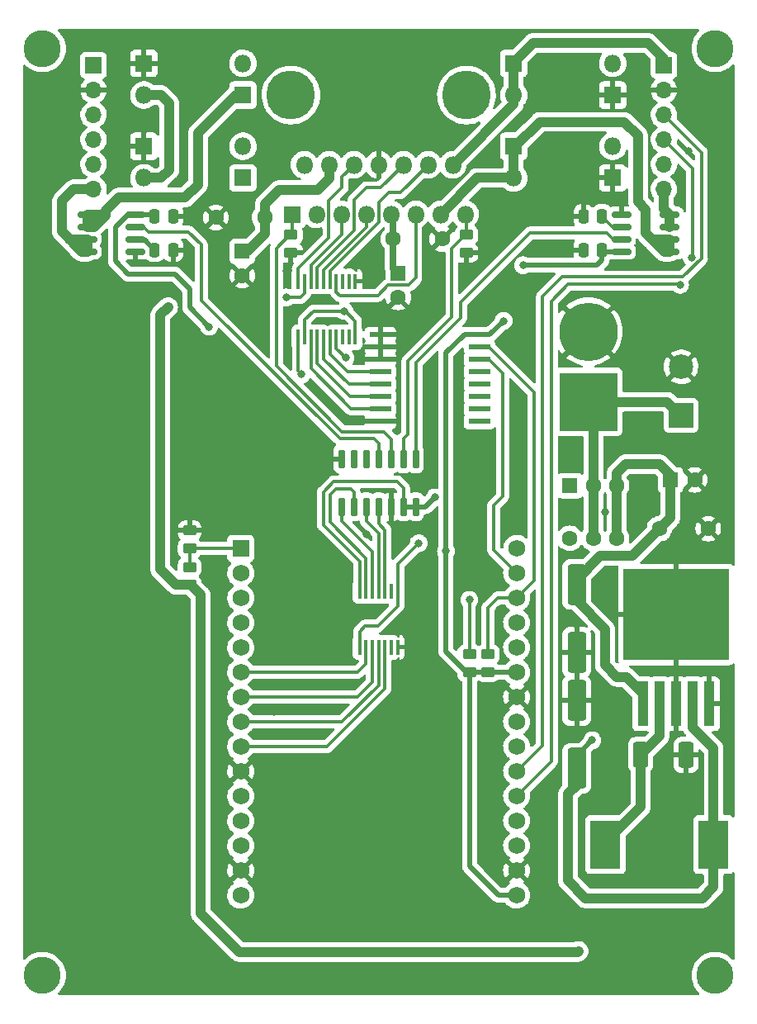
<source format=gtl>
G04 #@! TF.GenerationSoftware,KiCad,Pcbnew,(6.0.1)*
G04 #@! TF.CreationDate,2025-03-11T18:22:55+01:00*
G04 #@! TF.ProjectId,TwoWheelRobotPCB,54776f57-6865-4656-9c52-6f626f745043,rev?*
G04 #@! TF.SameCoordinates,Original*
G04 #@! TF.FileFunction,Copper,L1,Top*
G04 #@! TF.FilePolarity,Positive*
%FSLAX46Y46*%
G04 Gerber Fmt 4.6, Leading zero omitted, Abs format (unit mm)*
G04 Created by KiCad (PCBNEW (6.0.1)) date 2025-03-11 18:22:55*
%MOMM*%
%LPD*%
G01*
G04 APERTURE LIST*
G04 Aperture macros list*
%AMRoundRect*
0 Rectangle with rounded corners*
0 $1 Rounding radius*
0 $2 $3 $4 $5 $6 $7 $8 $9 X,Y pos of 4 corners*
0 Add a 4 corners polygon primitive as box body*
4,1,4,$2,$3,$4,$5,$6,$7,$8,$9,$2,$3,0*
0 Add four circle primitives for the rounded corners*
1,1,$1+$1,$2,$3*
1,1,$1+$1,$4,$5*
1,1,$1+$1,$6,$7*
1,1,$1+$1,$8,$9*
0 Add four rect primitives between the rounded corners*
20,1,$1+$1,$2,$3,$4,$5,0*
20,1,$1+$1,$4,$5,$6,$7,0*
20,1,$1+$1,$6,$7,$8,$9,0*
20,1,$1+$1,$8,$9,$2,$3,0*%
G04 Aperture macros list end*
G04 #@! TA.AperFunction,ComponentPad*
%ADD10C,3.800000*%
G04 #@! TD*
G04 #@! TA.AperFunction,ComponentPad*
%ADD11C,1.600000*%
G04 #@! TD*
G04 #@! TA.AperFunction,SMDPad,CuDef*
%ADD12RoundRect,0.250000X0.450000X-0.262500X0.450000X0.262500X-0.450000X0.262500X-0.450000X-0.262500X0*%
G04 #@! TD*
G04 #@! TA.AperFunction,SMDPad,CuDef*
%ADD13RoundRect,0.051250X0.153750X-0.733750X0.153750X0.733750X-0.153750X0.733750X-0.153750X-0.733750X0*%
G04 #@! TD*
G04 #@! TA.AperFunction,SMDPad,CuDef*
%ADD14R,3.100000X5.000000*%
G04 #@! TD*
G04 #@! TA.AperFunction,SMDPad,CuDef*
%ADD15RoundRect,0.249999X-0.512501X-1.075001X0.512501X-1.075001X0.512501X1.075001X-0.512501X1.075001X0*%
G04 #@! TD*
G04 #@! TA.AperFunction,ComponentPad*
%ADD16R,1.700000X1.700000*%
G04 #@! TD*
G04 #@! TA.AperFunction,ComponentPad*
%ADD17O,1.700000X1.700000*%
G04 #@! TD*
G04 #@! TA.AperFunction,ComponentPad*
%ADD18R,1.800000X1.800000*%
G04 #@! TD*
G04 #@! TA.AperFunction,ComponentPad*
%ADD19O,1.800000X1.800000*%
G04 #@! TD*
G04 #@! TA.AperFunction,SMDPad,CuDef*
%ADD20R,1.100000X4.600000*%
G04 #@! TD*
G04 #@! TA.AperFunction,SMDPad,CuDef*
%ADD21R,10.800000X9.400000*%
G04 #@! TD*
G04 #@! TA.AperFunction,SMDPad,CuDef*
%ADD22RoundRect,0.250000X-0.250000X-0.475000X0.250000X-0.475000X0.250000X0.475000X-0.250000X0.475000X0*%
G04 #@! TD*
G04 #@! TA.AperFunction,SMDPad,CuDef*
%ADD23RoundRect,0.250000X-0.450000X0.262500X-0.450000X-0.262500X0.450000X-0.262500X0.450000X0.262500X0*%
G04 #@! TD*
G04 #@! TA.AperFunction,ComponentPad*
%ADD24R,1.600000X1.600000*%
G04 #@! TD*
G04 #@! TA.AperFunction,SMDPad,CuDef*
%ADD25RoundRect,0.250000X0.250000X0.475000X-0.250000X0.475000X-0.250000X-0.475000X0.250000X-0.475000X0*%
G04 #@! TD*
G04 #@! TA.AperFunction,ComponentPad*
%ADD26C,6.000000*%
G04 #@! TD*
G04 #@! TA.AperFunction,ComponentPad*
%ADD27R,6.000000X6.000000*%
G04 #@! TD*
G04 #@! TA.AperFunction,SMDPad,CuDef*
%ADD28RoundRect,0.075000X-0.225000X0.875000X-0.225000X-0.875000X0.225000X-0.875000X0.225000X0.875000X0*%
G04 #@! TD*
G04 #@! TA.AperFunction,SMDPad,CuDef*
%ADD29R,2.209800X0.609600*%
G04 #@! TD*
G04 #@! TA.AperFunction,SMDPad,CuDef*
%ADD30RoundRect,0.250000X-0.700000X1.825000X-0.700000X-1.825000X0.700000X-1.825000X0.700000X1.825000X0*%
G04 #@! TD*
G04 #@! TA.AperFunction,SMDPad,CuDef*
%ADD31RoundRect,0.150000X-0.825000X-0.150000X0.825000X-0.150000X0.825000X0.150000X-0.825000X0.150000X0*%
G04 #@! TD*
G04 #@! TA.AperFunction,ComponentPad*
%ADD32R,1.752600X1.752600*%
G04 #@! TD*
G04 #@! TA.AperFunction,ComponentPad*
%ADD33C,1.752600*%
G04 #@! TD*
G04 #@! TA.AperFunction,ComponentPad*
%ADD34C,5.000000*%
G04 #@! TD*
G04 #@! TA.AperFunction,SMDPad,CuDef*
%ADD35RoundRect,0.250000X0.700000X-1.825000X0.700000X1.825000X-0.700000X1.825000X-0.700000X-1.825000X0*%
G04 #@! TD*
G04 #@! TA.AperFunction,ComponentPad*
%ADD36R,2.500000X2.500000*%
G04 #@! TD*
G04 #@! TA.AperFunction,ComponentPad*
%ADD37C,2.500000*%
G04 #@! TD*
G04 #@! TA.AperFunction,SMDPad,CuDef*
%ADD38RoundRect,0.150000X0.825000X0.150000X-0.825000X0.150000X-0.825000X-0.150000X0.825000X-0.150000X0*%
G04 #@! TD*
G04 #@! TA.AperFunction,ViaPad*
%ADD39C,1.000000*%
G04 #@! TD*
G04 #@! TA.AperFunction,ViaPad*
%ADD40C,0.800000*%
G04 #@! TD*
G04 #@! TA.AperFunction,Conductor*
%ADD41C,0.300000*%
G04 #@! TD*
G04 #@! TA.AperFunction,Conductor*
%ADD42C,1.000000*%
G04 #@! TD*
G04 #@! TA.AperFunction,Conductor*
%ADD43C,0.500000*%
G04 #@! TD*
G04 #@! TA.AperFunction,Conductor*
%ADD44C,0.700000*%
G04 #@! TD*
G04 APERTURE END LIST*
D10*
X164500001Y-157500000D03*
D11*
X113300000Y-79800000D03*
X118300000Y-79800000D03*
D12*
X139300000Y-126412500D03*
X139300000Y-124587500D03*
D13*
X128050000Y-123870000D03*
X128700000Y-123870000D03*
X129350000Y-123870000D03*
X130000000Y-123870000D03*
X130650000Y-123870000D03*
X131300000Y-123870000D03*
X131950000Y-123870000D03*
X131950000Y-118130000D03*
X131300000Y-118130000D03*
X130650000Y-118130000D03*
X130000000Y-118130000D03*
X129350000Y-118130000D03*
X128700000Y-118130000D03*
X128050000Y-118130000D03*
D12*
X110610000Y-113722500D03*
X110610000Y-111897500D03*
D14*
X164350000Y-144100000D03*
X153250000Y-144100000D03*
D15*
X156862500Y-134900000D03*
X161537500Y-134900000D03*
D16*
X159250000Y-64200000D03*
D17*
X159250000Y-66740000D03*
X159250000Y-69280000D03*
X159250000Y-71820000D03*
X159250000Y-74360000D03*
X159250000Y-76900000D03*
D18*
X143840000Y-64000000D03*
D19*
X154000000Y-64000000D03*
D11*
X131500000Y-82000000D03*
X136500000Y-82000000D03*
D20*
X157100000Y-129650000D03*
X158800000Y-129650000D03*
X160500000Y-129650000D03*
D21*
X160500000Y-120500000D03*
D20*
X162200000Y-129650000D03*
X163900000Y-129650000D03*
D22*
X107020000Y-79680000D03*
X108920000Y-79680000D03*
D23*
X139000000Y-81587500D03*
X139000000Y-83412500D03*
D11*
X149600000Y-112700000D03*
X152000000Y-112700000D03*
X152000000Y-107300000D03*
X154400000Y-107300000D03*
X154400000Y-112700000D03*
D24*
X149600000Y-107300000D03*
D25*
X152898005Y-79680880D03*
X150998005Y-79680880D03*
D18*
X154000000Y-75750000D03*
D19*
X143840000Y-75750000D03*
D24*
X132000000Y-85500000D03*
D11*
X132000000Y-88000000D03*
D25*
X152897398Y-83120938D03*
X150997398Y-83120938D03*
D10*
X95500001Y-157499999D03*
X95500000Y-62500000D03*
D16*
X100750000Y-64200000D03*
D17*
X100750000Y-66740000D03*
X100750000Y-69280000D03*
X100750000Y-71820000D03*
X100750000Y-74360000D03*
X100750000Y-76900000D03*
D26*
X151500000Y-91500000D03*
D27*
X151500000Y-98700000D03*
D24*
X116000000Y-83267621D03*
D11*
X116000000Y-85767621D03*
D22*
X107020000Y-83120000D03*
X108920000Y-83120000D03*
D28*
X133810000Y-104545000D03*
X132540000Y-104545000D03*
X131270000Y-104545000D03*
X130000000Y-104545000D03*
X128730000Y-104545000D03*
X127460000Y-104545000D03*
X126190000Y-104545000D03*
X126190000Y-109455000D03*
X127460000Y-109455000D03*
X128730000Y-109455000D03*
X130000000Y-109455000D03*
X131270000Y-109455000D03*
X132540000Y-109455000D03*
X133810000Y-109455000D03*
D29*
X130170000Y-91805000D03*
X130170000Y-93075000D03*
X130170000Y-94345000D03*
X130170000Y-95615000D03*
X130170000Y-96885000D03*
X130170000Y-98155000D03*
X130170000Y-99425000D03*
X130170000Y-100695000D03*
X140330000Y-100695000D03*
X140330000Y-99425000D03*
X140330000Y-98155000D03*
X140330000Y-96885000D03*
X140330000Y-95615000D03*
X140330000Y-94345000D03*
X140330000Y-93075000D03*
X140330000Y-91805000D03*
D18*
X116080000Y-67250000D03*
D19*
X105920000Y-67250000D03*
D11*
X163800000Y-111700000D03*
X158800000Y-111700000D03*
D23*
X110610000Y-115647500D03*
X110610000Y-117472500D03*
D30*
X150300000Y-117425000D03*
X150300000Y-124375000D03*
D12*
X141200000Y-126412500D03*
X141200000Y-124587500D03*
D31*
X100095000Y-79495000D03*
X100095000Y-80765000D03*
X100095000Y-82035000D03*
X100095000Y-83305000D03*
X105045000Y-83305000D03*
X105045000Y-82035000D03*
X105045000Y-80765000D03*
X105045000Y-79495000D03*
D18*
X116080000Y-75750000D03*
D19*
X105920000Y-75750000D03*
D32*
X115850000Y-113720000D03*
D33*
X115850000Y-116260000D03*
X115850000Y-118800000D03*
X115850000Y-121340000D03*
X115850000Y-123880000D03*
X115850000Y-126420000D03*
X115850000Y-128960000D03*
X115850000Y-131500000D03*
X115850000Y-134040000D03*
X115850000Y-136580000D03*
X115850000Y-139120000D03*
X115850000Y-141660000D03*
X115850000Y-144200000D03*
X115850000Y-146740000D03*
X115850000Y-149280000D03*
X144150000Y-149280000D03*
X144150000Y-146740000D03*
X144150000Y-144200000D03*
X144150000Y-141660000D03*
X144150000Y-139120000D03*
X144150000Y-136580000D03*
X144150000Y-134040000D03*
X144150000Y-131500000D03*
X144150000Y-128960000D03*
X144150000Y-126420000D03*
X144150000Y-123880000D03*
X144150000Y-121340000D03*
X144150000Y-118800000D03*
X144150000Y-116260000D03*
X144150000Y-113720000D03*
D18*
X154000000Y-67250000D03*
D19*
X143840000Y-67250000D03*
D18*
X143840000Y-72500000D03*
D19*
X154000000Y-72500000D03*
D34*
X139000000Y-67250000D03*
X121000000Y-67250000D03*
D35*
X150300000Y-136275000D03*
X150300000Y-129325000D03*
D23*
X121000000Y-81587500D03*
X121000000Y-83412500D03*
D18*
X121105000Y-79485000D03*
D19*
X122375000Y-74405000D03*
X123645000Y-79485000D03*
X124915000Y-74405000D03*
X126185000Y-79485000D03*
X127455000Y-74405000D03*
X128725000Y-79485000D03*
X129995000Y-74405000D03*
X131265000Y-79485000D03*
X132535000Y-74405000D03*
X133805000Y-79485000D03*
X135075000Y-74405000D03*
X136345000Y-79485000D03*
X137615000Y-74405000D03*
X138885000Y-79485000D03*
D36*
X161004751Y-100104574D03*
D37*
X161004751Y-95104574D03*
D13*
X121749273Y-92089079D03*
X122399273Y-92089079D03*
X123049273Y-92089079D03*
X123699273Y-92089079D03*
X124349273Y-92089079D03*
X124999273Y-92089079D03*
X125649273Y-92089079D03*
X126299273Y-92089079D03*
X126949273Y-92089079D03*
X127599273Y-92089079D03*
X127599273Y-86349079D03*
X126949273Y-86349079D03*
X126299273Y-86349079D03*
X125649273Y-86349079D03*
X124999273Y-86349079D03*
X124349273Y-86349079D03*
X123699273Y-86349079D03*
X123049273Y-86349079D03*
X122399273Y-86349079D03*
X121749273Y-86349079D03*
D38*
X159825000Y-83305000D03*
X159825000Y-82035000D03*
X159825000Y-80765000D03*
X159825000Y-79495000D03*
X154875000Y-79495000D03*
X154875000Y-80765000D03*
X154875000Y-82035000D03*
X154875000Y-83305000D03*
D18*
X105920000Y-72500000D03*
D19*
X116080000Y-72500000D03*
D10*
X164500001Y-62500000D03*
D24*
X159917621Y-106700000D03*
D11*
X162417621Y-106700000D03*
D18*
X105920000Y-64000000D03*
D19*
X116080000Y-64000000D03*
D39*
X150500000Y-155000000D03*
X108400000Y-89000000D03*
D40*
X133500000Y-118250000D03*
X156300000Y-109600000D03*
X161100000Y-78200000D03*
X120500000Y-85250000D03*
X124730435Y-90530435D03*
X133750000Y-106750000D03*
X125000000Y-98950000D03*
X144400000Y-104000000D03*
X129000000Y-83500000D03*
X150000000Y-105300000D03*
X157000000Y-84700000D03*
X126250000Y-122500000D03*
X142400000Y-120000000D03*
X122750000Y-81250000D03*
X153200000Y-110000000D03*
X97500000Y-73800000D03*
X116900000Y-78100000D03*
X119250000Y-132750000D03*
X119250000Y-130500000D03*
X139800000Y-106300000D03*
X110500000Y-84300000D03*
X149500000Y-110100000D03*
X116800000Y-98000000D03*
X120650000Y-90800000D03*
X161800000Y-73000000D03*
X146200000Y-83000000D03*
X133500000Y-132750000D03*
X127384854Y-76391158D03*
X128750000Y-112250000D03*
X119250000Y-127750000D03*
X106100000Y-87700000D03*
X136900000Y-114000000D03*
X126500000Y-89400000D03*
X142800000Y-90400000D03*
X134100000Y-113200000D03*
X144800000Y-84700000D03*
X120526013Y-87999999D03*
X151900000Y-133400000D03*
X112600000Y-91000000D03*
X135750000Y-108500000D03*
X160900000Y-86700000D03*
X162100000Y-83900000D03*
X126600000Y-94200000D03*
X122100000Y-95900000D03*
X139300000Y-119000000D03*
D41*
X137500000Y-90000000D02*
X133000000Y-94500000D01*
X137500000Y-83000000D02*
X137500000Y-90000000D01*
X133000000Y-94500000D02*
X133000000Y-102000000D01*
X139000000Y-81587500D02*
X139000000Y-79600000D01*
X133000000Y-102000000D02*
X132540000Y-102460000D01*
X139000000Y-79600000D02*
X138885000Y-79485000D01*
X139000000Y-81587500D02*
X138912500Y-81587500D01*
X138912500Y-81587500D02*
X137500000Y-83000000D01*
X132540000Y-102460000D02*
X132540000Y-104545000D01*
X120862500Y-81587500D02*
X121000000Y-81587500D01*
X121105000Y-81482500D02*
X121000000Y-81587500D01*
X121105000Y-79485000D02*
X121105000Y-81482500D01*
X119500000Y-95000000D02*
X119500000Y-82950000D01*
X130500000Y-101750000D02*
X126250000Y-101750000D01*
X131270000Y-102520000D02*
X130500000Y-101750000D01*
X119500000Y-82950000D02*
X120862500Y-81587500D01*
X131270000Y-104545000D02*
X131270000Y-102520000D01*
X126250000Y-101750000D02*
X119500000Y-95000000D01*
X138400000Y-88500000D02*
X138400000Y-90100000D01*
X153400000Y-81400000D02*
X145500000Y-81400000D01*
X145500000Y-81400000D02*
X138400000Y-88500000D01*
X133810000Y-94690000D02*
X133810000Y-104545000D01*
X154035000Y-82035000D02*
X153400000Y-81400000D01*
X138400000Y-90100000D02*
X133810000Y-94690000D01*
X154875000Y-82035000D02*
X154035000Y-82035000D01*
X105045000Y-80765000D02*
X105865000Y-80765000D01*
X130000000Y-103000000D02*
X130000000Y-104545000D01*
X106400000Y-81300000D02*
X110500000Y-81300000D01*
X126000000Y-102500000D02*
X129500000Y-102500000D01*
X129500000Y-102500000D02*
X130000000Y-103000000D01*
X111800000Y-88300000D02*
X126000000Y-102500000D01*
X105865000Y-80765000D02*
X106400000Y-81300000D01*
X110500000Y-81300000D02*
X111800000Y-82600000D01*
X111800000Y-82600000D02*
X111800000Y-88300000D01*
D42*
X111450000Y-76450000D02*
X110140000Y-77760000D01*
X111450000Y-71150000D02*
X111450000Y-76450000D01*
X100095000Y-79495000D02*
X100095000Y-80075000D01*
X100095000Y-80075000D02*
X101495000Y-80075000D01*
X100095000Y-79495000D02*
X101865000Y-79495000D01*
X100805000Y-80765000D02*
X101970000Y-79600000D01*
X100095000Y-80765000D02*
X100805000Y-80765000D01*
X116080000Y-67250000D02*
X115350000Y-67250000D01*
X101970000Y-79130000D02*
X101970000Y-79600000D01*
X110140000Y-77760000D02*
X103340000Y-77760000D01*
X100095000Y-80075000D02*
X100095000Y-80765000D01*
X103340000Y-77760000D02*
X101970000Y-79130000D01*
X115350000Y-67250000D02*
X111450000Y-71150000D01*
X101495000Y-80075000D02*
X101970000Y-79600000D01*
X101865000Y-79495000D02*
X101970000Y-79600000D01*
X140080000Y-75750000D02*
X136345000Y-79485000D01*
X157400000Y-79000000D02*
X156600000Y-78200000D01*
X159305000Y-83305000D02*
X158800000Y-82800000D01*
X158875000Y-82725000D02*
X158800000Y-82800000D01*
X143840000Y-72500000D02*
X143840000Y-75750000D01*
X156600000Y-78200000D02*
X156600000Y-71400000D01*
X159825000Y-82725000D02*
X158875000Y-82725000D01*
X159825000Y-82725000D02*
X159825000Y-82035000D01*
X158265000Y-82035000D02*
X158150000Y-82150000D01*
X158150000Y-82150000D02*
X157400000Y-81400000D01*
X159825000Y-83305000D02*
X159825000Y-82725000D01*
X146500000Y-70000000D02*
X144000000Y-72500000D01*
X144000000Y-72500000D02*
X143840000Y-72500000D01*
X155200000Y-70000000D02*
X146500000Y-70000000D01*
X159825000Y-82035000D02*
X158265000Y-82035000D01*
X159825000Y-83305000D02*
X159305000Y-83305000D01*
X157400000Y-81400000D02*
X157400000Y-79000000D01*
X156600000Y-71400000D02*
X155200000Y-70000000D01*
X158800000Y-82800000D02*
X158150000Y-82150000D01*
X143840000Y-75750000D02*
X140080000Y-75750000D01*
X116000000Y-83267621D02*
X116532379Y-83267621D01*
X158800000Y-111700000D02*
X156000000Y-114500000D01*
X150500000Y-155000000D02*
X150400000Y-155100000D01*
X150400000Y-155100000D02*
X115700000Y-155100000D01*
X159917621Y-106217621D02*
X158800000Y-105100000D01*
X150300000Y-116900000D02*
X150300000Y-117425000D01*
X157100000Y-128600000D02*
X155400000Y-126900000D01*
X159917621Y-106700000D02*
X159917621Y-110582379D01*
X108500000Y-68050000D02*
X108500000Y-74950000D01*
X159917621Y-110582379D02*
X158800000Y-111700000D01*
X116532379Y-83267621D02*
X118300000Y-81500000D01*
X155400000Y-126900000D02*
X154400000Y-126900000D01*
X123750000Y-77000000D02*
X124915000Y-75835000D01*
X153200000Y-122000000D02*
X150300000Y-119100000D01*
X159917621Y-106700000D02*
X159917621Y-106217621D01*
X154400000Y-126900000D02*
X153200000Y-125700000D01*
X150300000Y-119100000D02*
X150300000Y-117425000D01*
X111750000Y-118500000D02*
X110722500Y-117472500D01*
X154400000Y-107300000D02*
X154400000Y-112700000D01*
X108500000Y-74950000D02*
X107700000Y-75750000D01*
X155300000Y-105100000D02*
X154400000Y-106000000D01*
X105920000Y-67250000D02*
X107700000Y-67250000D01*
X154400000Y-106000000D02*
X154400000Y-107300000D01*
X153200000Y-125700000D02*
X153200000Y-122000000D01*
X118300000Y-81500000D02*
X118300000Y-79800000D01*
X118300000Y-79800000D02*
X118300000Y-78450000D01*
X118300000Y-78450000D02*
X119750000Y-77000000D01*
X107600000Y-89800000D02*
X107600000Y-115850000D01*
X111750000Y-151150000D02*
X111750000Y-118500000D01*
X152700000Y-114500000D02*
X150300000Y-116900000D01*
X124915000Y-75835000D02*
X124915000Y-74405000D01*
X119750000Y-77000000D02*
X123750000Y-77000000D01*
X115700000Y-155100000D02*
X111750000Y-151150000D01*
X107700000Y-67250000D02*
X108500000Y-68050000D01*
X109222500Y-117472500D02*
X110610000Y-117472500D01*
X107700000Y-75750000D02*
X105920000Y-75750000D01*
X110722500Y-117472500D02*
X110610000Y-117472500D01*
X158800000Y-105100000D02*
X155300000Y-105100000D01*
X156000000Y-114500000D02*
X152700000Y-114500000D01*
X107600000Y-115850000D02*
X109222500Y-117472500D01*
X108400000Y-89000000D02*
X107600000Y-89800000D01*
X157100000Y-129650000D02*
X157100000Y-128600000D01*
D41*
X123049273Y-84650727D02*
X126185000Y-81515000D01*
X126185000Y-81515000D02*
X126185000Y-79485000D01*
X123049273Y-86349079D02*
X123049273Y-84650727D01*
X124894511Y-78105489D02*
X126250000Y-76750000D01*
X126250000Y-76750000D02*
X126250000Y-75610000D01*
X126250000Y-75610000D02*
X127455000Y-74405000D01*
X121749273Y-86349079D02*
X121749273Y-85050727D01*
X121749273Y-85050727D02*
X124894511Y-81905489D01*
X124894511Y-81905489D02*
X124894511Y-78105489D01*
X124349273Y-86349079D02*
X124349273Y-85150727D01*
X124349273Y-85150727D02*
X128725000Y-80775000D01*
X128725000Y-80775000D02*
X128725000Y-79485000D01*
X126500000Y-89400000D02*
X126600000Y-89400000D01*
D43*
X144150000Y-149280000D02*
X142280000Y-149280000D01*
D41*
X127599273Y-90399273D02*
X127599273Y-92089079D01*
D43*
X142800000Y-90400000D02*
X141395000Y-91805000D01*
D41*
X126600000Y-89400000D02*
X127599273Y-90399273D01*
D43*
X136900000Y-114000000D02*
X136900000Y-124300000D01*
X141395000Y-91805000D02*
X140330000Y-91805000D01*
X141200000Y-126412500D02*
X139300000Y-126412500D01*
D41*
X123300000Y-89400000D02*
X122399273Y-90300727D01*
D43*
X136900000Y-93700000D02*
X138795000Y-91805000D01*
D41*
X128050000Y-123870000D02*
X128050000Y-122250000D01*
X122399273Y-90300727D02*
X122399273Y-92089079D01*
D43*
X136900000Y-124300000D02*
X139012500Y-126412500D01*
X141200000Y-126412500D02*
X144142500Y-126412500D01*
X142280000Y-149280000D02*
X139300000Y-146300000D01*
D41*
X128600000Y-121700000D02*
X129900000Y-121700000D01*
D43*
X138795000Y-91805000D02*
X140330000Y-91805000D01*
X144142500Y-126412500D02*
X144150000Y-126420000D01*
D41*
X131950000Y-119650000D02*
X131950000Y-118130000D01*
X131950000Y-115350000D02*
X131950000Y-118130000D01*
D43*
X139300000Y-146300000D02*
X139300000Y-126412500D01*
D41*
X134100000Y-113200000D02*
X131950000Y-115350000D01*
X129900000Y-121700000D02*
X131950000Y-119650000D01*
D43*
X139012500Y-126412500D02*
X139300000Y-126412500D01*
D41*
X128050000Y-122250000D02*
X128600000Y-121700000D01*
X126500000Y-89400000D02*
X123300000Y-89400000D01*
D43*
X136900000Y-114000000D02*
X136900000Y-93700000D01*
D41*
X128750000Y-76750000D02*
X130190000Y-76750000D01*
X127475489Y-81124511D02*
X127475489Y-78024511D01*
X123699273Y-84900727D02*
X127475489Y-81124511D01*
X123699273Y-86349079D02*
X123699273Y-84900727D01*
X130190000Y-76750000D02*
X132535000Y-74405000D01*
X127475489Y-78024511D02*
X128750000Y-76750000D01*
X125649273Y-87449273D02*
X126000000Y-87800000D01*
X126000000Y-87800000D02*
X129900000Y-87800000D01*
X125649273Y-86349079D02*
X125649273Y-87449273D01*
X133049022Y-86750000D02*
X133805000Y-85994022D01*
X133805000Y-85994022D02*
X133805000Y-79485000D01*
X130950000Y-86750000D02*
X133049022Y-86750000D01*
X129900000Y-87800000D02*
X130950000Y-86750000D01*
X124999273Y-86349079D02*
X124999273Y-85300727D01*
X124999273Y-85300727D02*
X130000000Y-80300000D01*
X130000000Y-78250000D02*
X131000000Y-77250000D01*
X131000000Y-77250000D02*
X132230000Y-77250000D01*
X130000000Y-80300000D02*
X130000000Y-78250000D01*
X132230000Y-77250000D02*
X135075000Y-74405000D01*
D43*
X105045000Y-79495000D02*
X106835000Y-79495000D01*
D41*
X131900000Y-106900000D02*
X132540000Y-107540000D01*
D43*
X106835000Y-79495000D02*
X107020000Y-79680000D01*
D41*
X128050000Y-118130000D02*
X128050000Y-115050000D01*
X125389657Y-106900000D02*
X131900000Y-106900000D01*
D43*
X152400000Y-84700000D02*
X152897398Y-84202602D01*
X106815000Y-79495000D02*
X107020000Y-79700000D01*
X154875000Y-83305000D02*
X153081460Y-83305000D01*
X105045000Y-79495000D02*
X104305000Y-79495000D01*
X104300000Y-85600000D02*
X109100000Y-85600000D01*
X103000000Y-80800000D02*
X103000000Y-84300000D01*
D42*
X164350000Y-144100000D02*
X164350000Y-148450000D01*
D41*
X128050000Y-115050000D02*
X124329396Y-111329396D01*
D42*
X164350000Y-148450000D02*
X163200000Y-149600000D01*
D43*
X103000000Y-84300000D02*
X104300000Y-85600000D01*
X132540000Y-109455000D02*
X133810000Y-109455000D01*
X150300000Y-135000000D02*
X150300000Y-136275000D01*
X109100000Y-85600000D02*
X110600000Y-87100000D01*
D44*
X131500000Y-85000000D02*
X131500000Y-82000000D01*
D43*
X135750000Y-108500000D02*
X134795000Y-109455000D01*
D44*
X131500000Y-79720000D02*
X131265000Y-79485000D01*
D41*
X124329396Y-111329396D02*
X124329396Y-107960261D01*
D43*
X153081460Y-83305000D02*
X152897398Y-83120938D01*
D42*
X149400000Y-138900000D02*
X150300000Y-138000000D01*
D44*
X131500000Y-82000000D02*
X131500000Y-79720000D01*
D42*
X163200000Y-149600000D02*
X151200000Y-149600000D01*
D43*
X110600000Y-87100000D02*
X110600000Y-89000000D01*
X144800000Y-84700000D02*
X152400000Y-84700000D01*
D42*
X149400000Y-147800000D02*
X149400000Y-138900000D01*
X150300000Y-138000000D02*
X150300000Y-136275000D01*
D43*
X104305000Y-79495000D02*
X103000000Y-80800000D01*
X110600000Y-89000000D02*
X112600000Y-91000000D01*
X151900000Y-133400000D02*
X150300000Y-135000000D01*
D42*
X164350000Y-144100000D02*
X164350000Y-134250000D01*
X164350000Y-134250000D02*
X162200000Y-132100000D01*
D41*
X122000000Y-88000000D02*
X122399273Y-87600727D01*
X120526013Y-87999999D02*
X122000000Y-88000000D01*
D44*
X132000000Y-85500000D02*
X131500000Y-85000000D01*
D42*
X151200000Y-149600000D02*
X149400000Y-147800000D01*
X162200000Y-132100000D02*
X162200000Y-129650000D01*
D41*
X132540000Y-107540000D02*
X132540000Y-109455000D01*
D43*
X134795000Y-109455000D02*
X133810000Y-109455000D01*
D41*
X122399273Y-87600727D02*
X122399273Y-86349079D01*
D43*
X152897398Y-84202602D02*
X152897398Y-83120938D01*
D41*
X124329396Y-107960261D02*
X125389657Y-106900000D01*
X130650000Y-128100000D02*
X130650000Y-123870000D01*
X115850000Y-134040000D02*
X124710000Y-134040000D01*
X124710000Y-134040000D02*
X130650000Y-128100000D01*
X126250000Y-131500000D02*
X130000000Y-127750000D01*
X115850000Y-131500000D02*
X126250000Y-131500000D01*
X130000000Y-127750000D02*
X130000000Y-123870000D01*
X127830000Y-126420000D02*
X128700000Y-125550000D01*
X115850000Y-126420000D02*
X127830000Y-126420000D01*
X128700000Y-125550000D02*
X128700000Y-123870000D01*
X129350000Y-127400000D02*
X129350000Y-123870000D01*
X127790000Y-128960000D02*
X129350000Y-127400000D01*
X115850000Y-128960000D02*
X127790000Y-128960000D01*
X129350000Y-118130000D02*
X129350000Y-114100000D01*
X126190000Y-110940000D02*
X126190000Y-109455000D01*
X129350000Y-114100000D02*
X126190000Y-110940000D01*
X127100000Y-107600000D02*
X127460000Y-107960000D01*
X127460000Y-107960000D02*
X127460000Y-109455000D01*
X128700000Y-114700000D02*
X125000000Y-111000000D01*
X125000000Y-108250000D02*
X125650000Y-107600000D01*
X128700000Y-118130000D02*
X128700000Y-114700000D01*
X125650000Y-107600000D02*
X127100000Y-107600000D01*
X125000000Y-111000000D02*
X125000000Y-108250000D01*
X128730000Y-110930000D02*
X128730000Y-109455000D01*
X130000000Y-118130000D02*
X130000000Y-112200000D01*
X130000000Y-112200000D02*
X128730000Y-110930000D01*
X130650000Y-111850000D02*
X130000000Y-111200000D01*
X130650000Y-118130000D02*
X130650000Y-111850000D01*
X130000000Y-111200000D02*
X130000000Y-109455000D01*
X152898005Y-79680880D02*
X153982125Y-80765000D01*
X153982125Y-80765000D02*
X154875000Y-80765000D01*
D42*
X97510000Y-78110000D02*
X97510000Y-81240000D01*
X99575000Y-83305000D02*
X100095000Y-83305000D01*
X98270000Y-82000000D02*
X99070000Y-82800000D01*
X100095000Y-82575000D02*
X100095000Y-83305000D01*
X98305000Y-82035000D02*
X98270000Y-82000000D01*
X100095000Y-82035000D02*
X100095000Y-82575000D01*
X100095000Y-82035000D02*
X98305000Y-82035000D01*
X100750000Y-76900000D02*
X98720000Y-76900000D01*
X99295000Y-82575000D02*
X99070000Y-82800000D01*
X97510000Y-81240000D02*
X98270000Y-82000000D01*
X99070000Y-82800000D02*
X99575000Y-83305000D01*
X100095000Y-82575000D02*
X99295000Y-82575000D01*
X98720000Y-76900000D02*
X97510000Y-78110000D01*
X159250000Y-63510000D02*
X157640000Y-61900000D01*
X145850000Y-61900000D02*
X143840000Y-63910000D01*
X143840000Y-64000000D02*
X143840000Y-67250000D01*
X143840000Y-67250000D02*
X143840000Y-68180000D01*
X159250000Y-64200000D02*
X159250000Y-63510000D01*
X157640000Y-61900000D02*
X145850000Y-61900000D01*
X143840000Y-68180000D02*
X137615000Y-74405000D01*
X143840000Y-63910000D02*
X143840000Y-64000000D01*
D41*
X159250000Y-69280000D02*
X163100000Y-73130000D01*
X148800000Y-85900000D02*
X146800000Y-87900000D01*
X163100000Y-84000000D02*
X161200000Y-85900000D01*
X146800000Y-87900000D02*
X146800000Y-133930000D01*
X161200000Y-85900000D02*
X148800000Y-85900000D01*
X146800000Y-133930000D02*
X144150000Y-136580000D01*
X163100000Y-73130000D02*
X163100000Y-84000000D01*
X162200000Y-83800000D02*
X162200000Y-74770000D01*
X147700000Y-88400000D02*
X147700000Y-135570000D01*
X149450500Y-86649500D02*
X147700000Y-88400000D01*
X162200000Y-74770000D02*
X159250000Y-71820000D01*
X147700000Y-135570000D02*
X144150000Y-139120000D01*
X160849500Y-86649500D02*
X149450500Y-86649500D01*
X162100000Y-83900000D02*
X162200000Y-83800000D01*
X160900000Y-86700000D02*
X160849500Y-86649500D01*
D42*
X159250000Y-76900000D02*
X159250000Y-78920000D01*
X159825000Y-80765000D02*
X159825000Y-79495000D01*
X159825000Y-79495000D02*
X159250000Y-78920000D01*
X159600177Y-98700000D02*
X161004751Y-100104574D01*
X152000000Y-107300000D02*
X152000000Y-99200000D01*
X152000000Y-107300000D02*
X152000000Y-112700000D01*
X152000000Y-99200000D02*
X151500000Y-98700000D01*
X151500000Y-98700000D02*
X159600177Y-98700000D01*
D41*
X125649273Y-93249273D02*
X126600000Y-94200000D01*
X125649273Y-92089079D02*
X125649273Y-93249273D01*
X121749273Y-95549273D02*
X121749273Y-92089079D01*
X122100000Y-95900000D02*
X121749273Y-95549273D01*
X130170000Y-95615000D02*
X126815000Y-95615000D01*
X126815000Y-95615000D02*
X124999273Y-93799273D01*
X124999273Y-93799273D02*
X124999273Y-92089079D01*
X124349273Y-94299273D02*
X124349273Y-92089079D01*
X130170000Y-96885000D02*
X126935000Y-96885000D01*
X126935000Y-96885000D02*
X124349273Y-94299273D01*
X130170000Y-98155000D02*
X127055000Y-98155000D01*
X123699273Y-94799273D02*
X123699273Y-92089079D01*
X127055000Y-98155000D02*
X123699273Y-94799273D01*
D43*
X105045000Y-82035000D02*
X105935000Y-82035000D01*
X105935000Y-82035000D02*
X107020000Y-83120000D01*
D41*
X110610000Y-113722500D02*
X110610000Y-115647500D01*
X115850000Y-113720000D02*
X110612500Y-113720000D01*
X110612500Y-113720000D02*
X110610000Y-113722500D01*
X139300000Y-124587500D02*
X139300000Y-119000000D01*
X142700000Y-95800000D02*
X141245000Y-94345000D01*
X144150000Y-116260000D02*
X141800000Y-113910000D01*
X142700000Y-108400000D02*
X142700000Y-95800000D01*
X141245000Y-94345000D02*
X140330000Y-94345000D01*
X141800000Y-109300000D02*
X142700000Y-108400000D01*
X141800000Y-113910000D02*
X141800000Y-109300000D01*
X145900000Y-97700000D02*
X141275000Y-93075000D01*
X141200000Y-124587500D02*
X141200000Y-119800000D01*
X141275000Y-93075000D02*
X140330000Y-93075000D01*
X142200000Y-118800000D02*
X144150000Y-118800000D01*
X144150000Y-118800000D02*
X145900000Y-117050000D01*
X141200000Y-119800000D02*
X142200000Y-118800000D01*
X145900000Y-117050000D02*
X145900000Y-97700000D01*
X130170000Y-99425000D02*
X127175000Y-99425000D01*
X127175000Y-99425000D02*
X123049273Y-95299273D01*
X123049273Y-95299273D02*
X123049273Y-92089079D01*
D42*
X158800000Y-129650000D02*
X158800000Y-132962500D01*
X156862500Y-134900000D02*
X156862500Y-140237500D01*
X156862500Y-140237500D02*
X153250000Y-143850000D01*
X158800000Y-132962500D02*
X156862500Y-134900000D01*
X153250000Y-143850000D02*
X153250000Y-144100000D01*
G04 #@! TA.AperFunction,Conductor*
G36*
X130000000Y-60508001D02*
G01*
X162784640Y-60508001D01*
X162852761Y-60528003D01*
X162899254Y-60581659D01*
X162909358Y-60651933D01*
X162879864Y-60716513D01*
X162870894Y-60725850D01*
X162740809Y-60848008D01*
X162641074Y-60968567D01*
X162561321Y-61064972D01*
X162547631Y-61081520D01*
X162385243Y-61337402D01*
X162256207Y-61611619D01*
X162162556Y-61899846D01*
X162105768Y-62197538D01*
X162086739Y-62500000D01*
X162105768Y-62802462D01*
X162162556Y-63100154D01*
X162256207Y-63388381D01*
X162385243Y-63662598D01*
X162547631Y-63918480D01*
X162740809Y-64151992D01*
X162961730Y-64359450D01*
X162964932Y-64361777D01*
X162964934Y-64361778D01*
X162982172Y-64374302D01*
X163206911Y-64537584D01*
X163210380Y-64539491D01*
X163210383Y-64539493D01*
X163422433Y-64656069D01*
X163472484Y-64683585D01*
X163476153Y-64685038D01*
X163476158Y-64685040D01*
X163595059Y-64732116D01*
X163754262Y-64795149D01*
X164047801Y-64870516D01*
X164348471Y-64908500D01*
X164651531Y-64908500D01*
X164952201Y-64870516D01*
X165245740Y-64795149D01*
X165404943Y-64732116D01*
X165523844Y-64685040D01*
X165523849Y-64685038D01*
X165527518Y-64683585D01*
X165577569Y-64656069D01*
X165789619Y-64539493D01*
X165789622Y-64539491D01*
X165793091Y-64537584D01*
X166017830Y-64374302D01*
X166035068Y-64361778D01*
X166035070Y-64361777D01*
X166038272Y-64359450D01*
X166259193Y-64151992D01*
X166268915Y-64140240D01*
X166327748Y-64100502D01*
X166398726Y-64098879D01*
X166459314Y-64135888D01*
X166490275Y-64199778D01*
X166492000Y-64220555D01*
X166492000Y-115364560D01*
X166471998Y-115432681D01*
X166418342Y-115479174D01*
X166348068Y-115489278D01*
X166283488Y-115459784D01*
X166274801Y-115450460D01*
X166274635Y-115450626D01*
X166255724Y-115431715D01*
X166153649Y-115355214D01*
X166138054Y-115346676D01*
X166017606Y-115301522D01*
X166002351Y-115297895D01*
X165951486Y-115292369D01*
X165944672Y-115292000D01*
X160772115Y-115292000D01*
X160756876Y-115296475D01*
X160755671Y-115297865D01*
X160754000Y-115305548D01*
X160754000Y-125689884D01*
X160758475Y-125705123D01*
X160759865Y-125706328D01*
X160767548Y-125707999D01*
X165944669Y-125707999D01*
X165951490Y-125707629D01*
X166002352Y-125702105D01*
X166017604Y-125698479D01*
X166138054Y-125653324D01*
X166153649Y-125644786D01*
X166255724Y-125568285D01*
X166274635Y-125549374D01*
X166276596Y-125551335D01*
X166322030Y-125517361D01*
X166392849Y-125512334D01*
X166455143Y-125546392D01*
X166489135Y-125608722D01*
X166492000Y-125635440D01*
X166492000Y-141163727D01*
X166471998Y-141231848D01*
X166418342Y-141278341D01*
X166348068Y-141288445D01*
X166283488Y-141258951D01*
X166275204Y-141250057D01*
X166274992Y-141250269D01*
X166268642Y-141243919D01*
X166263261Y-141236739D01*
X166146705Y-141149385D01*
X166010316Y-141098255D01*
X165948134Y-141091500D01*
X165484500Y-141091500D01*
X165416379Y-141071498D01*
X165369886Y-141017842D01*
X165358500Y-140965500D01*
X165358500Y-134311842D01*
X165359237Y-134298235D01*
X165362659Y-134266737D01*
X165362659Y-134266732D01*
X165363324Y-134260611D01*
X165361749Y-134242611D01*
X165358950Y-134210609D01*
X165358621Y-134205784D01*
X165358500Y-134203313D01*
X165358500Y-134200231D01*
X165354309Y-134157489D01*
X165354187Y-134156174D01*
X165347446Y-134079125D01*
X165346087Y-134063587D01*
X165344600Y-134058468D01*
X165344080Y-134053167D01*
X165317209Y-133964166D01*
X165316874Y-133963033D01*
X165292630Y-133879586D01*
X165292628Y-133879582D01*
X165290909Y-133873664D01*
X165288456Y-133868932D01*
X165286916Y-133863831D01*
X165262655Y-133818202D01*
X165243269Y-133781740D01*
X165242657Y-133780574D01*
X165202729Y-133703547D01*
X165199892Y-133698074D01*
X165196569Y-133693911D01*
X165194066Y-133689204D01*
X165135245Y-133617082D01*
X165134554Y-133616226D01*
X165103262Y-133577027D01*
X165100758Y-133574523D01*
X165100116Y-133573805D01*
X165096415Y-133569472D01*
X165069065Y-133535938D01*
X165033737Y-133506712D01*
X165024958Y-133498723D01*
X164199329Y-132673094D01*
X164165303Y-132610782D01*
X164170368Y-132539967D01*
X164212915Y-132483131D01*
X164279435Y-132458320D01*
X164288424Y-132457999D01*
X164494669Y-132457999D01*
X164501490Y-132457629D01*
X164552352Y-132452105D01*
X164567604Y-132448479D01*
X164688054Y-132403324D01*
X164703649Y-132394786D01*
X164805724Y-132318285D01*
X164818285Y-132305724D01*
X164894786Y-132203649D01*
X164903324Y-132188054D01*
X164948478Y-132067606D01*
X164952105Y-132052351D01*
X164957631Y-132001486D01*
X164958000Y-131994672D01*
X164958000Y-129922115D01*
X164953525Y-129906876D01*
X164952135Y-129905671D01*
X164944452Y-129904000D01*
X163772000Y-129904000D01*
X163703879Y-129883998D01*
X163657386Y-129830342D01*
X163646000Y-129778000D01*
X163646000Y-129377885D01*
X164154000Y-129377885D01*
X164158475Y-129393124D01*
X164159865Y-129394329D01*
X164167548Y-129396000D01*
X164939884Y-129396000D01*
X164955123Y-129391525D01*
X164956328Y-129390135D01*
X164957999Y-129382452D01*
X164957999Y-127305331D01*
X164957629Y-127298510D01*
X164952105Y-127247648D01*
X164948479Y-127232396D01*
X164903324Y-127111946D01*
X164894786Y-127096351D01*
X164818285Y-126994276D01*
X164805724Y-126981715D01*
X164703649Y-126905214D01*
X164688054Y-126896676D01*
X164567606Y-126851522D01*
X164552351Y-126847895D01*
X164501486Y-126842369D01*
X164494672Y-126842000D01*
X164172115Y-126842000D01*
X164156876Y-126846475D01*
X164155671Y-126847865D01*
X164154000Y-126855548D01*
X164154000Y-129377885D01*
X163646000Y-129377885D01*
X163646000Y-126860116D01*
X163641525Y-126844877D01*
X163640135Y-126843672D01*
X163632452Y-126842001D01*
X163305331Y-126842001D01*
X163298510Y-126842371D01*
X163247648Y-126847895D01*
X163232396Y-126851521D01*
X163111939Y-126896679D01*
X163111034Y-126897174D01*
X163110034Y-126897393D01*
X163103538Y-126899828D01*
X163103186Y-126898890D01*
X163041677Y-126912343D01*
X162996788Y-126899162D01*
X162996705Y-126899385D01*
X162993663Y-126898244D01*
X162993656Y-126898242D01*
X162988304Y-126896236D01*
X162988301Y-126896234D01*
X162891955Y-126860116D01*
X162860316Y-126848255D01*
X162798134Y-126841500D01*
X161601866Y-126841500D01*
X161539684Y-126848255D01*
X161508045Y-126860116D01*
X161411699Y-126896234D01*
X161411696Y-126896236D01*
X161403295Y-126899385D01*
X161403036Y-126898693D01*
X161340626Y-126912343D01*
X161296615Y-126899420D01*
X161296462Y-126899828D01*
X161290888Y-126897738D01*
X161288966Y-126897174D01*
X161288061Y-126896679D01*
X161167606Y-126851522D01*
X161152351Y-126847895D01*
X161101486Y-126842369D01*
X161094672Y-126842000D01*
X160772115Y-126842000D01*
X160756876Y-126846475D01*
X160755671Y-126847865D01*
X160754000Y-126855548D01*
X160754000Y-132439884D01*
X160758475Y-132455123D01*
X160759865Y-132456328D01*
X160767548Y-132457999D01*
X161094669Y-132457999D01*
X161101490Y-132457629D01*
X161155107Y-132451806D01*
X161224989Y-132464335D01*
X161279964Y-132517917D01*
X161306731Y-132568260D01*
X161307343Y-132569426D01*
X161341308Y-132634949D01*
X161350108Y-132651926D01*
X161353431Y-132656089D01*
X161355934Y-132660796D01*
X161414755Y-132732918D01*
X161415446Y-132733774D01*
X161446738Y-132772973D01*
X161449242Y-132775477D01*
X161449884Y-132776195D01*
X161453585Y-132780528D01*
X161480935Y-132814062D01*
X161485682Y-132817989D01*
X161485684Y-132817991D01*
X161516262Y-132843287D01*
X161525042Y-132851277D01*
X161525670Y-132851905D01*
X161559696Y-132914217D01*
X161554631Y-132985032D01*
X161512084Y-133041868D01*
X161445564Y-133066679D01*
X161436575Y-133067000D01*
X160977902Y-133067000D01*
X160971387Y-133067337D01*
X160875795Y-133077256D01*
X160862396Y-133080150D01*
X160708215Y-133131588D01*
X160695036Y-133137762D01*
X160557190Y-133223063D01*
X160545791Y-133232099D01*
X160431262Y-133346828D01*
X160422250Y-133358239D01*
X160337184Y-133496242D01*
X160331037Y-133509423D01*
X160279862Y-133663709D01*
X160276995Y-133677085D01*
X160267328Y-133771437D01*
X160267000Y-133777854D01*
X160267000Y-134627885D01*
X160271475Y-134643124D01*
X160272865Y-134644329D01*
X160280548Y-134646000D01*
X162789885Y-134646000D01*
X162805124Y-134641525D01*
X162806329Y-134640135D01*
X162808000Y-134632452D01*
X162808000Y-134438424D01*
X162828002Y-134370303D01*
X162881658Y-134323810D01*
X162951932Y-134313706D01*
X163016512Y-134343200D01*
X163023095Y-134349329D01*
X163304595Y-134630829D01*
X163338621Y-134693141D01*
X163341500Y-134719924D01*
X163341500Y-140965500D01*
X163321498Y-141033621D01*
X163267842Y-141080114D01*
X163215500Y-141091500D01*
X162751866Y-141091500D01*
X162689684Y-141098255D01*
X162553295Y-141149385D01*
X162436739Y-141236739D01*
X162349385Y-141353295D01*
X162298255Y-141489684D01*
X162291500Y-141551866D01*
X162291500Y-146648134D01*
X162298255Y-146710316D01*
X162349385Y-146846705D01*
X162436739Y-146963261D01*
X162553295Y-147050615D01*
X162689684Y-147101745D01*
X162751866Y-147108500D01*
X163215500Y-147108500D01*
X163283621Y-147128502D01*
X163330114Y-147182158D01*
X163341500Y-147234500D01*
X163341500Y-147980076D01*
X163321498Y-148048197D01*
X163304595Y-148069171D01*
X162819171Y-148554595D01*
X162756859Y-148588621D01*
X162730076Y-148591500D01*
X151669924Y-148591500D01*
X151601803Y-148571498D01*
X151580829Y-148554595D01*
X150445405Y-147419171D01*
X150411379Y-147356859D01*
X150408500Y-147330076D01*
X150408500Y-139369926D01*
X150428502Y-139301805D01*
X150445404Y-139280831D01*
X150830829Y-138895405D01*
X150893142Y-138861380D01*
X150919925Y-138858500D01*
X151050400Y-138858500D01*
X151053646Y-138858163D01*
X151053650Y-138858163D01*
X151149308Y-138848238D01*
X151149312Y-138848237D01*
X151156166Y-138847526D01*
X151162702Y-138845345D01*
X151162704Y-138845345D01*
X151316998Y-138793868D01*
X151323946Y-138791550D01*
X151474348Y-138698478D01*
X151599305Y-138573303D01*
X151644005Y-138500787D01*
X151688275Y-138428968D01*
X151688276Y-138428966D01*
X151692115Y-138422738D01*
X151723574Y-138327893D01*
X151745632Y-138261389D01*
X151745632Y-138261387D01*
X151747797Y-138254861D01*
X151751536Y-138218374D01*
X151758172Y-138153598D01*
X151758500Y-138150400D01*
X151758500Y-134666371D01*
X151778502Y-134598250D01*
X151795405Y-134577276D01*
X152056331Y-134316350D01*
X152119228Y-134282199D01*
X152175824Y-134270169D01*
X152175833Y-134270166D01*
X152182288Y-134268794D01*
X152188319Y-134266109D01*
X152350722Y-134193803D01*
X152350724Y-134193802D01*
X152356752Y-134191118D01*
X152511253Y-134078866D01*
X152528983Y-134059175D01*
X152634621Y-133941852D01*
X152634622Y-133941851D01*
X152639040Y-133936944D01*
X152713463Y-133808040D01*
X152731223Y-133777279D01*
X152731224Y-133777278D01*
X152734527Y-133771556D01*
X152793542Y-133589928D01*
X152796668Y-133560192D01*
X152812814Y-133406565D01*
X152813504Y-133400000D01*
X152808452Y-133351937D01*
X152794232Y-133216635D01*
X152794232Y-133216633D01*
X152793542Y-133210072D01*
X152734527Y-133028444D01*
X152726201Y-133014022D01*
X152665295Y-132908531D01*
X152639040Y-132863056D01*
X152607956Y-132828533D01*
X152515675Y-132726045D01*
X152515674Y-132726044D01*
X152511253Y-132721134D01*
X152356752Y-132608882D01*
X152350724Y-132606198D01*
X152350722Y-132606197D01*
X152188319Y-132533891D01*
X152188318Y-132533891D01*
X152182288Y-132531206D01*
X152088887Y-132511353D01*
X152001944Y-132492872D01*
X152001939Y-132492872D01*
X151995487Y-132491500D01*
X151804513Y-132491500D01*
X151798061Y-132492872D01*
X151798056Y-132492872D01*
X151711113Y-132511353D01*
X151617712Y-132531206D01*
X151611682Y-132533891D01*
X151611681Y-132533891D01*
X151449278Y-132606197D01*
X151449276Y-132606198D01*
X151443248Y-132608882D01*
X151288747Y-132721134D01*
X151284326Y-132726044D01*
X151284325Y-132726045D01*
X151192045Y-132828533D01*
X151160960Y-132863056D01*
X151134705Y-132908531D01*
X151073800Y-133014022D01*
X151065473Y-133028444D01*
X151013515Y-133188355D01*
X151010613Y-133197285D01*
X150979875Y-133247444D01*
X150572724Y-133654595D01*
X150510412Y-133688621D01*
X150483629Y-133691500D01*
X149549600Y-133691500D01*
X149546354Y-133691837D01*
X149546350Y-133691837D01*
X149450692Y-133701762D01*
X149450688Y-133701763D01*
X149443834Y-133702474D01*
X149437298Y-133704655D01*
X149437296Y-133704655D01*
X149305194Y-133748728D01*
X149276054Y-133758450D01*
X149125652Y-133851522D01*
X149000695Y-133976697D01*
X148996855Y-133982927D01*
X148996854Y-133982928D01*
X148946387Y-134064801D01*
X148907885Y-134127262D01*
X148897859Y-134157489D01*
X148865691Y-134254475D01*
X148852203Y-134295139D01*
X148851503Y-134301975D01*
X148851502Y-134301978D01*
X148850030Y-134316350D01*
X148841500Y-134399600D01*
X148841500Y-137980076D01*
X148821498Y-138048197D01*
X148804595Y-138069171D01*
X148730621Y-138143145D01*
X148720478Y-138152247D01*
X148690975Y-138175968D01*
X148687008Y-138180696D01*
X148658709Y-138214421D01*
X148655528Y-138218069D01*
X148653885Y-138219881D01*
X148651691Y-138222075D01*
X148624358Y-138255349D01*
X148623696Y-138256147D01*
X148563846Y-138327474D01*
X148561278Y-138332144D01*
X148557897Y-138336261D01*
X148526860Y-138394145D01*
X148514023Y-138418086D01*
X148513394Y-138419245D01*
X148471538Y-138495381D01*
X148471535Y-138495389D01*
X148468567Y-138500787D01*
X148466955Y-138505869D01*
X148464438Y-138510563D01*
X148437238Y-138599531D01*
X148436918Y-138600559D01*
X148408765Y-138689306D01*
X148408171Y-138694602D01*
X148406613Y-138699698D01*
X148397283Y-138791550D01*
X148397218Y-138792187D01*
X148397089Y-138793393D01*
X148391500Y-138843227D01*
X148391500Y-138846754D01*
X148391445Y-138847739D01*
X148390998Y-138853419D01*
X148386626Y-138896462D01*
X148387206Y-138902593D01*
X148390941Y-138942109D01*
X148391500Y-138953967D01*
X148391500Y-147738157D01*
X148390763Y-147751764D01*
X148386676Y-147789388D01*
X148387213Y-147795523D01*
X148391050Y-147839388D01*
X148391379Y-147844214D01*
X148391500Y-147846686D01*
X148391500Y-147849769D01*
X148391801Y-147852837D01*
X148395690Y-147892506D01*
X148395812Y-147893819D01*
X148398827Y-147928283D01*
X148403913Y-147986413D01*
X148405400Y-147991532D01*
X148405920Y-147996833D01*
X148432791Y-148085834D01*
X148433126Y-148086967D01*
X148442758Y-148120118D01*
X148459091Y-148176336D01*
X148461544Y-148181068D01*
X148463084Y-148186169D01*
X148465978Y-148191612D01*
X148506731Y-148268260D01*
X148507343Y-148269426D01*
X148550108Y-148351926D01*
X148553431Y-148356089D01*
X148555934Y-148360796D01*
X148614755Y-148432918D01*
X148615446Y-148433774D01*
X148646738Y-148472973D01*
X148649242Y-148475477D01*
X148649884Y-148476195D01*
X148653585Y-148480528D01*
X148680935Y-148514062D01*
X148685682Y-148517989D01*
X148685684Y-148517991D01*
X148716262Y-148543287D01*
X148725042Y-148551277D01*
X150443145Y-150269379D01*
X150452247Y-150279522D01*
X150475968Y-150309025D01*
X150514456Y-150341320D01*
X150518075Y-150344478D01*
X150519890Y-150346124D01*
X150522075Y-150348309D01*
X150524455Y-150350264D01*
X150524465Y-150350273D01*
X150555236Y-150375549D01*
X150556251Y-150376391D01*
X150566393Y-150384901D01*
X150627474Y-150436154D01*
X150632148Y-150438723D01*
X150636261Y-150442102D01*
X150641698Y-150445017D01*
X150641699Y-150445018D01*
X150656080Y-150452729D01*
X150699179Y-150475838D01*
X150718047Y-150485955D01*
X150719177Y-150486568D01*
X150800787Y-150531433D01*
X150805869Y-150533045D01*
X150810563Y-150535562D01*
X150899531Y-150562762D01*
X150900559Y-150563082D01*
X150989306Y-150591235D01*
X150994602Y-150591829D01*
X150999698Y-150593387D01*
X151092257Y-150602790D01*
X151093393Y-150602911D01*
X151127008Y-150606681D01*
X151139730Y-150608108D01*
X151139734Y-150608108D01*
X151143227Y-150608500D01*
X151146754Y-150608500D01*
X151147739Y-150608555D01*
X151153419Y-150609002D01*
X151182825Y-150611989D01*
X151190337Y-150612752D01*
X151190339Y-150612752D01*
X151196462Y-150613374D01*
X151242108Y-150609059D01*
X151253967Y-150608500D01*
X163138157Y-150608500D01*
X163151764Y-150609237D01*
X163183262Y-150612659D01*
X163183267Y-150612659D01*
X163189388Y-150613324D01*
X163215638Y-150611027D01*
X163239388Y-150608950D01*
X163244214Y-150608621D01*
X163246686Y-150608500D01*
X163249769Y-150608500D01*
X163261738Y-150607326D01*
X163292506Y-150604310D01*
X163293819Y-150604188D01*
X163338084Y-150600315D01*
X163386413Y-150596087D01*
X163391532Y-150594600D01*
X163396833Y-150594080D01*
X163485834Y-150567209D01*
X163486967Y-150566874D01*
X163570414Y-150542630D01*
X163570418Y-150542628D01*
X163576336Y-150540909D01*
X163581068Y-150538456D01*
X163586169Y-150536916D01*
X163593275Y-150533138D01*
X163668260Y-150493269D01*
X163669426Y-150492657D01*
X163746453Y-150452729D01*
X163751926Y-150449892D01*
X163756089Y-150446569D01*
X163760796Y-150444066D01*
X163832918Y-150385245D01*
X163833774Y-150384554D01*
X163872973Y-150353262D01*
X163875477Y-150350758D01*
X163876195Y-150350116D01*
X163880528Y-150346415D01*
X163914062Y-150319065D01*
X163943288Y-150283737D01*
X163951277Y-150274958D01*
X165019379Y-149206855D01*
X165029522Y-149197753D01*
X165054218Y-149177897D01*
X165059025Y-149174032D01*
X165091292Y-149135578D01*
X165094473Y-149131930D01*
X165096117Y-149130117D01*
X165098309Y-149127925D01*
X165125580Y-149094724D01*
X165126362Y-149093782D01*
X165182193Y-149027247D01*
X165182195Y-149027244D01*
X165186154Y-149022526D01*
X165188723Y-149017853D01*
X165192103Y-149013738D01*
X165236028Y-148931820D01*
X165236657Y-148930662D01*
X165278465Y-148854612D01*
X165278465Y-148854611D01*
X165281433Y-148849213D01*
X165283044Y-148844135D01*
X165285563Y-148839437D01*
X165312753Y-148750502D01*
X165313136Y-148749272D01*
X165339371Y-148666570D01*
X165341235Y-148660694D01*
X165341828Y-148655403D01*
X165343388Y-148650302D01*
X165352795Y-148557689D01*
X165352915Y-148556569D01*
X165358500Y-148506773D01*
X165358500Y-148503244D01*
X165358555Y-148502261D01*
X165359004Y-148496556D01*
X165362752Y-148459664D01*
X165362752Y-148459661D01*
X165363374Y-148453537D01*
X165359059Y-148407888D01*
X165358500Y-148396031D01*
X165358500Y-147234500D01*
X165378502Y-147166379D01*
X165432158Y-147119886D01*
X165484500Y-147108500D01*
X165948134Y-147108500D01*
X166010316Y-147101745D01*
X166146705Y-147050615D01*
X166263261Y-146963261D01*
X166268642Y-146956081D01*
X166274992Y-146949731D01*
X166277074Y-146951813D01*
X166322022Y-146918197D01*
X166392840Y-146913165D01*
X166455137Y-146947219D01*
X166489133Y-147009547D01*
X166492000Y-147036273D01*
X166492000Y-155779445D01*
X166471998Y-155847566D01*
X166418342Y-155894059D01*
X166348068Y-155904163D01*
X166283488Y-155874669D01*
X166268915Y-155859760D01*
X166261717Y-155851059D01*
X166259193Y-155848008D01*
X166038272Y-155640550D01*
X166035067Y-155638221D01*
X165946584Y-155573935D01*
X165793091Y-155462416D01*
X165711454Y-155417535D01*
X165530987Y-155318322D01*
X165530986Y-155318321D01*
X165527518Y-155316415D01*
X165523849Y-155314962D01*
X165523844Y-155314960D01*
X165249410Y-155206304D01*
X165249407Y-155206303D01*
X165245740Y-155204851D01*
X164952201Y-155129484D01*
X164651531Y-155091500D01*
X164348471Y-155091500D01*
X164047801Y-155129484D01*
X163754262Y-155204851D01*
X163750595Y-155206303D01*
X163750592Y-155206304D01*
X163476158Y-155314960D01*
X163476153Y-155314962D01*
X163472484Y-155316415D01*
X163469016Y-155318321D01*
X163469015Y-155318322D01*
X163288549Y-155417535D01*
X163206911Y-155462416D01*
X163053418Y-155573935D01*
X162964936Y-155638221D01*
X162961730Y-155640550D01*
X162740809Y-155848008D01*
X162626629Y-155986028D01*
X162562840Y-156063136D01*
X162547631Y-156081520D01*
X162385243Y-156337402D01*
X162383556Y-156340988D01*
X162257897Y-156608028D01*
X162256207Y-156611619D01*
X162162556Y-156899846D01*
X162105768Y-157197538D01*
X162086739Y-157500000D01*
X162105768Y-157802462D01*
X162162556Y-158100154D01*
X162256207Y-158388381D01*
X162385243Y-158662598D01*
X162547631Y-158918480D01*
X162550150Y-158921525D01*
X162550153Y-158921528D01*
X162740809Y-159151992D01*
X162743695Y-159154702D01*
X162743696Y-159154703D01*
X162870893Y-159274149D01*
X162906858Y-159335362D01*
X162904021Y-159406302D01*
X162863280Y-159464446D01*
X162797572Y-159491334D01*
X162784640Y-159491999D01*
X97215361Y-159491999D01*
X97147240Y-159471997D01*
X97100747Y-159418341D01*
X97090643Y-159348067D01*
X97120137Y-159283487D01*
X97129108Y-159274149D01*
X97256306Y-159154702D01*
X97259193Y-159151991D01*
X97452371Y-158918479D01*
X97614759Y-158662597D01*
X97689137Y-158504535D01*
X97742106Y-158391970D01*
X97742108Y-158391966D01*
X97743795Y-158388380D01*
X97837446Y-158100153D01*
X97894234Y-157802461D01*
X97913263Y-157499999D01*
X97894234Y-157197537D01*
X97837446Y-156899845D01*
X97743795Y-156611618D01*
X97614759Y-156337401D01*
X97452371Y-156081519D01*
X97449852Y-156078474D01*
X97449849Y-156078470D01*
X97379364Y-155993269D01*
X97259193Y-155848007D01*
X97038272Y-155640549D01*
X96793091Y-155462415D01*
X96789622Y-155460508D01*
X96789619Y-155460506D01*
X96530987Y-155318321D01*
X96530986Y-155318320D01*
X96527518Y-155316414D01*
X96523846Y-155314960D01*
X96523844Y-155314959D01*
X96249410Y-155206303D01*
X96249409Y-155206303D01*
X96245740Y-155204850D01*
X95952201Y-155129483D01*
X95651531Y-155091499D01*
X95348471Y-155091499D01*
X95047801Y-155129483D01*
X94754262Y-155204850D01*
X94750593Y-155206303D01*
X94750592Y-155206303D01*
X94476158Y-155314959D01*
X94476156Y-155314960D01*
X94472484Y-155316414D01*
X94469016Y-155318320D01*
X94469015Y-155318321D01*
X94210383Y-155460506D01*
X94210380Y-155460508D01*
X94206911Y-155462415D01*
X93961730Y-155640549D01*
X93740809Y-155848007D01*
X93736462Y-155853262D01*
X93731084Y-155859763D01*
X93672250Y-155899500D01*
X93601271Y-155901121D01*
X93540684Y-155864111D01*
X93509724Y-155800221D01*
X93508000Y-155779446D01*
X93508000Y-78106462D01*
X96496626Y-78106462D01*
X96499622Y-78138157D01*
X96500941Y-78152109D01*
X96501500Y-78163967D01*
X96501500Y-81178157D01*
X96500763Y-81191764D01*
X96496676Y-81229388D01*
X96497213Y-81235523D01*
X96501050Y-81279388D01*
X96501379Y-81284214D01*
X96501500Y-81286686D01*
X96501500Y-81289769D01*
X96501801Y-81292837D01*
X96505690Y-81332506D01*
X96505812Y-81333819D01*
X96506789Y-81344981D01*
X96513913Y-81426413D01*
X96515400Y-81431532D01*
X96515920Y-81436833D01*
X96542791Y-81525834D01*
X96543126Y-81526967D01*
X96563425Y-81596833D01*
X96569091Y-81616336D01*
X96571544Y-81621068D01*
X96573084Y-81626169D01*
X96575978Y-81631612D01*
X96616731Y-81708260D01*
X96617343Y-81709426D01*
X96626577Y-81727240D01*
X96660108Y-81791926D01*
X96663431Y-81796089D01*
X96665934Y-81800796D01*
X96724755Y-81872918D01*
X96725446Y-81873774D01*
X96756738Y-81912973D01*
X96759242Y-81915477D01*
X96759884Y-81916195D01*
X96763585Y-81920528D01*
X96790935Y-81954062D01*
X96826267Y-81983291D01*
X96835037Y-81991272D01*
X97180166Y-82336400D01*
X97516734Y-82672968D01*
X97516738Y-82672973D01*
X97548158Y-82704393D01*
X97557251Y-82714527D01*
X97580968Y-82744025D01*
X97619160Y-82776072D01*
X97627252Y-82783487D01*
X98314547Y-83470781D01*
X98323372Y-83480583D01*
X98344564Y-83506752D01*
X98348447Y-83511547D01*
X98353182Y-83515492D01*
X98385203Y-83542171D01*
X98393644Y-83549879D01*
X98818149Y-83974383D01*
X98827251Y-83984527D01*
X98850968Y-84014025D01*
X98859440Y-84021134D01*
X98889421Y-84046291D01*
X98893069Y-84049472D01*
X98894881Y-84051115D01*
X98897075Y-84053309D01*
X98930349Y-84080642D01*
X98931147Y-84081304D01*
X99002474Y-84141154D01*
X99007144Y-84143722D01*
X99011261Y-84147103D01*
X99041014Y-84163056D01*
X99093086Y-84190977D01*
X99094245Y-84191606D01*
X99170381Y-84233462D01*
X99170389Y-84233465D01*
X99175787Y-84236433D01*
X99180869Y-84238045D01*
X99185563Y-84240562D01*
X99222581Y-84251880D01*
X99274477Y-84267747D01*
X99275735Y-84268139D01*
X99364306Y-84296235D01*
X99369597Y-84296829D01*
X99374698Y-84298388D01*
X99467263Y-84307790D01*
X99468450Y-84307916D01*
X99497838Y-84311213D01*
X99514730Y-84313108D01*
X99514735Y-84313108D01*
X99518227Y-84313500D01*
X99521752Y-84313500D01*
X99522737Y-84313555D01*
X99528432Y-84314003D01*
X99540342Y-84315213D01*
X99565334Y-84317752D01*
X99565339Y-84317752D01*
X99571462Y-84318374D01*
X99617108Y-84314059D01*
X99628967Y-84313500D01*
X100035127Y-84313500D01*
X100048297Y-84314190D01*
X100081796Y-84317711D01*
X100081798Y-84317711D01*
X100087925Y-84318355D01*
X100138173Y-84313782D01*
X100142207Y-84313500D01*
X100144769Y-84313500D01*
X100147827Y-84313200D01*
X100147831Y-84313200D01*
X100189596Y-84309105D01*
X100190471Y-84309023D01*
X100224587Y-84305918D01*
X100284888Y-84300430D01*
X100288297Y-84299427D01*
X100291833Y-84299080D01*
X100382721Y-84271639D01*
X100383390Y-84271439D01*
X100474619Y-84244590D01*
X100477772Y-84242942D01*
X100481169Y-84241916D01*
X100488168Y-84238195D01*
X100516783Y-84222980D01*
X100565101Y-84197289D01*
X100565771Y-84196937D01*
X100649890Y-84152960D01*
X100652658Y-84150735D01*
X100655796Y-84149066D01*
X100664635Y-84141857D01*
X100730066Y-84114303D01*
X100744271Y-84113500D01*
X100986502Y-84113500D01*
X100988950Y-84113307D01*
X100988958Y-84113307D01*
X101017421Y-84111067D01*
X101017426Y-84111066D01*
X101023831Y-84110562D01*
X101125706Y-84080965D01*
X101175988Y-84066357D01*
X101175990Y-84066356D01*
X101183601Y-84064145D01*
X101243574Y-84028677D01*
X101319980Y-83983491D01*
X101319983Y-83983489D01*
X101326807Y-83979453D01*
X101444453Y-83861807D01*
X101448489Y-83854983D01*
X101448491Y-83854980D01*
X101525108Y-83725427D01*
X101529145Y-83718601D01*
X101542982Y-83670975D01*
X101573767Y-83565008D01*
X101575562Y-83558831D01*
X101576586Y-83545832D01*
X101578307Y-83523958D01*
X101578307Y-83523950D01*
X101578500Y-83521502D01*
X101578500Y-83088498D01*
X101575562Y-83051169D01*
X101533959Y-82907969D01*
X101531357Y-82899012D01*
X101531356Y-82899010D01*
X101529145Y-82891399D01*
X101444453Y-82748193D01*
X101441771Y-82745511D01*
X101416498Y-82681139D01*
X101430400Y-82611516D01*
X101440572Y-82595688D01*
X101444453Y-82591807D01*
X101529145Y-82448601D01*
X101575562Y-82288831D01*
X101577276Y-82267062D01*
X101578307Y-82253958D01*
X101578307Y-82253950D01*
X101578500Y-82251502D01*
X101578500Y-81818498D01*
X101577294Y-81803174D01*
X101576067Y-81787579D01*
X101576066Y-81787574D01*
X101575562Y-81781169D01*
X101537065Y-81648661D01*
X101531357Y-81629012D01*
X101531356Y-81629010D01*
X101529145Y-81621399D01*
X101522656Y-81610427D01*
X101505198Y-81541614D01*
X101527715Y-81474282D01*
X101534017Y-81465988D01*
X101548289Y-81448735D01*
X101556272Y-81439963D01*
X102026405Y-80969830D01*
X102088717Y-80935805D01*
X102159532Y-80940869D01*
X102216368Y-80983416D01*
X102241179Y-81049936D01*
X102241500Y-81058925D01*
X102241500Y-84232930D01*
X102240067Y-84251880D01*
X102238030Y-84265271D01*
X102236801Y-84273349D01*
X102237394Y-84280641D01*
X102237394Y-84280644D01*
X102241085Y-84326018D01*
X102241500Y-84336233D01*
X102241500Y-84344293D01*
X102242180Y-84350123D01*
X102244789Y-84372507D01*
X102245222Y-84376882D01*
X102250108Y-84436944D01*
X102251140Y-84449637D01*
X102253396Y-84456601D01*
X102254587Y-84462560D01*
X102255971Y-84468415D01*
X102256818Y-84475681D01*
X102281735Y-84544327D01*
X102283152Y-84548455D01*
X102292131Y-84576170D01*
X102305649Y-84617899D01*
X102309445Y-84624154D01*
X102311951Y-84629628D01*
X102314670Y-84635058D01*
X102317167Y-84641937D01*
X102321180Y-84648057D01*
X102321180Y-84648058D01*
X102357186Y-84702976D01*
X102359523Y-84706680D01*
X102397405Y-84769107D01*
X102401121Y-84773315D01*
X102401122Y-84773316D01*
X102404803Y-84777484D01*
X102404776Y-84777508D01*
X102407429Y-84780500D01*
X102410132Y-84783733D01*
X102414144Y-84789852D01*
X102429707Y-84804595D01*
X102470383Y-84843128D01*
X102472825Y-84845506D01*
X103716230Y-86088911D01*
X103728616Y-86103323D01*
X103737149Y-86114918D01*
X103737154Y-86114923D01*
X103741492Y-86120818D01*
X103747070Y-86125557D01*
X103747073Y-86125560D01*
X103781768Y-86155035D01*
X103789284Y-86161965D01*
X103794980Y-86167661D01*
X103797841Y-86169924D01*
X103797846Y-86169929D01*
X103817256Y-86185285D01*
X103820658Y-86188074D01*
X103876285Y-86235333D01*
X103882802Y-86238661D01*
X103887850Y-86242027D01*
X103892972Y-86245190D01*
X103898716Y-86249735D01*
X103964895Y-86280664D01*
X103968779Y-86282563D01*
X104033808Y-86315769D01*
X104040923Y-86317510D01*
X104046578Y-86319613D01*
X104052317Y-86321522D01*
X104058950Y-86324622D01*
X104130435Y-86339491D01*
X104134701Y-86340457D01*
X104205610Y-86357808D01*
X104211212Y-86358156D01*
X104211215Y-86358156D01*
X104216764Y-86358500D01*
X104216762Y-86358535D01*
X104220734Y-86358775D01*
X104224955Y-86359152D01*
X104232115Y-86360641D01*
X104309542Y-86358546D01*
X104312950Y-86358500D01*
X108733629Y-86358500D01*
X108801750Y-86378502D01*
X108822724Y-86395405D01*
X109804595Y-87377276D01*
X109838621Y-87439588D01*
X109841500Y-87466371D01*
X109841500Y-88932930D01*
X109840067Y-88951880D01*
X109838751Y-88960533D01*
X109836801Y-88973349D01*
X109837394Y-88980641D01*
X109837394Y-88980644D01*
X109841085Y-89026018D01*
X109841500Y-89036233D01*
X109841500Y-89044293D01*
X109842428Y-89052251D01*
X109844789Y-89072507D01*
X109845222Y-89076882D01*
X109848276Y-89114421D01*
X109851140Y-89149637D01*
X109853396Y-89156601D01*
X109854587Y-89162560D01*
X109855971Y-89168415D01*
X109856818Y-89175681D01*
X109881735Y-89244327D01*
X109883152Y-89248455D01*
X109902011Y-89306668D01*
X109905649Y-89317899D01*
X109909445Y-89324154D01*
X109911951Y-89329628D01*
X109914670Y-89335058D01*
X109917167Y-89341937D01*
X109921180Y-89348057D01*
X109921180Y-89348058D01*
X109957186Y-89402976D01*
X109959523Y-89406680D01*
X109997405Y-89469107D01*
X110001121Y-89473315D01*
X110001122Y-89473316D01*
X110004803Y-89477484D01*
X110004776Y-89477508D01*
X110007429Y-89480500D01*
X110010132Y-89483733D01*
X110014144Y-89489852D01*
X110019456Y-89494884D01*
X110070383Y-89543128D01*
X110072825Y-89545506D01*
X111679875Y-91152556D01*
X111710613Y-91202714D01*
X111765473Y-91371556D01*
X111860960Y-91536944D01*
X111865378Y-91541851D01*
X111865379Y-91541852D01*
X111872111Y-91549329D01*
X111988747Y-91678866D01*
X112143248Y-91791118D01*
X112149276Y-91793802D01*
X112149278Y-91793803D01*
X112308155Y-91864539D01*
X112317712Y-91868794D01*
X112411113Y-91888647D01*
X112498056Y-91907128D01*
X112498061Y-91907128D01*
X112504513Y-91908500D01*
X112695487Y-91908500D01*
X112701939Y-91907128D01*
X112701944Y-91907128D01*
X112788888Y-91888647D01*
X112882288Y-91868794D01*
X112891845Y-91864539D01*
X113050722Y-91793803D01*
X113050724Y-91793802D01*
X113056752Y-91791118D01*
X113211253Y-91678866D01*
X113327889Y-91549329D01*
X113334621Y-91541852D01*
X113334622Y-91541851D01*
X113339040Y-91536944D01*
X113434527Y-91371556D01*
X113493542Y-91189928D01*
X113495100Y-91190434D01*
X113524923Y-91135206D01*
X113587076Y-91100890D01*
X113657915Y-91105624D01*
X113703529Y-91134789D01*
X125476345Y-102907605D01*
X125484335Y-102916385D01*
X125488584Y-102923080D01*
X125494362Y-102928506D01*
X125494363Y-102928507D01*
X125540257Y-102971604D01*
X125543099Y-102974359D01*
X125563667Y-102994927D01*
X125567170Y-102997644D01*
X125576195Y-103005352D01*
X125601773Y-103029371D01*
X125637739Y-103090584D01*
X125634902Y-103161524D01*
X125592225Y-103221185D01*
X125555748Y-103249175D01*
X125544172Y-103260750D01*
X125460777Y-103369434D01*
X125452590Y-103383615D01*
X125400167Y-103510175D01*
X125395928Y-103525995D01*
X125382538Y-103627700D01*
X125382000Y-103635908D01*
X125382000Y-104272885D01*
X125386475Y-104288124D01*
X125387865Y-104289329D01*
X125395548Y-104291000D01*
X126318000Y-104291000D01*
X126386121Y-104311002D01*
X126432614Y-104364658D01*
X126444000Y-104417000D01*
X126444000Y-104673000D01*
X126423998Y-104741121D01*
X126370342Y-104787614D01*
X126318000Y-104799000D01*
X125400115Y-104799000D01*
X125384876Y-104803475D01*
X125383671Y-104804865D01*
X125382000Y-104812548D01*
X125382000Y-105454092D01*
X125382538Y-105462300D01*
X125395928Y-105564005D01*
X125400167Y-105579825D01*
X125452590Y-105706386D01*
X125460779Y-105720569D01*
X125544171Y-105829248D01*
X125555750Y-105840828D01*
X125664434Y-105924223D01*
X125678615Y-105932410D01*
X125805175Y-105984833D01*
X125820995Y-105989072D01*
X125832433Y-105990578D01*
X125897360Y-106019301D01*
X125936451Y-106078566D01*
X125937296Y-106149558D01*
X125899625Y-106209736D01*
X125835400Y-106239995D01*
X125815986Y-106241500D01*
X125471713Y-106241500D01*
X125459857Y-106240941D01*
X125459854Y-106240941D01*
X125452120Y-106239212D01*
X125397103Y-106240941D01*
X125381288Y-106241438D01*
X125377330Y-106241500D01*
X125348225Y-106241500D01*
X125343825Y-106242056D01*
X125331993Y-106242988D01*
X125285826Y-106244438D01*
X125265236Y-106250420D01*
X125245875Y-106254430D01*
X125238887Y-106255312D01*
X125232453Y-106256125D01*
X125232452Y-106256125D01*
X125224593Y-106257118D01*
X125217228Y-106260034D01*
X125217224Y-106260035D01*
X125181639Y-106274124D01*
X125170409Y-106277969D01*
X125126056Y-106290855D01*
X125119232Y-106294891D01*
X125107600Y-106301770D01*
X125089844Y-106310469D01*
X125069901Y-106318365D01*
X125048994Y-106333555D01*
X125032525Y-106345520D01*
X125022606Y-106352035D01*
X124989680Y-106371508D01*
X124989676Y-106371511D01*
X124982850Y-106375548D01*
X124967689Y-106390709D01*
X124952657Y-106403548D01*
X124935300Y-106416159D01*
X124930247Y-106422267D01*
X124905851Y-106451757D01*
X124897871Y-106460527D01*
X123921782Y-107436615D01*
X123913014Y-107444593D01*
X123913008Y-107444598D01*
X123906316Y-107448845D01*
X123900891Y-107454622D01*
X123857791Y-107500519D01*
X123855036Y-107503361D01*
X123834469Y-107523928D01*
X123831752Y-107527431D01*
X123824044Y-107536456D01*
X123792424Y-107570128D01*
X123788603Y-107577079D01*
X123788602Y-107577080D01*
X123782093Y-107588919D01*
X123771239Y-107605443D01*
X123767460Y-107610316D01*
X123758092Y-107622393D01*
X123754945Y-107629665D01*
X123754944Y-107629667D01*
X123739742Y-107664796D01*
X123734520Y-107675456D01*
X123717620Y-107706197D01*
X123712272Y-107715924D01*
X123706937Y-107736702D01*
X123700538Y-107755392D01*
X123692016Y-107775085D01*
X123687627Y-107802796D01*
X123684790Y-107820709D01*
X123682383Y-107832332D01*
X123681548Y-107835584D01*
X123670896Y-107877073D01*
X123670896Y-107898520D01*
X123669345Y-107918230D01*
X123665990Y-107939413D01*
X123666736Y-107947304D01*
X123670337Y-107985399D01*
X123670896Y-107997257D01*
X123670896Y-111247340D01*
X123670337Y-111259196D01*
X123668608Y-111266933D01*
X123668857Y-111274855D01*
X123670834Y-111337765D01*
X123670896Y-111341723D01*
X123670896Y-111370828D01*
X123671452Y-111375228D01*
X123672384Y-111387060D01*
X123673834Y-111433227D01*
X123676046Y-111440840D01*
X123676046Y-111440841D01*
X123679815Y-111453812D01*
X123683826Y-111473178D01*
X123686514Y-111494460D01*
X123689430Y-111501825D01*
X123689431Y-111501829D01*
X123703522Y-111537417D01*
X123707361Y-111548627D01*
X123720251Y-111592996D01*
X123731171Y-111611461D01*
X123739862Y-111629201D01*
X123747761Y-111649152D01*
X123768406Y-111677567D01*
X123774912Y-111686522D01*
X123781429Y-111696444D01*
X123800903Y-111729373D01*
X123800906Y-111729377D01*
X123804943Y-111736203D01*
X123820107Y-111751367D01*
X123832947Y-111766400D01*
X123845555Y-111783753D01*
X123868956Y-111803112D01*
X123881148Y-111813198D01*
X123889928Y-111821188D01*
X127354595Y-115285855D01*
X127388621Y-115348167D01*
X127391500Y-115374950D01*
X127391500Y-117126426D01*
X127382652Y-117172810D01*
X127350527Y-117253947D01*
X127350526Y-117253951D01*
X127347547Y-117261475D01*
X127336500Y-117352760D01*
X127336500Y-118907240D01*
X127347547Y-118998525D01*
X127350526Y-119006049D01*
X127350527Y-119006053D01*
X127400842Y-119133134D01*
X127404003Y-119141117D01*
X127409193Y-119147955D01*
X127409195Y-119147958D01*
X127441052Y-119189928D01*
X127496725Y-119263275D01*
X127503564Y-119268466D01*
X127612042Y-119350805D01*
X127612045Y-119350807D01*
X127618883Y-119355997D01*
X127626864Y-119359157D01*
X127626866Y-119359158D01*
X127753947Y-119409473D01*
X127753951Y-119409474D01*
X127761475Y-119412453D01*
X127852760Y-119423500D01*
X128247240Y-119423500D01*
X128289855Y-119418343D01*
X128330488Y-119413426D01*
X128330491Y-119413425D01*
X128338525Y-119412453D01*
X128344726Y-119409998D01*
X128405274Y-119409998D01*
X128411475Y-119412453D01*
X128419509Y-119413425D01*
X128419512Y-119413426D01*
X128460145Y-119418343D01*
X128502760Y-119423500D01*
X128897240Y-119423500D01*
X128939855Y-119418343D01*
X128980488Y-119413426D01*
X128980491Y-119413425D01*
X128988525Y-119412453D01*
X128994726Y-119409998D01*
X129055274Y-119409998D01*
X129061475Y-119412453D01*
X129069509Y-119413425D01*
X129069512Y-119413426D01*
X129110145Y-119418343D01*
X129152760Y-119423500D01*
X129547240Y-119423500D01*
X129589855Y-119418343D01*
X129630488Y-119413426D01*
X129630491Y-119413425D01*
X129638525Y-119412453D01*
X129644726Y-119409998D01*
X129705274Y-119409998D01*
X129711475Y-119412453D01*
X129719509Y-119413425D01*
X129719512Y-119413426D01*
X129760145Y-119418343D01*
X129802760Y-119423500D01*
X130197240Y-119423500D01*
X130239855Y-119418343D01*
X130280488Y-119413426D01*
X130280491Y-119413425D01*
X130288525Y-119412453D01*
X130294726Y-119409998D01*
X130355274Y-119409998D01*
X130361475Y-119412453D01*
X130369509Y-119413425D01*
X130369512Y-119413426D01*
X130410145Y-119418343D01*
X130452760Y-119423500D01*
X130847240Y-119423500D01*
X130930485Y-119413426D01*
X130937782Y-119412543D01*
X131007813Y-119424216D01*
X131060415Y-119471897D01*
X131078888Y-119540448D01*
X131057368Y-119608105D01*
X131042015Y-119626725D01*
X129664145Y-121004595D01*
X129601833Y-121038621D01*
X129575050Y-121041500D01*
X128682056Y-121041500D01*
X128670200Y-121040941D01*
X128670197Y-121040941D01*
X128662463Y-121039212D01*
X128607446Y-121040941D01*
X128591631Y-121041438D01*
X128587673Y-121041500D01*
X128558568Y-121041500D01*
X128554168Y-121042056D01*
X128542336Y-121042988D01*
X128496169Y-121044438D01*
X128475579Y-121050420D01*
X128456218Y-121054430D01*
X128449230Y-121055312D01*
X128442796Y-121056125D01*
X128442795Y-121056125D01*
X128434936Y-121057118D01*
X128427571Y-121060034D01*
X128427567Y-121060035D01*
X128391982Y-121074124D01*
X128380752Y-121077969D01*
X128336399Y-121090855D01*
X128329575Y-121094891D01*
X128317943Y-121101770D01*
X128300187Y-121110469D01*
X128280244Y-121118365D01*
X128254224Y-121137270D01*
X128242868Y-121145520D01*
X128232949Y-121152035D01*
X128200023Y-121171508D01*
X128200019Y-121171511D01*
X128193193Y-121175548D01*
X128178032Y-121190709D01*
X128163000Y-121203548D01*
X128145643Y-121216159D01*
X128118704Y-121248723D01*
X128116198Y-121251752D01*
X128108208Y-121260533D01*
X127642391Y-121726349D01*
X127633612Y-121734337D01*
X127626920Y-121738584D01*
X127621495Y-121744361D01*
X127578395Y-121790258D01*
X127575640Y-121793100D01*
X127555073Y-121813667D01*
X127552356Y-121817170D01*
X127544648Y-121826195D01*
X127513028Y-121859867D01*
X127509207Y-121866818D01*
X127509206Y-121866819D01*
X127502697Y-121878658D01*
X127491843Y-121895182D01*
X127484018Y-121905271D01*
X127478696Y-121912132D01*
X127475549Y-121919404D01*
X127475548Y-121919406D01*
X127460346Y-121954535D01*
X127455124Y-121965195D01*
X127432876Y-122005663D01*
X127427541Y-122026441D01*
X127421142Y-122045131D01*
X127412620Y-122064824D01*
X127411380Y-122072655D01*
X127405394Y-122110448D01*
X127402987Y-122122071D01*
X127391500Y-122166812D01*
X127391500Y-122188259D01*
X127389949Y-122207969D01*
X127386594Y-122229152D01*
X127387340Y-122237043D01*
X127390941Y-122275138D01*
X127391500Y-122286996D01*
X127391500Y-122866426D01*
X127382652Y-122912810D01*
X127350527Y-122993947D01*
X127350526Y-122993951D01*
X127347547Y-123001475D01*
X127346574Y-123009515D01*
X127346539Y-123009803D01*
X127336500Y-123092760D01*
X127336500Y-124647240D01*
X127343245Y-124702976D01*
X127346560Y-124730365D01*
X127347547Y-124738525D01*
X127350526Y-124746049D01*
X127350527Y-124746053D01*
X127400842Y-124873134D01*
X127404003Y-124881117D01*
X127409193Y-124887955D01*
X127409195Y-124887958D01*
X127451983Y-124944329D01*
X127496725Y-125003275D01*
X127503563Y-125008465D01*
X127503564Y-125008466D01*
X127612042Y-125090805D01*
X127612045Y-125090807D01*
X127618883Y-125095997D01*
X127626864Y-125099157D01*
X127626866Y-125099158D01*
X127753947Y-125149473D01*
X127753951Y-125149474D01*
X127761475Y-125152453D01*
X127852760Y-125163500D01*
X127856548Y-125163500D01*
X127858735Y-125163632D01*
X127925528Y-125187700D01*
X127968705Y-125244058D01*
X127974558Y-125314813D01*
X127940242Y-125378498D01*
X127594145Y-125724595D01*
X127531833Y-125758621D01*
X127505050Y-125761500D01*
X117141958Y-125761500D01*
X117073837Y-125741498D01*
X117036166Y-125703940D01*
X116953731Y-125576515D01*
X116953729Y-125576512D01*
X116950923Y-125572175D01*
X116797668Y-125403750D01*
X116618963Y-125262618D01*
X116612335Y-125258959D01*
X116611651Y-125258269D01*
X116610131Y-125257259D01*
X116610339Y-125256945D01*
X116562363Y-125208533D01*
X116547585Y-125139091D01*
X116572696Y-125072684D01*
X116600054Y-125046069D01*
X116742689Y-124944329D01*
X116742691Y-124944327D01*
X116746893Y-124941330D01*
X116908193Y-124780592D01*
X116963966Y-124702976D01*
X117038055Y-124599869D01*
X117041073Y-124595669D01*
X117141967Y-124391526D01*
X117208164Y-124173646D01*
X117220700Y-124078430D01*
X117237450Y-123951201D01*
X117237451Y-123951194D01*
X117237887Y-123947879D01*
X117239546Y-123880000D01*
X117231951Y-123787628D01*
X117221311Y-123658202D01*
X117221310Y-123658196D01*
X117220887Y-123653051D01*
X117183484Y-123504143D01*
X117166672Y-123437208D01*
X117166671Y-123437204D01*
X117165413Y-123432197D01*
X117163354Y-123427461D01*
X117076672Y-123228106D01*
X117076670Y-123228103D01*
X117074612Y-123223369D01*
X116950923Y-123032175D01*
X116797668Y-122863750D01*
X116618963Y-122722618D01*
X116612335Y-122718959D01*
X116611651Y-122718269D01*
X116610131Y-122717259D01*
X116610339Y-122716945D01*
X116562363Y-122668533D01*
X116547585Y-122599091D01*
X116572696Y-122532684D01*
X116600054Y-122506069D01*
X116742689Y-122404329D01*
X116742691Y-122404327D01*
X116746893Y-122401330D01*
X116908193Y-122240592D01*
X116916414Y-122229152D01*
X117038055Y-122059869D01*
X117041073Y-122055669D01*
X117046278Y-122045139D01*
X117139673Y-121856168D01*
X117139674Y-121856166D01*
X117141967Y-121851526D01*
X117208164Y-121633646D01*
X117208839Y-121628520D01*
X117237450Y-121411201D01*
X117237451Y-121411194D01*
X117237887Y-121407879D01*
X117238883Y-121367146D01*
X117239464Y-121343365D01*
X117239464Y-121343360D01*
X117239546Y-121340000D01*
X117232042Y-121248723D01*
X117221311Y-121118202D01*
X117221310Y-121118196D01*
X117220887Y-121113051D01*
X117165413Y-120892197D01*
X117163354Y-120887461D01*
X117076672Y-120688106D01*
X117076670Y-120688103D01*
X117074612Y-120683369D01*
X116950923Y-120492175D01*
X116797668Y-120323750D01*
X116618963Y-120182618D01*
X116612335Y-120178959D01*
X116611651Y-120178269D01*
X116610131Y-120177259D01*
X116610339Y-120176945D01*
X116562363Y-120128533D01*
X116547585Y-120059091D01*
X116572696Y-119992684D01*
X116600054Y-119966069D01*
X116742689Y-119864329D01*
X116742691Y-119864327D01*
X116746893Y-119861330D01*
X116773139Y-119835176D01*
X116883440Y-119725259D01*
X116908193Y-119700592D01*
X116923941Y-119678677D01*
X117038055Y-119519869D01*
X117041073Y-119515669D01*
X117093559Y-119409473D01*
X117139673Y-119316168D01*
X117139674Y-119316166D01*
X117141967Y-119311526D01*
X117208164Y-119093646D01*
X117221357Y-118993435D01*
X117237450Y-118871201D01*
X117237451Y-118871194D01*
X117237887Y-118867879D01*
X117237969Y-118864527D01*
X117239464Y-118803365D01*
X117239464Y-118803360D01*
X117239546Y-118800000D01*
X117225958Y-118634729D01*
X117221311Y-118578202D01*
X117221310Y-118578196D01*
X117220887Y-118573051D01*
X117179898Y-118409863D01*
X117166672Y-118357208D01*
X117166671Y-118357204D01*
X117165413Y-118352197D01*
X117154042Y-118326045D01*
X117076672Y-118148106D01*
X117076670Y-118148103D01*
X117074612Y-118143369D01*
X116950923Y-117952175D01*
X116797668Y-117783750D01*
X116618963Y-117642618D01*
X116612335Y-117638959D01*
X116611651Y-117638269D01*
X116610131Y-117637259D01*
X116610339Y-117636945D01*
X116562363Y-117588533D01*
X116547585Y-117519091D01*
X116572696Y-117452684D01*
X116600054Y-117426069D01*
X116742689Y-117324329D01*
X116742691Y-117324327D01*
X116746893Y-117321330D01*
X116908193Y-117160592D01*
X116944860Y-117109565D01*
X117038055Y-116979869D01*
X117041073Y-116975669D01*
X117068624Y-116919925D01*
X117139673Y-116776168D01*
X117139674Y-116776166D01*
X117141967Y-116771526D01*
X117193693Y-116601277D01*
X117206662Y-116558590D01*
X117206662Y-116558589D01*
X117208164Y-116553646D01*
X117214111Y-116508478D01*
X117237450Y-116331201D01*
X117237451Y-116331194D01*
X117237887Y-116327879D01*
X117239546Y-116260000D01*
X117223610Y-116066166D01*
X117221311Y-116038202D01*
X117221310Y-116038196D01*
X117220887Y-116033051D01*
X117165413Y-115812197D01*
X117160877Y-115801764D01*
X117076672Y-115608106D01*
X117076670Y-115608103D01*
X117074612Y-115603369D01*
X116975691Y-115450460D01*
X116953731Y-115416515D01*
X116953729Y-115416512D01*
X116950923Y-115412175D01*
X116853900Y-115305548D01*
X116833846Y-115283509D01*
X116802795Y-115219663D01*
X116811190Y-115149164D01*
X116856366Y-115094396D01*
X116882809Y-115080728D01*
X116938149Y-115059982D01*
X116964595Y-115050068D01*
X116964596Y-115050067D01*
X116973005Y-115046915D01*
X117089561Y-114959561D01*
X117176915Y-114843005D01*
X117228045Y-114706616D01*
X117234800Y-114644434D01*
X117234800Y-112795566D01*
X117228045Y-112733384D01*
X117176915Y-112596995D01*
X117089561Y-112480439D01*
X116973005Y-112393085D01*
X116836616Y-112341955D01*
X116774434Y-112335200D01*
X114925566Y-112335200D01*
X114863384Y-112341955D01*
X114726995Y-112393085D01*
X114610439Y-112480439D01*
X114523085Y-112596995D01*
X114471955Y-112733384D01*
X114465200Y-112795566D01*
X114465200Y-112935500D01*
X114445198Y-113003621D01*
X114391542Y-113050114D01*
X114339200Y-113061500D01*
X111775617Y-113061500D01*
X111707496Y-113041498D01*
X111668474Y-113001805D01*
X111662332Y-112991880D01*
X111658478Y-112985652D01*
X111624040Y-112951274D01*
X111571537Y-112898862D01*
X111537458Y-112836579D01*
X111542461Y-112765759D01*
X111571382Y-112720671D01*
X111653739Y-112638171D01*
X111662751Y-112626760D01*
X111747816Y-112488757D01*
X111753963Y-112475576D01*
X111805138Y-112321290D01*
X111808005Y-112307914D01*
X111817672Y-112213562D01*
X111818000Y-112207146D01*
X111818000Y-112169615D01*
X111813525Y-112154376D01*
X111812135Y-112153171D01*
X111804452Y-112151500D01*
X109420116Y-112151500D01*
X109404877Y-112155975D01*
X109403672Y-112157365D01*
X109402001Y-112165048D01*
X109402001Y-112207095D01*
X109402338Y-112213614D01*
X109412257Y-112309206D01*
X109415149Y-112322600D01*
X109466588Y-112476784D01*
X109472761Y-112489962D01*
X109558063Y-112627807D01*
X109567099Y-112639208D01*
X109648462Y-112720430D01*
X109682541Y-112782713D01*
X109677538Y-112853533D01*
X109648617Y-112898620D01*
X109565870Y-112981512D01*
X109565866Y-112981517D01*
X109560695Y-112986697D01*
X109556855Y-112992927D01*
X109556854Y-112992928D01*
X109477100Y-113122313D01*
X109467885Y-113137262D01*
X109412203Y-113305139D01*
X109401500Y-113409600D01*
X109401500Y-114035400D01*
X109401837Y-114038646D01*
X109401837Y-114038650D01*
X109410073Y-114118021D01*
X109412474Y-114141166D01*
X109414655Y-114147702D01*
X109414655Y-114147704D01*
X109442030Y-114229756D01*
X109468450Y-114308946D01*
X109561522Y-114459348D01*
X109686697Y-114584305D01*
X109690916Y-114586906D01*
X109731417Y-114644030D01*
X109734649Y-114714953D01*
X109699024Y-114776365D01*
X109691470Y-114782922D01*
X109685652Y-114786522D01*
X109560695Y-114911697D01*
X109556855Y-114917927D01*
X109556854Y-114917928D01*
X109475402Y-115050068D01*
X109467885Y-115062262D01*
X109457227Y-115094396D01*
X109415678Y-115219663D01*
X109412203Y-115230139D01*
X109411503Y-115236975D01*
X109411502Y-115236978D01*
X109409834Y-115253262D01*
X109401500Y-115334600D01*
X109401500Y-115921076D01*
X109381498Y-115989197D01*
X109327842Y-116035690D01*
X109257568Y-116045794D01*
X109192988Y-116016300D01*
X109186405Y-116010171D01*
X108645405Y-115469171D01*
X108611379Y-115406859D01*
X108608500Y-115380076D01*
X108608500Y-111625385D01*
X109402000Y-111625385D01*
X109406475Y-111640624D01*
X109407865Y-111641829D01*
X109415548Y-111643500D01*
X110337885Y-111643500D01*
X110353124Y-111639025D01*
X110354329Y-111637635D01*
X110356000Y-111629952D01*
X110356000Y-111625385D01*
X110864000Y-111625385D01*
X110868475Y-111640624D01*
X110869865Y-111641829D01*
X110877548Y-111643500D01*
X111799884Y-111643500D01*
X111815123Y-111639025D01*
X111816328Y-111637635D01*
X111817999Y-111629952D01*
X111817999Y-111587905D01*
X111817662Y-111581386D01*
X111807743Y-111485794D01*
X111804851Y-111472400D01*
X111753412Y-111318216D01*
X111747239Y-111305038D01*
X111661937Y-111167193D01*
X111652901Y-111155792D01*
X111538171Y-111041261D01*
X111526760Y-111032249D01*
X111388757Y-110947184D01*
X111375576Y-110941037D01*
X111221290Y-110889862D01*
X111207914Y-110886995D01*
X111113562Y-110877328D01*
X111107145Y-110877000D01*
X110882115Y-110877000D01*
X110866876Y-110881475D01*
X110865671Y-110882865D01*
X110864000Y-110890548D01*
X110864000Y-111625385D01*
X110356000Y-111625385D01*
X110356000Y-110895116D01*
X110351525Y-110879877D01*
X110350135Y-110878672D01*
X110342452Y-110877001D01*
X110112905Y-110877001D01*
X110106386Y-110877338D01*
X110010794Y-110887257D01*
X109997400Y-110890149D01*
X109843216Y-110941588D01*
X109830038Y-110947761D01*
X109692193Y-111033063D01*
X109680792Y-111042099D01*
X109566261Y-111156829D01*
X109557249Y-111168240D01*
X109472184Y-111306243D01*
X109466037Y-111319424D01*
X109414862Y-111473710D01*
X109411995Y-111487086D01*
X109402328Y-111581438D01*
X109402000Y-111587855D01*
X109402000Y-111625385D01*
X108608500Y-111625385D01*
X108608500Y-90269926D01*
X108628502Y-90201805D01*
X108645404Y-90180831D01*
X109063800Y-89762434D01*
X109075323Y-89752240D01*
X109093991Y-89737655D01*
X109093992Y-89737655D01*
X109098847Y-89733861D01*
X109136687Y-89690023D01*
X109142959Y-89683275D01*
X109148309Y-89677925D01*
X109170559Y-89650838D01*
X109172477Y-89648559D01*
X109228078Y-89584145D01*
X109231124Y-89578783D01*
X109234674Y-89573751D01*
X109234930Y-89573932D01*
X109235024Y-89573794D01*
X109234764Y-89573620D01*
X109238189Y-89568504D01*
X109242103Y-89563739D01*
X109245018Y-89558303D01*
X109282272Y-89488825D01*
X109283760Y-89486129D01*
X109322721Y-89417545D01*
X109322722Y-89417543D01*
X109325769Y-89412179D01*
X109327716Y-89406324D01*
X109330219Y-89400703D01*
X109330505Y-89400830D01*
X109330570Y-89400679D01*
X109330281Y-89400559D01*
X109332650Y-89394867D01*
X109335562Y-89389437D01*
X109360422Y-89308128D01*
X109361349Y-89305223D01*
X109386250Y-89230367D01*
X109386251Y-89230364D01*
X109388197Y-89224513D01*
X109388970Y-89218394D01*
X109390333Y-89212394D01*
X109390638Y-89212463D01*
X109390674Y-89212298D01*
X109390368Y-89212236D01*
X109391586Y-89206196D01*
X109393388Y-89200302D01*
X109397241Y-89162376D01*
X109401981Y-89115708D01*
X109402329Y-89112651D01*
X109410964Y-89044293D01*
X109412985Y-89028295D01*
X109413324Y-89004033D01*
X109413374Y-89003538D01*
X109413336Y-89003138D01*
X109413380Y-89000000D01*
X109410767Y-88973349D01*
X109403920Y-88903517D01*
X109403878Y-88903080D01*
X109395318Y-88812526D01*
X109395317Y-88812522D01*
X109394761Y-88806638D01*
X109394253Y-88804935D01*
X109394080Y-88803167D01*
X109392375Y-88797521D01*
X109392374Y-88797514D01*
X109366154Y-88710669D01*
X109366027Y-88710249D01*
X109339937Y-88622732D01*
X109339936Y-88622730D01*
X109338259Y-88617104D01*
X109337429Y-88615529D01*
X109336916Y-88613831D01*
X109291355Y-88528143D01*
X109246018Y-88442153D01*
X109244900Y-88440772D01*
X109244066Y-88439204D01*
X109182701Y-88363963D01*
X109182545Y-88363770D01*
X109125271Y-88293042D01*
X109125265Y-88293036D01*
X109121553Y-88288452D01*
X109120187Y-88287314D01*
X109119065Y-88285938D01*
X109109146Y-88277732D01*
X109044382Y-88224154D01*
X109044045Y-88223874D01*
X108974111Y-88165608D01*
X108969604Y-88161853D01*
X108968044Y-88161002D01*
X108966675Y-88159870D01*
X108901040Y-88124381D01*
X108881590Y-88113864D01*
X108881204Y-88113655D01*
X108864376Y-88104480D01*
X108795959Y-88067178D01*
X108794263Y-88066646D01*
X108792701Y-88065802D01*
X108700163Y-88037157D01*
X108699743Y-88037026D01*
X108659884Y-88024535D01*
X108607232Y-88008035D01*
X108605464Y-88007843D01*
X108603768Y-88007318D01*
X108597915Y-88006703D01*
X108597911Y-88006702D01*
X108520499Y-87998566D01*
X108507270Y-87997176D01*
X108507076Y-87997155D01*
X108410612Y-87986676D01*
X108408843Y-87986831D01*
X108407075Y-87986645D01*
X108310375Y-87995445D01*
X108219448Y-88003400D01*
X108219446Y-88003400D01*
X108213587Y-88003913D01*
X108211879Y-88004409D01*
X108210112Y-88004570D01*
X108204481Y-88006227D01*
X108204472Y-88006229D01*
X108116943Y-88031991D01*
X108116796Y-88032034D01*
X108023664Y-88059091D01*
X108022089Y-88059907D01*
X108020381Y-88060410D01*
X108015174Y-88063132D01*
X108015172Y-88063133D01*
X107934386Y-88105367D01*
X107934092Y-88105520D01*
X107848074Y-88150108D01*
X107846686Y-88151216D01*
X107845110Y-88152040D01*
X107769447Y-88212875D01*
X107727027Y-88246738D01*
X107726104Y-88247661D01*
X107724688Y-88248862D01*
X107690975Y-88275968D01*
X107658928Y-88314160D01*
X107651513Y-88322252D01*
X106930617Y-89043149D01*
X106920473Y-89052251D01*
X106890975Y-89075968D01*
X106887008Y-89080696D01*
X106858709Y-89114421D01*
X106855528Y-89118069D01*
X106853885Y-89119881D01*
X106851691Y-89122075D01*
X106824358Y-89155349D01*
X106823696Y-89156147D01*
X106763846Y-89227474D01*
X106761278Y-89232144D01*
X106757897Y-89236261D01*
X106753590Y-89244294D01*
X106714023Y-89318086D01*
X106713394Y-89319245D01*
X106671538Y-89395381D01*
X106671535Y-89395389D01*
X106668567Y-89400787D01*
X106666955Y-89405869D01*
X106664438Y-89410563D01*
X106637238Y-89499531D01*
X106636918Y-89500559D01*
X106608765Y-89589306D01*
X106608171Y-89594602D01*
X106606613Y-89599698D01*
X106598667Y-89677925D01*
X106597218Y-89692187D01*
X106597089Y-89693393D01*
X106591500Y-89743227D01*
X106591500Y-89746754D01*
X106591445Y-89747739D01*
X106590998Y-89753419D01*
X106586626Y-89796462D01*
X106587206Y-89802593D01*
X106590941Y-89842109D01*
X106591500Y-89853967D01*
X106591500Y-115788157D01*
X106590763Y-115801764D01*
X106586676Y-115839388D01*
X106587213Y-115845523D01*
X106591050Y-115889388D01*
X106591379Y-115894214D01*
X106591500Y-115896686D01*
X106591500Y-115899769D01*
X106591801Y-115902837D01*
X106595690Y-115942506D01*
X106595812Y-115943819D01*
X106597263Y-115960400D01*
X106603913Y-116036413D01*
X106605400Y-116041532D01*
X106605920Y-116046833D01*
X106632791Y-116135834D01*
X106633126Y-116136967D01*
X106659091Y-116226336D01*
X106661544Y-116231068D01*
X106663084Y-116236169D01*
X106665978Y-116241612D01*
X106706731Y-116318260D01*
X106707343Y-116319426D01*
X106711725Y-116327879D01*
X106750108Y-116401926D01*
X106753431Y-116406089D01*
X106755934Y-116410796D01*
X106814755Y-116482918D01*
X106815446Y-116483774D01*
X106846738Y-116522973D01*
X106849242Y-116525477D01*
X106849884Y-116526195D01*
X106853585Y-116530528D01*
X106880935Y-116564062D01*
X106885682Y-116567989D01*
X106885684Y-116567991D01*
X106916262Y-116593287D01*
X106925042Y-116601277D01*
X108465649Y-118141884D01*
X108474751Y-118152027D01*
X108498468Y-118181525D01*
X108536950Y-118213815D01*
X108540562Y-118216967D01*
X108542388Y-118218623D01*
X108544575Y-118220810D01*
X108546958Y-118222767D01*
X108546963Y-118222772D01*
X108577768Y-118248076D01*
X108578752Y-118248893D01*
X108649974Y-118308654D01*
X108654647Y-118311223D01*
X108658762Y-118314603D01*
X108664191Y-118317514D01*
X108664194Y-118317516D01*
X108740680Y-118358528D01*
X108741838Y-118359157D01*
X108817888Y-118400965D01*
X108823287Y-118403933D01*
X108828365Y-118405544D01*
X108833063Y-118408063D01*
X108921998Y-118435253D01*
X108923202Y-118435628D01*
X109011806Y-118463735D01*
X109017097Y-118464328D01*
X109022198Y-118465888D01*
X109114811Y-118475295D01*
X109115931Y-118475415D01*
X109165727Y-118481000D01*
X109169256Y-118481000D01*
X109170239Y-118481055D01*
X109175926Y-118481503D01*
X109196183Y-118483560D01*
X109212836Y-118485252D01*
X109212839Y-118485252D01*
X109218963Y-118485874D01*
X109264612Y-118481559D01*
X109276469Y-118481000D01*
X109986973Y-118481000D01*
X110005126Y-118482924D01*
X110005139Y-118482797D01*
X110109600Y-118493500D01*
X110265074Y-118493500D01*
X110333195Y-118513502D01*
X110354169Y-118530404D01*
X110704595Y-118880829D01*
X110738620Y-118943142D01*
X110741500Y-118969925D01*
X110741500Y-151088157D01*
X110740763Y-151101764D01*
X110736676Y-151139388D01*
X110737213Y-151145523D01*
X110741050Y-151189388D01*
X110741379Y-151194214D01*
X110741500Y-151196686D01*
X110741500Y-151199769D01*
X110741801Y-151202837D01*
X110745690Y-151242506D01*
X110745812Y-151243819D01*
X110753913Y-151336413D01*
X110755400Y-151341532D01*
X110755920Y-151346833D01*
X110782791Y-151435834D01*
X110783126Y-151436967D01*
X110809091Y-151526336D01*
X110811544Y-151531068D01*
X110813084Y-151536169D01*
X110815978Y-151541612D01*
X110856731Y-151618260D01*
X110857343Y-151619426D01*
X110900108Y-151701926D01*
X110903431Y-151706089D01*
X110905934Y-151710796D01*
X110964755Y-151782918D01*
X110965446Y-151783774D01*
X110996738Y-151822973D01*
X110999242Y-151825477D01*
X110999884Y-151826195D01*
X111003585Y-151830528D01*
X111030935Y-151864062D01*
X111035682Y-151867989D01*
X111035684Y-151867991D01*
X111066262Y-151893287D01*
X111075042Y-151901277D01*
X114943145Y-155769379D01*
X114952247Y-155779522D01*
X114975968Y-155809025D01*
X114980696Y-155812992D01*
X115014421Y-155841291D01*
X115018070Y-155844473D01*
X115019883Y-155846117D01*
X115022075Y-155848309D01*
X115055276Y-155875580D01*
X115056164Y-155876318D01*
X115077308Y-155894059D01*
X115122753Y-155932193D01*
X115122756Y-155932195D01*
X115127474Y-155936154D01*
X115132147Y-155938723D01*
X115136262Y-155942103D01*
X115141691Y-155945014D01*
X115141694Y-155945016D01*
X115218180Y-155986028D01*
X115219338Y-155986657D01*
X115295388Y-156028465D01*
X115300787Y-156031433D01*
X115305865Y-156033044D01*
X115310563Y-156035563D01*
X115399498Y-156062753D01*
X115400702Y-156063128D01*
X115489306Y-156091235D01*
X115494597Y-156091828D01*
X115499698Y-156093388D01*
X115592311Y-156102795D01*
X115593431Y-156102915D01*
X115643227Y-156108500D01*
X115646756Y-156108500D01*
X115647739Y-156108555D01*
X115653426Y-156109003D01*
X115673683Y-156111060D01*
X115690336Y-156112752D01*
X115690339Y-156112752D01*
X115696463Y-156113374D01*
X115742112Y-156109059D01*
X115753969Y-156108500D01*
X150338157Y-156108500D01*
X150351764Y-156109237D01*
X150383262Y-156112659D01*
X150383267Y-156112659D01*
X150389388Y-156113324D01*
X150415638Y-156111027D01*
X150439388Y-156108950D01*
X150444214Y-156108621D01*
X150446686Y-156108500D01*
X150449769Y-156108500D01*
X150461738Y-156107326D01*
X150492506Y-156104310D01*
X150493819Y-156104188D01*
X150538084Y-156100315D01*
X150586413Y-156096087D01*
X150591532Y-156094600D01*
X150596833Y-156094080D01*
X150685834Y-156067209D01*
X150686967Y-156066874D01*
X150770414Y-156042630D01*
X150770418Y-156042628D01*
X150776336Y-156040909D01*
X150781068Y-156038456D01*
X150786169Y-156036916D01*
X150798360Y-156030434D01*
X150868260Y-155993269D01*
X150869426Y-155992657D01*
X150946453Y-155952729D01*
X150951926Y-155949892D01*
X150956089Y-155946569D01*
X150960796Y-155944066D01*
X150966997Y-155939009D01*
X150975354Y-155932193D01*
X151032918Y-155885245D01*
X151033774Y-155884554D01*
X151072973Y-155853262D01*
X151075477Y-155850758D01*
X151076195Y-155850116D01*
X151080528Y-155846415D01*
X151114062Y-155819065D01*
X151143289Y-155783736D01*
X151151278Y-155774957D01*
X151163796Y-155762439D01*
X151175317Y-155752245D01*
X151193996Y-155737651D01*
X151198847Y-155733861D01*
X151236679Y-155690032D01*
X151242966Y-155683268D01*
X151248309Y-155677925D01*
X151270552Y-155650847D01*
X151272487Y-155648548D01*
X151277051Y-155643261D01*
X151328078Y-155584145D01*
X151331121Y-155578787D01*
X151334672Y-155573754D01*
X151334929Y-155573935D01*
X151335024Y-155573798D01*
X151334762Y-155573623D01*
X151338194Y-155568497D01*
X151342102Y-155563739D01*
X151382269Y-155488829D01*
X151383757Y-155486133D01*
X151422726Y-155417535D01*
X151425769Y-155412179D01*
X151427714Y-155406332D01*
X151430221Y-155400701D01*
X151430506Y-155400828D01*
X151430569Y-155400681D01*
X151430280Y-155400561D01*
X151432649Y-155394870D01*
X151435562Y-155389437D01*
X151460419Y-155308133D01*
X151461347Y-155305226D01*
X151486251Y-155230362D01*
X151488197Y-155224513D01*
X151488970Y-155218398D01*
X151490335Y-155212390D01*
X151490638Y-155212459D01*
X151490674Y-155212292D01*
X151490368Y-155212230D01*
X151491584Y-155206200D01*
X151493387Y-155200302D01*
X151500631Y-155128987D01*
X151501978Y-155115732D01*
X151502326Y-155112675D01*
X151512545Y-155031776D01*
X151512985Y-155028295D01*
X151513324Y-155004033D01*
X151513374Y-155003538D01*
X151513336Y-155003138D01*
X151513380Y-155000000D01*
X151511285Y-154978639D01*
X151503920Y-154903517D01*
X151503878Y-154903080D01*
X151495318Y-154812526D01*
X151495317Y-154812522D01*
X151494761Y-154806638D01*
X151494253Y-154804935D01*
X151494080Y-154803167D01*
X151492375Y-154797521D01*
X151492374Y-154797514D01*
X151466154Y-154710669D01*
X151466027Y-154710249D01*
X151439937Y-154622732D01*
X151439936Y-154622730D01*
X151438259Y-154617104D01*
X151437429Y-154615529D01*
X151436916Y-154613831D01*
X151391323Y-154528083D01*
X151346018Y-154442154D01*
X151344901Y-154440775D01*
X151344066Y-154439204D01*
X151282587Y-154363823D01*
X151282431Y-154363630D01*
X151225253Y-154293021D01*
X151225248Y-154293016D01*
X151221553Y-154288453D01*
X151220190Y-154287317D01*
X151219065Y-154285938D01*
X151144080Y-154223905D01*
X151069604Y-154161854D01*
X151068047Y-154161005D01*
X151066675Y-154159870D01*
X151061493Y-154157068D01*
X151061487Y-154157064D01*
X150981269Y-154113691D01*
X150980881Y-154113480D01*
X150901142Y-154070004D01*
X150901135Y-154070001D01*
X150895959Y-154067179D01*
X150894267Y-154066649D01*
X150892701Y-154065802D01*
X150887066Y-154064058D01*
X150887062Y-154064056D01*
X150799902Y-154037076D01*
X150799482Y-154036945D01*
X150712816Y-154009786D01*
X150712817Y-154009786D01*
X150707232Y-154008036D01*
X150705469Y-154007844D01*
X150703768Y-154007318D01*
X150697932Y-154006705D01*
X150697929Y-154006704D01*
X150607206Y-153997169D01*
X150606769Y-153997122D01*
X150565590Y-153992649D01*
X150510611Y-153986676D01*
X150508842Y-153986831D01*
X150507075Y-153986645D01*
X150501196Y-153987180D01*
X150410824Y-153995404D01*
X150410387Y-153995444D01*
X150319448Y-154003400D01*
X150319446Y-154003400D01*
X150313587Y-154003913D01*
X150311879Y-154004409D01*
X150310112Y-154004570D01*
X150271510Y-154015931D01*
X150217134Y-154031934D01*
X150216713Y-154032057D01*
X150139138Y-154054595D01*
X150123663Y-154059091D01*
X150122087Y-154059908D01*
X150120381Y-154060410D01*
X150102030Y-154070004D01*
X150088340Y-154077161D01*
X150029964Y-154091500D01*
X116169924Y-154091500D01*
X116101803Y-154071498D01*
X116080829Y-154054595D01*
X112795405Y-150769171D01*
X112761379Y-150706859D01*
X112758500Y-150680076D01*
X112758500Y-149246050D01*
X114460869Y-149246050D01*
X114461166Y-149251202D01*
X114461166Y-149251206D01*
X114465983Y-149334740D01*
X114473977Y-149473387D01*
X114524039Y-149695531D01*
X114525983Y-149700317D01*
X114525984Y-149700322D01*
X114593523Y-149866650D01*
X114609711Y-149906515D01*
X114728692Y-150100674D01*
X114877786Y-150272793D01*
X115052989Y-150418249D01*
X115057441Y-150420851D01*
X115057446Y-150420854D01*
X115241598Y-150528464D01*
X115249597Y-150533138D01*
X115462329Y-150614372D01*
X115467395Y-150615403D01*
X115467396Y-150615403D01*
X115519630Y-150626030D01*
X115685472Y-150659771D01*
X115813288Y-150664458D01*
X115907870Y-150667927D01*
X115907875Y-150667927D01*
X115913034Y-150668116D01*
X115918154Y-150667460D01*
X115918156Y-150667460D01*
X115990344Y-150658212D01*
X116138903Y-150639181D01*
X116143852Y-150637696D01*
X116143858Y-150637695D01*
X116284406Y-150595528D01*
X116357013Y-150573745D01*
X116371039Y-150566874D01*
X116521903Y-150492966D01*
X116561507Y-150473564D01*
X116565711Y-150470566D01*
X116565715Y-150470563D01*
X116643683Y-150414949D01*
X116746893Y-150341330D01*
X116908193Y-150180592D01*
X117008901Y-150040442D01*
X117038055Y-149999869D01*
X117041073Y-149995669D01*
X117083122Y-149910591D01*
X117139673Y-149796168D01*
X117139674Y-149796166D01*
X117141967Y-149791526D01*
X117208164Y-149573646D01*
X117220700Y-149478430D01*
X117237450Y-149351201D01*
X117237451Y-149351194D01*
X117237887Y-149347879D01*
X117239546Y-149280000D01*
X117227043Y-149127925D01*
X117221311Y-149058202D01*
X117221310Y-149058196D01*
X117220887Y-149053051D01*
X117171043Y-148854612D01*
X117166672Y-148837208D01*
X117166671Y-148837204D01*
X117165413Y-148832197D01*
X117163354Y-148827461D01*
X117076672Y-148628106D01*
X117076670Y-148628103D01*
X117074612Y-148623369D01*
X116979401Y-148476195D01*
X116953731Y-148436515D01*
X116953729Y-148436512D01*
X116950923Y-148432175D01*
X116797668Y-148263750D01*
X116618963Y-148122618D01*
X116611849Y-148118691D01*
X116611006Y-148117840D01*
X116610131Y-148117259D01*
X116610251Y-148117078D01*
X116561876Y-148068261D01*
X116547100Y-147998819D01*
X116572214Y-147932413D01*
X116599568Y-147905802D01*
X116618103Y-147892581D01*
X116626504Y-147881881D01*
X116619515Y-147868725D01*
X115862812Y-147112022D01*
X115848868Y-147104408D01*
X115847035Y-147104539D01*
X115840420Y-147108790D01*
X115077510Y-147871700D01*
X115070750Y-147884080D01*
X115076031Y-147891134D01*
X115090698Y-147899705D01*
X115139422Y-147951343D01*
X115152493Y-148021126D01*
X115125762Y-148086898D01*
X115102781Y-148109253D01*
X114931579Y-148237795D01*
X114927444Y-148240900D01*
X114900184Y-148269426D01*
X114817913Y-148355518D01*
X114770120Y-148405530D01*
X114767209Y-148409798D01*
X114767205Y-148409803D01*
X114741554Y-148447406D01*
X114641797Y-148593645D01*
X114545921Y-148800192D01*
X114544539Y-148805174D01*
X114544539Y-148805175D01*
X114533584Y-148844679D01*
X114485067Y-149019625D01*
X114460869Y-149246050D01*
X112758500Y-149246050D01*
X112758500Y-146711219D01*
X114461668Y-146711219D01*
X114474176Y-146928150D01*
X114475612Y-146938370D01*
X114523382Y-147150339D01*
X114526461Y-147160167D01*
X114608215Y-147361502D01*
X114612858Y-147370693D01*
X114697334Y-147508546D01*
X114707790Y-147518006D01*
X114716568Y-147514222D01*
X115477978Y-146752812D01*
X115484356Y-146741132D01*
X116214408Y-146741132D01*
X116214539Y-146742965D01*
X116218790Y-146749580D01*
X116979320Y-147510110D01*
X116991330Y-147516669D01*
X117003069Y-147507701D01*
X117037625Y-147459611D01*
X117042936Y-147450772D01*
X117139206Y-147255983D01*
X117143005Y-147246387D01*
X117206170Y-147038491D01*
X117208349Y-147028410D01*
X117236949Y-146811175D01*
X117237468Y-146804502D01*
X117238962Y-146743365D01*
X117238768Y-146736646D01*
X117220816Y-146518294D01*
X117219131Y-146508114D01*
X117166196Y-146297371D01*
X117162876Y-146287620D01*
X117076229Y-146088343D01*
X117071362Y-146079268D01*
X117002083Y-145972178D01*
X116991398Y-145962975D01*
X116981831Y-145967379D01*
X116222022Y-146727188D01*
X116214408Y-146741132D01*
X115484356Y-146741132D01*
X115485592Y-146738868D01*
X115485461Y-146737035D01*
X115481210Y-146730420D01*
X114720922Y-145970132D01*
X114709386Y-145963832D01*
X114697104Y-145973455D01*
X114645143Y-146049627D01*
X114640058Y-146058578D01*
X114548571Y-146255671D01*
X114545008Y-146265358D01*
X114486942Y-146474736D01*
X114485011Y-146484856D01*
X114461920Y-146700930D01*
X114461668Y-146711219D01*
X112758500Y-146711219D01*
X112758500Y-144166050D01*
X114460869Y-144166050D01*
X114461166Y-144171202D01*
X114461166Y-144171206D01*
X114465983Y-144254740D01*
X114473977Y-144393387D01*
X114524039Y-144615531D01*
X114525983Y-144620317D01*
X114525984Y-144620322D01*
X114607767Y-144821728D01*
X114609711Y-144826515D01*
X114728692Y-145020674D01*
X114877786Y-145192793D01*
X115052989Y-145338249D01*
X115057441Y-145340851D01*
X115057446Y-145340854D01*
X115090733Y-145360305D01*
X115139456Y-145411944D01*
X115152527Y-145481727D01*
X115125795Y-145547499D01*
X115102813Y-145569854D01*
X115080890Y-145586314D01*
X115072436Y-145597640D01*
X115079180Y-145609970D01*
X115837188Y-146367978D01*
X115851132Y-146375592D01*
X115852965Y-146375461D01*
X115859580Y-146371210D01*
X116622115Y-145608675D01*
X116629136Y-145595819D01*
X116621607Y-145585486D01*
X116614161Y-145580539D01*
X116611880Y-145579280D01*
X116611137Y-145578530D01*
X116609853Y-145577677D01*
X116610029Y-145577412D01*
X116561908Y-145528849D01*
X116547134Y-145459406D01*
X116572249Y-145393000D01*
X116599602Y-145366391D01*
X116746893Y-145261330D01*
X116908193Y-145100592D01*
X117041073Y-144915669D01*
X117141967Y-144711526D01*
X117208164Y-144493646D01*
X117220700Y-144398430D01*
X117237450Y-144271201D01*
X117237451Y-144271194D01*
X117237887Y-144267879D01*
X117239546Y-144200000D01*
X117232179Y-144110393D01*
X117221311Y-143978202D01*
X117221310Y-143978196D01*
X117220887Y-143973051D01*
X117165413Y-143752197D01*
X117163354Y-143747461D01*
X117076672Y-143548106D01*
X117076670Y-143548103D01*
X117074612Y-143543369D01*
X116950923Y-143352175D01*
X116797668Y-143183750D01*
X116618963Y-143042618D01*
X116612335Y-143038959D01*
X116611651Y-143038269D01*
X116610131Y-143037259D01*
X116610339Y-143036945D01*
X116562363Y-142988533D01*
X116547585Y-142919091D01*
X116572696Y-142852684D01*
X116600054Y-142826069D01*
X116742689Y-142724329D01*
X116742691Y-142724327D01*
X116746893Y-142721330D01*
X116908193Y-142560592D01*
X117041073Y-142375669D01*
X117141967Y-142171526D01*
X117208164Y-141953646D01*
X117220700Y-141858430D01*
X117237450Y-141731201D01*
X117237451Y-141731194D01*
X117237887Y-141727879D01*
X117239546Y-141660000D01*
X117224935Y-141482285D01*
X117221311Y-141438202D01*
X117221310Y-141438196D01*
X117220887Y-141433051D01*
X117173381Y-141243919D01*
X117166672Y-141217208D01*
X117166671Y-141217204D01*
X117165413Y-141212197D01*
X117163354Y-141207461D01*
X117076672Y-141008106D01*
X117076670Y-141008103D01*
X117074612Y-141003369D01*
X116950923Y-140812175D01*
X116797668Y-140643750D01*
X116618963Y-140502618D01*
X116612335Y-140498959D01*
X116611651Y-140498269D01*
X116610131Y-140497259D01*
X116610339Y-140496945D01*
X116562363Y-140448533D01*
X116547585Y-140379091D01*
X116572696Y-140312684D01*
X116600054Y-140286069D01*
X116742689Y-140184329D01*
X116742691Y-140184327D01*
X116746893Y-140181330D01*
X116908193Y-140020592D01*
X117041073Y-139835669D01*
X117141967Y-139631526D01*
X117208164Y-139413646D01*
X117220791Y-139317735D01*
X117237450Y-139191201D01*
X117237451Y-139191194D01*
X117237887Y-139187879D01*
X117239546Y-139120000D01*
X117232179Y-139030393D01*
X117221311Y-138898202D01*
X117221310Y-138898196D01*
X117220887Y-138893051D01*
X117173862Y-138705834D01*
X117166672Y-138677208D01*
X117166671Y-138677204D01*
X117165413Y-138672197D01*
X117163354Y-138667461D01*
X117076672Y-138468106D01*
X117076670Y-138468103D01*
X117074612Y-138463369D01*
X116950923Y-138272175D01*
X116797668Y-138103750D01*
X116618963Y-137962618D01*
X116611849Y-137958691D01*
X116611006Y-137957840D01*
X116610131Y-137957259D01*
X116610251Y-137957078D01*
X116561876Y-137908261D01*
X116547100Y-137838819D01*
X116572214Y-137772413D01*
X116599568Y-137745802D01*
X116618103Y-137732581D01*
X116626504Y-137721881D01*
X116619515Y-137708725D01*
X115862812Y-136952022D01*
X115848868Y-136944408D01*
X115847035Y-136944539D01*
X115840420Y-136948790D01*
X115077510Y-137711700D01*
X115070750Y-137724080D01*
X115076031Y-137731134D01*
X115090698Y-137739705D01*
X115139422Y-137791343D01*
X115152493Y-137861126D01*
X115125762Y-137926898D01*
X115102781Y-137949253D01*
X114931579Y-138077795D01*
X114927444Y-138080900D01*
X114770120Y-138245530D01*
X114767206Y-138249802D01*
X114767205Y-138249803D01*
X114717440Y-138322756D01*
X114641797Y-138433645D01*
X114545921Y-138640192D01*
X114544539Y-138645174D01*
X114544539Y-138645175D01*
X114532240Y-138689525D01*
X114485067Y-138859625D01*
X114460869Y-139086050D01*
X114461166Y-139091202D01*
X114461166Y-139091206D01*
X114465983Y-139174740D01*
X114473977Y-139313387D01*
X114475112Y-139318424D01*
X114475113Y-139318430D01*
X114495416Y-139408520D01*
X114524039Y-139535531D01*
X114525983Y-139540317D01*
X114525984Y-139540322D01*
X114607767Y-139741728D01*
X114609711Y-139746515D01*
X114728692Y-139940674D01*
X114877786Y-140112793D01*
X115052989Y-140258249D01*
X115057440Y-140260850D01*
X115057450Y-140260857D01*
X115090266Y-140280033D01*
X115138989Y-140331672D01*
X115152059Y-140401455D01*
X115125326Y-140467227D01*
X115102353Y-140489575D01*
X114927444Y-140620900D01*
X114770120Y-140785530D01*
X114767206Y-140789802D01*
X114767205Y-140789803D01*
X114704847Y-140881217D01*
X114641797Y-140973645D01*
X114545921Y-141180192D01*
X114485067Y-141399625D01*
X114460869Y-141626050D01*
X114461166Y-141631202D01*
X114461166Y-141631206D01*
X114465983Y-141714740D01*
X114473977Y-141853387D01*
X114524039Y-142075531D01*
X114525983Y-142080317D01*
X114525984Y-142080322D01*
X114607767Y-142281728D01*
X114609711Y-142286515D01*
X114728692Y-142480674D01*
X114877786Y-142652793D01*
X115052989Y-142798249D01*
X115057440Y-142800850D01*
X115057450Y-142800857D01*
X115090266Y-142820033D01*
X115138989Y-142871672D01*
X115152059Y-142941455D01*
X115125326Y-143007227D01*
X115102353Y-143029575D01*
X114927444Y-143160900D01*
X114770120Y-143325530D01*
X114767206Y-143329802D01*
X114767205Y-143329803D01*
X114695928Y-143434292D01*
X114641797Y-143513645D01*
X114545921Y-143720192D01*
X114485067Y-143939625D01*
X114460869Y-144166050D01*
X112758500Y-144166050D01*
X112758500Y-136551219D01*
X114461668Y-136551219D01*
X114474176Y-136768150D01*
X114475612Y-136778370D01*
X114523382Y-136990339D01*
X114526461Y-137000167D01*
X114608215Y-137201502D01*
X114612858Y-137210693D01*
X114697334Y-137348546D01*
X114707790Y-137358006D01*
X114716568Y-137354222D01*
X115477978Y-136592812D01*
X115484356Y-136581132D01*
X116214408Y-136581132D01*
X116214539Y-136582965D01*
X116218790Y-136589580D01*
X116979320Y-137350110D01*
X116991330Y-137356669D01*
X117003069Y-137347701D01*
X117037625Y-137299611D01*
X117042936Y-137290772D01*
X117139206Y-137095983D01*
X117143005Y-137086387D01*
X117206170Y-136878491D01*
X117208349Y-136868410D01*
X117236949Y-136651175D01*
X117237468Y-136644502D01*
X117238962Y-136583365D01*
X117238768Y-136576646D01*
X117220816Y-136358294D01*
X117219131Y-136348114D01*
X117166196Y-136137371D01*
X117162876Y-136127620D01*
X117076229Y-135928343D01*
X117071362Y-135919268D01*
X117002083Y-135812178D01*
X116991398Y-135802975D01*
X116981831Y-135807379D01*
X116222022Y-136567188D01*
X116214408Y-136581132D01*
X115484356Y-136581132D01*
X115485592Y-136578868D01*
X115485461Y-136577035D01*
X115481210Y-136570420D01*
X114720922Y-135810132D01*
X114709386Y-135803832D01*
X114697104Y-135813455D01*
X114645143Y-135889627D01*
X114640058Y-135898578D01*
X114548571Y-136095671D01*
X114545008Y-136105358D01*
X114486942Y-136314736D01*
X114485011Y-136324856D01*
X114461920Y-136540930D01*
X114461668Y-136551219D01*
X112758500Y-136551219D01*
X112758500Y-118561840D01*
X112759237Y-118548232D01*
X112762659Y-118516736D01*
X112762659Y-118516732D01*
X112763324Y-118510611D01*
X112761109Y-118485294D01*
X112758950Y-118460609D01*
X112758621Y-118455784D01*
X112758500Y-118453313D01*
X112758500Y-118450231D01*
X112756297Y-118427763D01*
X112754309Y-118407489D01*
X112754187Y-118406174D01*
X112750194Y-118360532D01*
X112746087Y-118313587D01*
X112744600Y-118308468D01*
X112744080Y-118303167D01*
X112717218Y-118214194D01*
X112716862Y-118212994D01*
X112716795Y-118212763D01*
X112690909Y-118123663D01*
X112688455Y-118118929D01*
X112686916Y-118113831D01*
X112675772Y-118092872D01*
X112643316Y-118031831D01*
X112642702Y-118030663D01*
X112602726Y-117953541D01*
X112602725Y-117953540D01*
X112599892Y-117948074D01*
X112596569Y-117943911D01*
X112594066Y-117939204D01*
X112535263Y-117867105D01*
X112534500Y-117866160D01*
X112503261Y-117827027D01*
X112500770Y-117824536D01*
X112500120Y-117823809D01*
X112496408Y-117819463D01*
X112472955Y-117790708D01*
X112469065Y-117785938D01*
X112464323Y-117782015D01*
X112464321Y-117782013D01*
X112433727Y-117756703D01*
X112424947Y-117748713D01*
X111848111Y-117171877D01*
X111814085Y-117109565D01*
X111811879Y-117095786D01*
X111808237Y-117060691D01*
X111807526Y-117053834D01*
X111751550Y-116886054D01*
X111658478Y-116735652D01*
X111571891Y-116649216D01*
X111537812Y-116586934D01*
X111542815Y-116516114D01*
X111571736Y-116471025D01*
X111654134Y-116388483D01*
X111659305Y-116383303D01*
X111733236Y-116263365D01*
X111748275Y-116238968D01*
X111748276Y-116238966D01*
X111752115Y-116232738D01*
X111807797Y-116064861D01*
X111810529Y-116038202D01*
X111814991Y-115994645D01*
X111818500Y-115960400D01*
X111818500Y-115334600D01*
X111814692Y-115297895D01*
X111808238Y-115235692D01*
X111808237Y-115235688D01*
X111807526Y-115228834D01*
X111804467Y-115219663D01*
X111753868Y-115068002D01*
X111751550Y-115061054D01*
X111658478Y-114910652D01*
X111533303Y-114785695D01*
X111529084Y-114783094D01*
X111488583Y-114725970D01*
X111485351Y-114655047D01*
X111520976Y-114593635D01*
X111528530Y-114587078D01*
X111534348Y-114583478D01*
X111659305Y-114458303D01*
X111671583Y-114438385D01*
X111724354Y-114390891D01*
X111778843Y-114378500D01*
X114339200Y-114378500D01*
X114407321Y-114398502D01*
X114453814Y-114452158D01*
X114465200Y-114504500D01*
X114465200Y-114644434D01*
X114471955Y-114706616D01*
X114523085Y-114843005D01*
X114610439Y-114959561D01*
X114726995Y-115046915D01*
X114735403Y-115050067D01*
X114818226Y-115081116D01*
X114874990Y-115123758D01*
X114899690Y-115190319D01*
X114884483Y-115259668D01*
X114865090Y-115286149D01*
X114842187Y-115310116D01*
X114770120Y-115385530D01*
X114767206Y-115389802D01*
X114767205Y-115389803D01*
X114738615Y-115431715D01*
X114641797Y-115573645D01*
X114545921Y-115780192D01*
X114544539Y-115785174D01*
X114544539Y-115785175D01*
X114527803Y-115845523D01*
X114485067Y-115999625D01*
X114460869Y-116226050D01*
X114461166Y-116231202D01*
X114461166Y-116231206D01*
X114465983Y-116314740D01*
X114473977Y-116453387D01*
X114475112Y-116458424D01*
X114475113Y-116458430D01*
X114522901Y-116670482D01*
X114524039Y-116675531D01*
X114525983Y-116680317D01*
X114525984Y-116680322D01*
X114595616Y-116851804D01*
X114609711Y-116886515D01*
X114612410Y-116890919D01*
X114708239Y-117047297D01*
X114728692Y-117080674D01*
X114877786Y-117252793D01*
X115052989Y-117398249D01*
X115057440Y-117400850D01*
X115057450Y-117400857D01*
X115090266Y-117420033D01*
X115138989Y-117471672D01*
X115152059Y-117541455D01*
X115125326Y-117607227D01*
X115102353Y-117629575D01*
X114927444Y-117760900D01*
X114770120Y-117925530D01*
X114767206Y-117929802D01*
X114767205Y-117929803D01*
X114740848Y-117968441D01*
X114641797Y-118113645D01*
X114545921Y-118320192D01*
X114544539Y-118325174D01*
X114544539Y-118325175D01*
X114535206Y-118358829D01*
X114485067Y-118539625D01*
X114460869Y-118766050D01*
X114461166Y-118771202D01*
X114461166Y-118771206D01*
X114463045Y-118803794D01*
X114473977Y-118993387D01*
X114475112Y-118998424D01*
X114475113Y-118998430D01*
X114505470Y-119133134D01*
X114524039Y-119215531D01*
X114525983Y-119220317D01*
X114525984Y-119220322D01*
X114604103Y-119412704D01*
X114609711Y-119426515D01*
X114728692Y-119620674D01*
X114877786Y-119792793D01*
X115052989Y-119938249D01*
X115057440Y-119940850D01*
X115057450Y-119940857D01*
X115090266Y-119960033D01*
X115138989Y-120011672D01*
X115152059Y-120081455D01*
X115125326Y-120147227D01*
X115102353Y-120169575D01*
X114927444Y-120300900D01*
X114770120Y-120465530D01*
X114767206Y-120469802D01*
X114767205Y-120469803D01*
X114695928Y-120574292D01*
X114641797Y-120653645D01*
X114545921Y-120860192D01*
X114485067Y-121079625D01*
X114460869Y-121306050D01*
X114461166Y-121311202D01*
X114461166Y-121311206D01*
X114464332Y-121366116D01*
X114473977Y-121533387D01*
X114475112Y-121538424D01*
X114475113Y-121538430D01*
X114518953Y-121732963D01*
X114524039Y-121755531D01*
X114525983Y-121760317D01*
X114525984Y-121760322D01*
X114607058Y-121959982D01*
X114609711Y-121966515D01*
X114728692Y-122160674D01*
X114877786Y-122332793D01*
X115052989Y-122478249D01*
X115057440Y-122480850D01*
X115057450Y-122480857D01*
X115090266Y-122500033D01*
X115138989Y-122551672D01*
X115152059Y-122621455D01*
X115125326Y-122687227D01*
X115102353Y-122709575D01*
X114927444Y-122840900D01*
X114770120Y-123005530D01*
X114767206Y-123009802D01*
X114767205Y-123009803D01*
X114713184Y-123088995D01*
X114641797Y-123193645D01*
X114545921Y-123400192D01*
X114485067Y-123619625D01*
X114460869Y-123846050D01*
X114461166Y-123851202D01*
X114461166Y-123851206D01*
X114465919Y-123933629D01*
X114473977Y-124073387D01*
X114475112Y-124078424D01*
X114475113Y-124078430D01*
X114519040Y-124273349D01*
X114524039Y-124295531D01*
X114525983Y-124300317D01*
X114525984Y-124300322D01*
X114599981Y-124482553D01*
X114609711Y-124506515D01*
X114728692Y-124700674D01*
X114877786Y-124872793D01*
X115052989Y-125018249D01*
X115057440Y-125020850D01*
X115057450Y-125020857D01*
X115090266Y-125040033D01*
X115138989Y-125091672D01*
X115152059Y-125161455D01*
X115125326Y-125227227D01*
X115102353Y-125249575D01*
X114927444Y-125380900D01*
X114923872Y-125384638D01*
X114834107Y-125478572D01*
X114770120Y-125545530D01*
X114767211Y-125549795D01*
X114767205Y-125549803D01*
X114733643Y-125599004D01*
X114641797Y-125733645D01*
X114545921Y-125940192D01*
X114485067Y-126159625D01*
X114460869Y-126386050D01*
X114461166Y-126391202D01*
X114461166Y-126391206D01*
X114464169Y-126443287D01*
X114473977Y-126613387D01*
X114475112Y-126618424D01*
X114475113Y-126618430D01*
X114521230Y-126823067D01*
X114524039Y-126835531D01*
X114525983Y-126840317D01*
X114525984Y-126840322D01*
X114607767Y-127041728D01*
X114609711Y-127046515D01*
X114728692Y-127240674D01*
X114877786Y-127412793D01*
X115052989Y-127558249D01*
X115057440Y-127560850D01*
X115057450Y-127560857D01*
X115090266Y-127580033D01*
X115138989Y-127631672D01*
X115152059Y-127701455D01*
X115125326Y-127767227D01*
X115102353Y-127789575D01*
X114927444Y-127920900D01*
X114901959Y-127947569D01*
X114780315Y-128074862D01*
X114770120Y-128085530D01*
X114767206Y-128089802D01*
X114767205Y-128089803D01*
X114708911Y-128175259D01*
X114641797Y-128273645D01*
X114545921Y-128480192D01*
X114544539Y-128485174D01*
X114544539Y-128485175D01*
X114531323Y-128532830D01*
X114485067Y-128699625D01*
X114460869Y-128926050D01*
X114461166Y-128931202D01*
X114461166Y-128931206D01*
X114463272Y-128967734D01*
X114473977Y-129153387D01*
X114475112Y-129158424D01*
X114475113Y-129158430D01*
X114514234Y-129332022D01*
X114524039Y-129375531D01*
X114525983Y-129380317D01*
X114525984Y-129380322D01*
X114560932Y-129466387D01*
X114609711Y-129586515D01*
X114728692Y-129780674D01*
X114877786Y-129952793D01*
X115052989Y-130098249D01*
X115057440Y-130100850D01*
X115057450Y-130100857D01*
X115090266Y-130120033D01*
X115138989Y-130171672D01*
X115152059Y-130241455D01*
X115125326Y-130307227D01*
X115102353Y-130329575D01*
X114927444Y-130460900D01*
X114770120Y-130625530D01*
X114767206Y-130629802D01*
X114767205Y-130629803D01*
X114695928Y-130734292D01*
X114641797Y-130813645D01*
X114545921Y-131020192D01*
X114485067Y-131239625D01*
X114460869Y-131466050D01*
X114461166Y-131471202D01*
X114461166Y-131471206D01*
X114465983Y-131554740D01*
X114473977Y-131693387D01*
X114475112Y-131698424D01*
X114475113Y-131698430D01*
X114522342Y-131908000D01*
X114524039Y-131915531D01*
X114525983Y-131920317D01*
X114525984Y-131920322D01*
X114607767Y-132121728D01*
X114609711Y-132126515D01*
X114728692Y-132320674D01*
X114877786Y-132492793D01*
X115052989Y-132638249D01*
X115057440Y-132640850D01*
X115057450Y-132640857D01*
X115090266Y-132660033D01*
X115138989Y-132711672D01*
X115152059Y-132781455D01*
X115125326Y-132847227D01*
X115102353Y-132869575D01*
X114927444Y-133000900D01*
X114895116Y-133034729D01*
X114778592Y-133156665D01*
X114770120Y-133165530D01*
X114767206Y-133169802D01*
X114767205Y-133169803D01*
X114730874Y-133223063D01*
X114641797Y-133353645D01*
X114545921Y-133560192D01*
X114544539Y-133565174D01*
X114544539Y-133565175D01*
X114521548Y-133648079D01*
X114485067Y-133779625D01*
X114460869Y-134006050D01*
X114461166Y-134011202D01*
X114461166Y-134011206D01*
X114464540Y-134069719D01*
X114473977Y-134233387D01*
X114475112Y-134238424D01*
X114475113Y-134238430D01*
X114498724Y-134343200D01*
X114524039Y-134455531D01*
X114525983Y-134460317D01*
X114525984Y-134460322D01*
X114602658Y-134649145D01*
X114609711Y-134666515D01*
X114728692Y-134860674D01*
X114877786Y-135032793D01*
X114963946Y-135104324D01*
X115045601Y-135172115D01*
X115052989Y-135178249D01*
X115057441Y-135180851D01*
X115057446Y-135180854D01*
X115090733Y-135200305D01*
X115139456Y-135251944D01*
X115152527Y-135321727D01*
X115125795Y-135387499D01*
X115102813Y-135409854D01*
X115080890Y-135426314D01*
X115072436Y-135437640D01*
X115079180Y-135449970D01*
X115837188Y-136207978D01*
X115851132Y-136215592D01*
X115852965Y-136215461D01*
X115859580Y-136211210D01*
X116622115Y-135448675D01*
X116629136Y-135435819D01*
X116621607Y-135425486D01*
X116614161Y-135420539D01*
X116611880Y-135419280D01*
X116611137Y-135418530D01*
X116609853Y-135417677D01*
X116610029Y-135417412D01*
X116561908Y-135368849D01*
X116547134Y-135299406D01*
X116572249Y-135233000D01*
X116599602Y-135206391D01*
X116746893Y-135101330D01*
X116908193Y-134940592D01*
X116911209Y-134936395D01*
X117038061Y-134759861D01*
X117038062Y-134759859D01*
X117041073Y-134755669D01*
X117041869Y-134756241D01*
X117090443Y-134711517D01*
X117146217Y-134698500D01*
X124627944Y-134698500D01*
X124639800Y-134699059D01*
X124639803Y-134699059D01*
X124647537Y-134700788D01*
X124718369Y-134698562D01*
X124722327Y-134698500D01*
X124751432Y-134698500D01*
X124755832Y-134697944D01*
X124767664Y-134697012D01*
X124813831Y-134695562D01*
X124834421Y-134689580D01*
X124853782Y-134685570D01*
X124860770Y-134684688D01*
X124867204Y-134683875D01*
X124867205Y-134683875D01*
X124875064Y-134682882D01*
X124882429Y-134679966D01*
X124882433Y-134679965D01*
X124918021Y-134665874D01*
X124929231Y-134662035D01*
X124973600Y-134649145D01*
X124992065Y-134638225D01*
X125009805Y-134629534D01*
X125029756Y-134621635D01*
X125067129Y-134594482D01*
X125077048Y-134587967D01*
X125109977Y-134568493D01*
X125109981Y-134568490D01*
X125116807Y-134564453D01*
X125131971Y-134549289D01*
X125147005Y-134536448D01*
X125157943Y-134528501D01*
X125164357Y-134523841D01*
X125193803Y-134488247D01*
X125201792Y-134479468D01*
X131057605Y-128623655D01*
X131066385Y-128615665D01*
X131066387Y-128615663D01*
X131073080Y-128611416D01*
X131121605Y-128559742D01*
X131124359Y-128556901D01*
X131144927Y-128536333D01*
X131147647Y-128532826D01*
X131155353Y-128523804D01*
X131181544Y-128495913D01*
X131186972Y-128490133D01*
X131192437Y-128480192D01*
X131197303Y-128471342D01*
X131208157Y-128454818D01*
X131216445Y-128444132D01*
X131221304Y-128437868D01*
X131224452Y-128430594D01*
X131239654Y-128395465D01*
X131244876Y-128384805D01*
X131263305Y-128351284D01*
X131263306Y-128351282D01*
X131267124Y-128344337D01*
X131272459Y-128323559D01*
X131278858Y-128304869D01*
X131287380Y-128285176D01*
X131294606Y-128239552D01*
X131297013Y-128227929D01*
X131306528Y-128190868D01*
X131308500Y-128183188D01*
X131308500Y-128161741D01*
X131310051Y-128142031D01*
X131312166Y-128128677D01*
X131313406Y-128120848D01*
X131309059Y-128074859D01*
X131308500Y-128063004D01*
X131308500Y-125289500D01*
X131328502Y-125221379D01*
X131382158Y-125174886D01*
X131434500Y-125163500D01*
X131497240Y-125163500D01*
X131543325Y-125157923D01*
X131580488Y-125153426D01*
X131580491Y-125153425D01*
X131588525Y-125152453D01*
X131595385Y-125149737D01*
X131657040Y-125149737D01*
X131669637Y-125152936D01*
X131727015Y-125159880D01*
X131741389Y-125157484D01*
X131749714Y-125127912D01*
X131750810Y-125128220D01*
X131765002Y-125079885D01*
X131794820Y-125047645D01*
X131853275Y-125003275D01*
X131928637Y-124903988D01*
X131985754Y-124861821D01*
X132056602Y-124857228D01*
X132118687Y-124891667D01*
X132152296Y-124954204D01*
X132155000Y-124980167D01*
X132155000Y-125143941D01*
X132159105Y-125157923D01*
X132172271Y-125159966D01*
X132230365Y-125152936D01*
X132245930Y-125148983D01*
X132372887Y-125098717D01*
X132387706Y-125090367D01*
X132496082Y-125008105D01*
X132508105Y-124996082D01*
X132590367Y-124887706D01*
X132598717Y-124872887D01*
X132648983Y-124745930D01*
X132652936Y-124730365D01*
X132662544Y-124650965D01*
X132663000Y-124643411D01*
X132663000Y-124093115D01*
X132658525Y-124077876D01*
X132657135Y-124076671D01*
X132649452Y-124075000D01*
X132155000Y-124075000D01*
X132155000Y-124074448D01*
X132104000Y-124074447D01*
X132044275Y-124036062D01*
X132014782Y-123971481D01*
X132013500Y-123953551D01*
X132013500Y-123787628D01*
X132033502Y-123719507D01*
X132087158Y-123673014D01*
X132157432Y-123662910D01*
X132166285Y-123664508D01*
X132168547Y-123665000D01*
X132644885Y-123665000D01*
X132660124Y-123660525D01*
X132661329Y-123659135D01*
X132663000Y-123651452D01*
X132663000Y-123096589D01*
X132662544Y-123089035D01*
X132652936Y-123009635D01*
X132648983Y-122994070D01*
X132598717Y-122867113D01*
X132590367Y-122852294D01*
X132508105Y-122743918D01*
X132496082Y-122731895D01*
X132387706Y-122649633D01*
X132372887Y-122641283D01*
X132245930Y-122591017D01*
X132230365Y-122587064D01*
X132172985Y-122580120D01*
X132158611Y-122582516D01*
X132155000Y-122595343D01*
X132155000Y-122759833D01*
X132134998Y-122827954D01*
X132081342Y-122874447D01*
X132011068Y-122884551D01*
X131946488Y-122855057D01*
X131928637Y-122836012D01*
X131858466Y-122743564D01*
X131853275Y-122736725D01*
X131794821Y-122692356D01*
X131752654Y-122635240D01*
X131746811Y-122602228D01*
X131740895Y-122582077D01*
X131727729Y-122580034D01*
X131669637Y-122587064D01*
X131657040Y-122590263D01*
X131595385Y-122590263D01*
X131588525Y-122587547D01*
X131580491Y-122586575D01*
X131580488Y-122586574D01*
X131539855Y-122581657D01*
X131497240Y-122576500D01*
X131102760Y-122576500D01*
X131060145Y-122581657D01*
X131019512Y-122586574D01*
X131019509Y-122586575D01*
X131011475Y-122587547D01*
X131005274Y-122590002D01*
X130944726Y-122590002D01*
X130938525Y-122587547D01*
X130930491Y-122586575D01*
X130930488Y-122586574D01*
X130889855Y-122581657D01*
X130847240Y-122576500D01*
X130452760Y-122576500D01*
X130410145Y-122581657D01*
X130369512Y-122586574D01*
X130369509Y-122586575D01*
X130361475Y-122587547D01*
X130355274Y-122590002D01*
X130294726Y-122590002D01*
X130288525Y-122587547D01*
X130280491Y-122586575D01*
X130280488Y-122586574D01*
X130239855Y-122581657D01*
X130197240Y-122576500D01*
X130135528Y-122576500D01*
X130067407Y-122556498D01*
X130020914Y-122502842D01*
X130010810Y-122432568D01*
X130040304Y-122367988D01*
X130089141Y-122333350D01*
X130108019Y-122325875D01*
X130119231Y-122322035D01*
X130163600Y-122309145D01*
X130182065Y-122298225D01*
X130199805Y-122289534D01*
X130219756Y-122281635D01*
X130257129Y-122254482D01*
X130267048Y-122247967D01*
X130299977Y-122228493D01*
X130299981Y-122228490D01*
X130306807Y-122224453D01*
X130321971Y-122209289D01*
X130337005Y-122196448D01*
X130347943Y-122188501D01*
X130354357Y-122183841D01*
X130383803Y-122148247D01*
X130391792Y-122139468D01*
X132357605Y-120173655D01*
X132366385Y-120165665D01*
X132366387Y-120165663D01*
X132373080Y-120161416D01*
X132421605Y-120109742D01*
X132424359Y-120106901D01*
X132444927Y-120086333D01*
X132447647Y-120082826D01*
X132455353Y-120073804D01*
X132469169Y-120059091D01*
X132486972Y-120040133D01*
X132493366Y-120028502D01*
X132497303Y-120021342D01*
X132508157Y-120004818D01*
X132516445Y-119994132D01*
X132521304Y-119987868D01*
X132524452Y-119980594D01*
X132539654Y-119945465D01*
X132544876Y-119934805D01*
X132563305Y-119901284D01*
X132563306Y-119901282D01*
X132567124Y-119894337D01*
X132572459Y-119873559D01*
X132578858Y-119854869D01*
X132587380Y-119835176D01*
X132594606Y-119789552D01*
X132597013Y-119777929D01*
X132606528Y-119740868D01*
X132608500Y-119733188D01*
X132608500Y-119711741D01*
X132610051Y-119692031D01*
X132612166Y-119678677D01*
X132613406Y-119670848D01*
X132609059Y-119624859D01*
X132608500Y-119613004D01*
X132608500Y-119133574D01*
X132617348Y-119087190D01*
X132649473Y-119006053D01*
X132649474Y-119006049D01*
X132652453Y-118998525D01*
X132663500Y-118907240D01*
X132663500Y-117352760D01*
X132652453Y-117261475D01*
X132649474Y-117253951D01*
X132649473Y-117253947D01*
X132617348Y-117172810D01*
X132608500Y-117126426D01*
X132608500Y-115674950D01*
X132628502Y-115606829D01*
X132645405Y-115585855D01*
X134085855Y-114145405D01*
X134148167Y-114111379D01*
X134174950Y-114108500D01*
X134195487Y-114108500D01*
X134201939Y-114107128D01*
X134201944Y-114107128D01*
X134288887Y-114088647D01*
X134382288Y-114068794D01*
X134388319Y-114066109D01*
X134550722Y-113993803D01*
X134550724Y-113993802D01*
X134556752Y-113991118D01*
X134711253Y-113878866D01*
X134839040Y-113736944D01*
X134934527Y-113571556D01*
X134993542Y-113389928D01*
X135013504Y-113200000D01*
X134996512Y-113038333D01*
X134994232Y-113016635D01*
X134994232Y-113016633D01*
X134993542Y-113010072D01*
X134934527Y-112828444D01*
X134839040Y-112663056D01*
X134816634Y-112638171D01*
X134715675Y-112526045D01*
X134715674Y-112526044D01*
X134711253Y-112521134D01*
X134565279Y-112415077D01*
X134562094Y-112412763D01*
X134562093Y-112412762D01*
X134556752Y-112408882D01*
X134550724Y-112406198D01*
X134550722Y-112406197D01*
X134388319Y-112333891D01*
X134388318Y-112333891D01*
X134382288Y-112331206D01*
X134278787Y-112309206D01*
X134201944Y-112292872D01*
X134201939Y-112292872D01*
X134195487Y-112291500D01*
X134004513Y-112291500D01*
X133998061Y-112292872D01*
X133998056Y-112292872D01*
X133921213Y-112309206D01*
X133817712Y-112331206D01*
X133811682Y-112333891D01*
X133811681Y-112333891D01*
X133649278Y-112406197D01*
X133649276Y-112406198D01*
X133643248Y-112408882D01*
X133637907Y-112412762D01*
X133637906Y-112412763D01*
X133634721Y-112415077D01*
X133488747Y-112521134D01*
X133484326Y-112526044D01*
X133484325Y-112526045D01*
X133383367Y-112638171D01*
X133360960Y-112663056D01*
X133265473Y-112828444D01*
X133263431Y-112834729D01*
X133210156Y-112998692D01*
X133206458Y-113010072D01*
X133205768Y-113016635D01*
X133205768Y-113016636D01*
X133203488Y-113038333D01*
X133193745Y-113131032D01*
X133193245Y-113135786D01*
X133166232Y-113201442D01*
X133157030Y-113211710D01*
X131542395Y-114826345D01*
X131533615Y-114834335D01*
X131533613Y-114834337D01*
X131526920Y-114838584D01*
X131521493Y-114844363D01*
X131515385Y-114849416D01*
X131513279Y-114846870D01*
X131465138Y-114875156D01*
X131394199Y-114872319D01*
X131336054Y-114831579D01*
X131309166Y-114765871D01*
X131308500Y-114752938D01*
X131308500Y-111932059D01*
X131309059Y-111920203D01*
X131310789Y-111912463D01*
X131309895Y-111884002D01*
X131308562Y-111841611D01*
X131308500Y-111837653D01*
X131308500Y-111808568D01*
X131307946Y-111804179D01*
X131307013Y-111792337D01*
X131307007Y-111792125D01*
X131305562Y-111746169D01*
X131299580Y-111725579D01*
X131295570Y-111706216D01*
X131295477Y-111705475D01*
X131292882Y-111684936D01*
X131289966Y-111677571D01*
X131289965Y-111677567D01*
X131275874Y-111641979D01*
X131272035Y-111630769D01*
X131259145Y-111586400D01*
X131248225Y-111567935D01*
X131239534Y-111550195D01*
X131231635Y-111530244D01*
X131204482Y-111492871D01*
X131197967Y-111482952D01*
X131178493Y-111450023D01*
X131178490Y-111450019D01*
X131174453Y-111443193D01*
X131159289Y-111428029D01*
X131146448Y-111412995D01*
X131133841Y-111395643D01*
X131098247Y-111366197D01*
X131089468Y-111358208D01*
X130851763Y-111120503D01*
X130817737Y-111058191D01*
X130822802Y-110987376D01*
X130865349Y-110930540D01*
X130931869Y-110905729D01*
X130957304Y-110906486D01*
X131000640Y-110912191D01*
X131013124Y-110908525D01*
X131014329Y-110907135D01*
X131016000Y-110899452D01*
X131016000Y-108015115D01*
X131011525Y-107999876D01*
X131010135Y-107998671D01*
X131004410Y-107997426D01*
X131002700Y-107997538D01*
X130900995Y-108010928D01*
X130885175Y-108015167D01*
X130758614Y-108067590D01*
X130744433Y-108075777D01*
X130712114Y-108100576D01*
X130645894Y-108126176D01*
X130576345Y-108111911D01*
X130558707Y-108100576D01*
X130525822Y-108075343D01*
X130525817Y-108075340D01*
X130519267Y-108070314D01*
X130386131Y-108015167D01*
X130384953Y-108014679D01*
X130377324Y-108011519D01*
X130288887Y-107999876D01*
X130267331Y-107997038D01*
X130267330Y-107997038D01*
X130263244Y-107996500D01*
X129736756Y-107996500D01*
X129732670Y-107997038D01*
X129732669Y-107997038D01*
X129711113Y-107999876D01*
X129622676Y-108011519D01*
X129615049Y-108014678D01*
X129615046Y-108014679D01*
X129596223Y-108022476D01*
X129480732Y-108070314D01*
X129441703Y-108100263D01*
X129375483Y-108125862D01*
X129305934Y-108111597D01*
X129288296Y-108100262D01*
X129249267Y-108070314D01*
X129116131Y-108015167D01*
X129114953Y-108014679D01*
X129107324Y-108011519D01*
X129018887Y-107999876D01*
X128997331Y-107997038D01*
X128997330Y-107997038D01*
X128993244Y-107996500D01*
X128466756Y-107996500D01*
X128462670Y-107997038D01*
X128462669Y-107997038D01*
X128441113Y-107999876D01*
X128352676Y-108011519D01*
X128345048Y-108014679D01*
X128345043Y-108014680D01*
X128292717Y-108036354D01*
X128222128Y-108043943D01*
X128158641Y-108012163D01*
X128122414Y-107951105D01*
X128119316Y-107926440D01*
X128118748Y-107926476D01*
X128118500Y-107922533D01*
X128118500Y-107918568D01*
X128117946Y-107914179D01*
X128117013Y-107902337D01*
X128115811Y-107864094D01*
X128115562Y-107856169D01*
X128109580Y-107835579D01*
X128105570Y-107816216D01*
X128105134Y-107812760D01*
X128102882Y-107794936D01*
X128099966Y-107787571D01*
X128099965Y-107787567D01*
X128085874Y-107751979D01*
X128082035Y-107740769D01*
X128075899Y-107719648D01*
X128076103Y-107648655D01*
X128114658Y-107589039D01*
X128179324Y-107559732D01*
X128196897Y-107558500D01*
X131575050Y-107558500D01*
X131643171Y-107578502D01*
X131664145Y-107595405D01*
X131844595Y-107775855D01*
X131878621Y-107838167D01*
X131881500Y-107864950D01*
X131881500Y-107920486D01*
X131861498Y-107988607D01*
X131807842Y-108035100D01*
X131737568Y-108045204D01*
X131707282Y-108036895D01*
X131654825Y-108015167D01*
X131639005Y-108010928D01*
X131539360Y-107997809D01*
X131526876Y-108001475D01*
X131525671Y-108002865D01*
X131524000Y-108010548D01*
X131524000Y-110894885D01*
X131528475Y-110910124D01*
X131529865Y-110911329D01*
X131535590Y-110912574D01*
X131537300Y-110912462D01*
X131639005Y-110899072D01*
X131654825Y-110894833D01*
X131781386Y-110842410D01*
X131795567Y-110834223D01*
X131827886Y-110809424D01*
X131894106Y-110783824D01*
X131963655Y-110798089D01*
X131981293Y-110809424D01*
X132014178Y-110834657D01*
X132014182Y-110834659D01*
X132020733Y-110839686D01*
X132135579Y-110887257D01*
X132153995Y-110894885D01*
X132162676Y-110898481D01*
X132217730Y-110905729D01*
X132272669Y-110912962D01*
X132272670Y-110912962D01*
X132276756Y-110913500D01*
X132803244Y-110913500D01*
X132807330Y-110912962D01*
X132807331Y-110912962D01*
X132862270Y-110905729D01*
X132917324Y-110898481D01*
X132924951Y-110895322D01*
X132924954Y-110895321D01*
X133009716Y-110860211D01*
X133059268Y-110839686D01*
X133098297Y-110809737D01*
X133164517Y-110784138D01*
X133234066Y-110798403D01*
X133251704Y-110809738D01*
X133290733Y-110839686D01*
X133405579Y-110887257D01*
X133423995Y-110894885D01*
X133432676Y-110898481D01*
X133487730Y-110905729D01*
X133542669Y-110912962D01*
X133542670Y-110912962D01*
X133546756Y-110913500D01*
X134073244Y-110913500D01*
X134077330Y-110912962D01*
X134077331Y-110912962D01*
X134132270Y-110905729D01*
X134187324Y-110898481D01*
X134194951Y-110895322D01*
X134194954Y-110895321D01*
X134279716Y-110860211D01*
X134329268Y-110839686D01*
X134451157Y-110746157D01*
X134544686Y-110624267D01*
X134603481Y-110482324D01*
X134618500Y-110368244D01*
X134618500Y-110342021D01*
X134638502Y-110273900D01*
X134692158Y-110227407D01*
X134753725Y-110218810D01*
X134753794Y-110216843D01*
X134761116Y-110217099D01*
X134768349Y-110218199D01*
X134775641Y-110217606D01*
X134775644Y-110217606D01*
X134821018Y-110213915D01*
X134831233Y-110213500D01*
X134839293Y-110213500D01*
X134852583Y-110211951D01*
X134867507Y-110210211D01*
X134871882Y-110209778D01*
X134937339Y-110204454D01*
X134937342Y-110204453D01*
X134944637Y-110203860D01*
X134951601Y-110201604D01*
X134957560Y-110200413D01*
X134963415Y-110199029D01*
X134970681Y-110198182D01*
X135039327Y-110173265D01*
X135043455Y-110171848D01*
X135105936Y-110151607D01*
X135105938Y-110151606D01*
X135112899Y-110149351D01*
X135119154Y-110145555D01*
X135124628Y-110143049D01*
X135130058Y-110140330D01*
X135136937Y-110137833D01*
X135197976Y-110097814D01*
X135201680Y-110095477D01*
X135264107Y-110057595D01*
X135272484Y-110050197D01*
X135272508Y-110050224D01*
X135275500Y-110047571D01*
X135278733Y-110044868D01*
X135284852Y-110040856D01*
X135338128Y-109984617D01*
X135340506Y-109982175D01*
X135906331Y-109416350D01*
X135969228Y-109382199D01*
X135989302Y-109377932D01*
X136060093Y-109383333D01*
X136116726Y-109426149D01*
X136141220Y-109492787D01*
X136141500Y-109501178D01*
X136141500Y-113463001D01*
X136124619Y-113526000D01*
X136116658Y-113539789D01*
X136077349Y-113607875D01*
X136065473Y-113628444D01*
X136006458Y-113810072D01*
X136005768Y-113816633D01*
X136005768Y-113816635D01*
X135998819Y-113882749D01*
X135986496Y-114000000D01*
X135987186Y-114006565D01*
X135999481Y-114123542D01*
X136006458Y-114189928D01*
X136065473Y-114371556D01*
X136118548Y-114463483D01*
X136124619Y-114473999D01*
X136141500Y-114536999D01*
X136141500Y-124232930D01*
X136140067Y-124251880D01*
X136136801Y-124273349D01*
X136137394Y-124280641D01*
X136137394Y-124280644D01*
X136141085Y-124326018D01*
X136141500Y-124336233D01*
X136141500Y-124344293D01*
X136141925Y-124347937D01*
X136144789Y-124372507D01*
X136145222Y-124376882D01*
X136146011Y-124386575D01*
X136151140Y-124449637D01*
X136153396Y-124456601D01*
X136154587Y-124462560D01*
X136155971Y-124468415D01*
X136156818Y-124475681D01*
X136181735Y-124544327D01*
X136183152Y-124548455D01*
X136196945Y-124591030D01*
X136205649Y-124617899D01*
X136209445Y-124624154D01*
X136211951Y-124629628D01*
X136214670Y-124635058D01*
X136217167Y-124641937D01*
X136221180Y-124648057D01*
X136221180Y-124648058D01*
X136257186Y-124702976D01*
X136259523Y-124706680D01*
X136297405Y-124769107D01*
X136301121Y-124773315D01*
X136301122Y-124773316D01*
X136304803Y-124777484D01*
X136304776Y-124777508D01*
X136307429Y-124780500D01*
X136310132Y-124783733D01*
X136314144Y-124789852D01*
X136319456Y-124794884D01*
X136370383Y-124843128D01*
X136372825Y-124845506D01*
X138054595Y-126527276D01*
X138088621Y-126589588D01*
X138091500Y-126616371D01*
X138091500Y-126725400D01*
X138091837Y-126728646D01*
X138091837Y-126728650D01*
X138101634Y-126823067D01*
X138102474Y-126831166D01*
X138104655Y-126837702D01*
X138104655Y-126837704D01*
X138138398Y-126938842D01*
X138158450Y-126998946D01*
X138251522Y-127149348D01*
X138376697Y-127274305D01*
X138444980Y-127316395D01*
X138481616Y-127338978D01*
X138529109Y-127391750D01*
X138541500Y-127446238D01*
X138541500Y-146232930D01*
X138540067Y-146251880D01*
X138538017Y-146265358D01*
X138536801Y-146273349D01*
X138537394Y-146280641D01*
X138537394Y-146280644D01*
X138541085Y-146326018D01*
X138541500Y-146336233D01*
X138541500Y-146344293D01*
X138541925Y-146347937D01*
X138544789Y-146372507D01*
X138545222Y-146376882D01*
X138551140Y-146449637D01*
X138553396Y-146456601D01*
X138554587Y-146462560D01*
X138555971Y-146468415D01*
X138556818Y-146475681D01*
X138581735Y-146544327D01*
X138583152Y-146548455D01*
X138605649Y-146617899D01*
X138609445Y-146624154D01*
X138611951Y-146629628D01*
X138614670Y-146635058D01*
X138617167Y-146641937D01*
X138621180Y-146648057D01*
X138621180Y-146648058D01*
X138657186Y-146702976D01*
X138659523Y-146706680D01*
X138697405Y-146769107D01*
X138701121Y-146773315D01*
X138701122Y-146773316D01*
X138704803Y-146777484D01*
X138704776Y-146777508D01*
X138707429Y-146780500D01*
X138710132Y-146783733D01*
X138714144Y-146789852D01*
X138719456Y-146794884D01*
X138770383Y-146843128D01*
X138772825Y-146845506D01*
X141696230Y-149768911D01*
X141708616Y-149783323D01*
X141717149Y-149794918D01*
X141717154Y-149794923D01*
X141721492Y-149800818D01*
X141727070Y-149805557D01*
X141727073Y-149805560D01*
X141761768Y-149835035D01*
X141769284Y-149841965D01*
X141774979Y-149847660D01*
X141777861Y-149849940D01*
X141797251Y-149865281D01*
X141800655Y-149868072D01*
X141850703Y-149910591D01*
X141856285Y-149915333D01*
X141862801Y-149918661D01*
X141867850Y-149922028D01*
X141872979Y-149925195D01*
X141878716Y-149929734D01*
X141944875Y-149960655D01*
X141948769Y-149962558D01*
X142013808Y-149995769D01*
X142020916Y-149997508D01*
X142026559Y-149999607D01*
X142032322Y-150001524D01*
X142038950Y-150004622D01*
X142046112Y-150006112D01*
X142046113Y-150006112D01*
X142110412Y-150019486D01*
X142114696Y-150020456D01*
X142185610Y-150037808D01*
X142191212Y-150038156D01*
X142191215Y-150038156D01*
X142196764Y-150038500D01*
X142196762Y-150038536D01*
X142200755Y-150038775D01*
X142204947Y-150039149D01*
X142212115Y-150040640D01*
X142289520Y-150038546D01*
X142292928Y-150038500D01*
X142920029Y-150038500D01*
X142988150Y-150058502D01*
X143021822Y-150092910D01*
X143022937Y-150092094D01*
X143025995Y-150096272D01*
X143028692Y-150100674D01*
X143032067Y-150104570D01*
X143032072Y-150104577D01*
X143097919Y-150180592D01*
X143177786Y-150272793D01*
X143352989Y-150418249D01*
X143357441Y-150420851D01*
X143357446Y-150420854D01*
X143541598Y-150528464D01*
X143549597Y-150533138D01*
X143762329Y-150614372D01*
X143767395Y-150615403D01*
X143767396Y-150615403D01*
X143819630Y-150626030D01*
X143985472Y-150659771D01*
X144113288Y-150664458D01*
X144207870Y-150667927D01*
X144207875Y-150667927D01*
X144213034Y-150668116D01*
X144218154Y-150667460D01*
X144218156Y-150667460D01*
X144290344Y-150658212D01*
X144438903Y-150639181D01*
X144443852Y-150637696D01*
X144443858Y-150637695D01*
X144584406Y-150595528D01*
X144657013Y-150573745D01*
X144671039Y-150566874D01*
X144821903Y-150492966D01*
X144861507Y-150473564D01*
X144865711Y-150470566D01*
X144865715Y-150470563D01*
X144943683Y-150414949D01*
X145046893Y-150341330D01*
X145208193Y-150180592D01*
X145308901Y-150040442D01*
X145338055Y-149999869D01*
X145341073Y-149995669D01*
X145383122Y-149910591D01*
X145439673Y-149796168D01*
X145439674Y-149796166D01*
X145441967Y-149791526D01*
X145508164Y-149573646D01*
X145520700Y-149478430D01*
X145537450Y-149351201D01*
X145537451Y-149351194D01*
X145537887Y-149347879D01*
X145539546Y-149280000D01*
X145527043Y-149127925D01*
X145521311Y-149058202D01*
X145521310Y-149058196D01*
X145520887Y-149053051D01*
X145471043Y-148854612D01*
X145466672Y-148837208D01*
X145466671Y-148837204D01*
X145465413Y-148832197D01*
X145463354Y-148827461D01*
X145376672Y-148628106D01*
X145376670Y-148628103D01*
X145374612Y-148623369D01*
X145279401Y-148476195D01*
X145253731Y-148436515D01*
X145253729Y-148436512D01*
X145250923Y-148432175D01*
X145097668Y-148263750D01*
X144918963Y-148122618D01*
X144911849Y-148118691D01*
X144911006Y-148117840D01*
X144910131Y-148117259D01*
X144910251Y-148117078D01*
X144861876Y-148068261D01*
X144847100Y-147998819D01*
X144872214Y-147932413D01*
X144899568Y-147905802D01*
X144918103Y-147892581D01*
X144926504Y-147881881D01*
X144919515Y-147868725D01*
X144162812Y-147112022D01*
X144148868Y-147104408D01*
X144147035Y-147104539D01*
X144140420Y-147108790D01*
X143377510Y-147871700D01*
X143370750Y-147884080D01*
X143376031Y-147891134D01*
X143390698Y-147899705D01*
X143439422Y-147951343D01*
X143452493Y-148021126D01*
X143425762Y-148086898D01*
X143402781Y-148109253D01*
X143231579Y-148237795D01*
X143227444Y-148240900D01*
X143200184Y-148269426D01*
X143117913Y-148355518D01*
X143070120Y-148405530D01*
X143067212Y-148409793D01*
X143067208Y-148409798D01*
X143045361Y-148441826D01*
X143033193Y-148459664D01*
X143028527Y-148466504D01*
X142973616Y-148511507D01*
X142924438Y-148521500D01*
X142646371Y-148521500D01*
X142578250Y-148501498D01*
X142557276Y-148484595D01*
X140783900Y-146711219D01*
X142761668Y-146711219D01*
X142774176Y-146928150D01*
X142775612Y-146938370D01*
X142823382Y-147150339D01*
X142826461Y-147160167D01*
X142908215Y-147361502D01*
X142912858Y-147370693D01*
X142997334Y-147508546D01*
X143007790Y-147518006D01*
X143016568Y-147514222D01*
X143777978Y-146752812D01*
X143784356Y-146741132D01*
X144514408Y-146741132D01*
X144514539Y-146742965D01*
X144518790Y-146749580D01*
X145279320Y-147510110D01*
X145291330Y-147516669D01*
X145303069Y-147507701D01*
X145337625Y-147459611D01*
X145342936Y-147450772D01*
X145439206Y-147255983D01*
X145443005Y-147246387D01*
X145506170Y-147038491D01*
X145508349Y-147028410D01*
X145536949Y-146811175D01*
X145537468Y-146804502D01*
X145538962Y-146743365D01*
X145538768Y-146736646D01*
X145520816Y-146518294D01*
X145519131Y-146508114D01*
X145466196Y-146297371D01*
X145462876Y-146287620D01*
X145376229Y-146088343D01*
X145371362Y-146079268D01*
X145302083Y-145972178D01*
X145291398Y-145962975D01*
X145281831Y-145967379D01*
X144522022Y-146727188D01*
X144514408Y-146741132D01*
X143784356Y-146741132D01*
X143785592Y-146738868D01*
X143785461Y-146737035D01*
X143781210Y-146730420D01*
X143020922Y-145970132D01*
X143009386Y-145963832D01*
X142997104Y-145973455D01*
X142945143Y-146049627D01*
X142940058Y-146058578D01*
X142848571Y-146255671D01*
X142845008Y-146265358D01*
X142786942Y-146474736D01*
X142785011Y-146484856D01*
X142761920Y-146700930D01*
X142761668Y-146711219D01*
X140783900Y-146711219D01*
X140095405Y-146022724D01*
X140061379Y-145960412D01*
X140058500Y-145933629D01*
X140058500Y-128931219D01*
X142761668Y-128931219D01*
X142774176Y-129148150D01*
X142775612Y-129158370D01*
X142823382Y-129370339D01*
X142826461Y-129380167D01*
X142908215Y-129581502D01*
X142912858Y-129590693D01*
X142997334Y-129728546D01*
X143007790Y-129738006D01*
X143016568Y-129734222D01*
X143777978Y-128972812D01*
X143784356Y-128961132D01*
X144514408Y-128961132D01*
X144514539Y-128962965D01*
X144518790Y-128969580D01*
X145279320Y-129730110D01*
X145291330Y-129736669D01*
X145303069Y-129727701D01*
X145337625Y-129679611D01*
X145342936Y-129670772D01*
X145439206Y-129475983D01*
X145443005Y-129466387D01*
X145506170Y-129258491D01*
X145508349Y-129248410D01*
X145536949Y-129031175D01*
X145537468Y-129024502D01*
X145538962Y-128963365D01*
X145538768Y-128956646D01*
X145520816Y-128738294D01*
X145519131Y-128728114D01*
X145466196Y-128517371D01*
X145462876Y-128507620D01*
X145376229Y-128308343D01*
X145371362Y-128299268D01*
X145302083Y-128192178D01*
X145291398Y-128182975D01*
X145281831Y-128187379D01*
X144522022Y-128947188D01*
X144514408Y-128961132D01*
X143784356Y-128961132D01*
X143785592Y-128958868D01*
X143785461Y-128957035D01*
X143781210Y-128950420D01*
X143020922Y-128190132D01*
X143009386Y-128183832D01*
X142997104Y-128193455D01*
X142945143Y-128269627D01*
X142940058Y-128278578D01*
X142848571Y-128475671D01*
X142845008Y-128485358D01*
X142786942Y-128694736D01*
X142785011Y-128704856D01*
X142761920Y-128920930D01*
X142761668Y-128931219D01*
X140058500Y-128931219D01*
X140058500Y-127446311D01*
X140078502Y-127378190D01*
X140118197Y-127339167D01*
X140183628Y-127298677D01*
X140252080Y-127279839D01*
X140316047Y-127298561D01*
X140420090Y-127362694D01*
X140427262Y-127367115D01*
X140501535Y-127391750D01*
X140588611Y-127420632D01*
X140588613Y-127420632D01*
X140595139Y-127422797D01*
X140601975Y-127423497D01*
X140601978Y-127423498D01*
X140645031Y-127427909D01*
X140699600Y-127433500D01*
X141700400Y-127433500D01*
X141703646Y-127433163D01*
X141703650Y-127433163D01*
X141799308Y-127423238D01*
X141799312Y-127423237D01*
X141806166Y-127422526D01*
X141812702Y-127420345D01*
X141812704Y-127420345D01*
X141958501Y-127371703D01*
X141973946Y-127366550D01*
X142124348Y-127273478D01*
X142189731Y-127207982D01*
X142252013Y-127173903D01*
X142278903Y-127171000D01*
X142915432Y-127171000D01*
X142983553Y-127191002D01*
X143022865Y-127231166D01*
X143025991Y-127236268D01*
X143025995Y-127236273D01*
X143028692Y-127240674D01*
X143177786Y-127412793D01*
X143352989Y-127558249D01*
X143357441Y-127560851D01*
X143357446Y-127560854D01*
X143390733Y-127580305D01*
X143439456Y-127631944D01*
X143452527Y-127701727D01*
X143425795Y-127767499D01*
X143402813Y-127789854D01*
X143380890Y-127806314D01*
X143372436Y-127817640D01*
X143379180Y-127829970D01*
X144137188Y-128587978D01*
X144151132Y-128595592D01*
X144152965Y-128595461D01*
X144159580Y-128591210D01*
X144922115Y-127828675D01*
X144929136Y-127815819D01*
X144921607Y-127805486D01*
X144914161Y-127800539D01*
X144911880Y-127799280D01*
X144911137Y-127798530D01*
X144909853Y-127797677D01*
X144910029Y-127797412D01*
X144861908Y-127748849D01*
X144847134Y-127679406D01*
X144872249Y-127613000D01*
X144899602Y-127586391D01*
X145046893Y-127481330D01*
X145208193Y-127320592D01*
X145223941Y-127298677D01*
X145338055Y-127139869D01*
X145341073Y-127135669D01*
X145357074Y-127103295D01*
X145439673Y-126936168D01*
X145439674Y-126936166D01*
X145441967Y-126931526D01*
X145493842Y-126760784D01*
X145506662Y-126718590D01*
X145506662Y-126718589D01*
X145508164Y-126713646D01*
X145508839Y-126708520D01*
X145537450Y-126491201D01*
X145537451Y-126491194D01*
X145537887Y-126487879D01*
X145538782Y-126451277D01*
X145539464Y-126423365D01*
X145539464Y-126423360D01*
X145539546Y-126420000D01*
X145526850Y-126265573D01*
X145521311Y-126198202D01*
X145521310Y-126198196D01*
X145520887Y-126193051D01*
X145487788Y-126061278D01*
X145466672Y-125977208D01*
X145466671Y-125977204D01*
X145465413Y-125972197D01*
X145463354Y-125967461D01*
X145376672Y-125768106D01*
X145376670Y-125768103D01*
X145374612Y-125763369D01*
X145274566Y-125608722D01*
X145253731Y-125576515D01*
X145253729Y-125576512D01*
X145250923Y-125572175D01*
X145097668Y-125403750D01*
X144918963Y-125262618D01*
X144912335Y-125258959D01*
X144911651Y-125258269D01*
X144910131Y-125257259D01*
X144910339Y-125256945D01*
X144862363Y-125208533D01*
X144847585Y-125139091D01*
X144872696Y-125072684D01*
X144900054Y-125046069D01*
X145042689Y-124944329D01*
X145042691Y-124944327D01*
X145046893Y-124941330D01*
X145208193Y-124780592D01*
X145263966Y-124702976D01*
X145338055Y-124599869D01*
X145341073Y-124595669D01*
X145441967Y-124391526D01*
X145508164Y-124173646D01*
X145520700Y-124078430D01*
X145537450Y-123951201D01*
X145537451Y-123951194D01*
X145537887Y-123947879D01*
X145539546Y-123880000D01*
X145531951Y-123787628D01*
X145521311Y-123658202D01*
X145521310Y-123658196D01*
X145520887Y-123653051D01*
X145483484Y-123504143D01*
X145466672Y-123437208D01*
X145466671Y-123437204D01*
X145465413Y-123432197D01*
X145463354Y-123427461D01*
X145376672Y-123228106D01*
X145376670Y-123228103D01*
X145374612Y-123223369D01*
X145250923Y-123032175D01*
X145097668Y-122863750D01*
X144918963Y-122722618D01*
X144912335Y-122718959D01*
X144911651Y-122718269D01*
X144910131Y-122717259D01*
X144910339Y-122716945D01*
X144862363Y-122668533D01*
X144847585Y-122599091D01*
X144872696Y-122532684D01*
X144900054Y-122506069D01*
X145042689Y-122404329D01*
X145042691Y-122404327D01*
X145046893Y-122401330D01*
X145208193Y-122240592D01*
X145216414Y-122229152D01*
X145338055Y-122059869D01*
X145341073Y-122055669D01*
X145346278Y-122045139D01*
X145439673Y-121856168D01*
X145439674Y-121856166D01*
X145441967Y-121851526D01*
X145508164Y-121633646D01*
X145508839Y-121628520D01*
X145537450Y-121411201D01*
X145537451Y-121411194D01*
X145537887Y-121407879D01*
X145538883Y-121367146D01*
X145539464Y-121343365D01*
X145539464Y-121343360D01*
X145539546Y-121340000D01*
X145532042Y-121248723D01*
X145521311Y-121118202D01*
X145521310Y-121118196D01*
X145520887Y-121113051D01*
X145465413Y-120892197D01*
X145463354Y-120887461D01*
X145376672Y-120688106D01*
X145376670Y-120688103D01*
X145374612Y-120683369D01*
X145250923Y-120492175D01*
X145097668Y-120323750D01*
X144918963Y-120182618D01*
X144912335Y-120178959D01*
X144911651Y-120178269D01*
X144910131Y-120177259D01*
X144910339Y-120176945D01*
X144862363Y-120128533D01*
X144847585Y-120059091D01*
X144872696Y-119992684D01*
X144900054Y-119966069D01*
X145042689Y-119864329D01*
X145042691Y-119864327D01*
X145046893Y-119861330D01*
X145073139Y-119835176D01*
X145183440Y-119725259D01*
X145208193Y-119700592D01*
X145223941Y-119678677D01*
X145338055Y-119519869D01*
X145341073Y-119515669D01*
X145393559Y-119409473D01*
X145439673Y-119316168D01*
X145439674Y-119316166D01*
X145441967Y-119311526D01*
X145508164Y-119093646D01*
X145521357Y-118993435D01*
X145537450Y-118871201D01*
X145537451Y-118871194D01*
X145537887Y-118867879D01*
X145537969Y-118864527D01*
X145539464Y-118803365D01*
X145539464Y-118803360D01*
X145539546Y-118800000D01*
X145525958Y-118634729D01*
X145521311Y-118578202D01*
X145521310Y-118578196D01*
X145520887Y-118573051D01*
X145505930Y-118513502D01*
X145495593Y-118472348D01*
X145498398Y-118401406D01*
X145528702Y-118352558D01*
X145926405Y-117954855D01*
X145988717Y-117920829D01*
X146059532Y-117925894D01*
X146116368Y-117968441D01*
X146141179Y-118034961D01*
X146141500Y-118043950D01*
X146141500Y-133605050D01*
X146121498Y-133673171D01*
X146104595Y-133694145D01*
X145748576Y-134050164D01*
X145686264Y-134084190D01*
X145615449Y-134079125D01*
X145558613Y-134036578D01*
X145533905Y-133971393D01*
X145533264Y-133963588D01*
X145525975Y-133874940D01*
X145521311Y-133818202D01*
X145521310Y-133818196D01*
X145520887Y-133813051D01*
X145491020Y-133694145D01*
X145466672Y-133597208D01*
X145466671Y-133597204D01*
X145465413Y-133592197D01*
X145457201Y-133573310D01*
X145376672Y-133388106D01*
X145376670Y-133388103D01*
X145374612Y-133383369D01*
X145276495Y-133231703D01*
X145253731Y-133196515D01*
X145253729Y-133196512D01*
X145250923Y-133192175D01*
X145097668Y-133023750D01*
X144918963Y-132882618D01*
X144912335Y-132878959D01*
X144911651Y-132878269D01*
X144910131Y-132877259D01*
X144910339Y-132876945D01*
X144862363Y-132828533D01*
X144847585Y-132759091D01*
X144872696Y-132692684D01*
X144900054Y-132666069D01*
X145042689Y-132564329D01*
X145042691Y-132564327D01*
X145046893Y-132561330D01*
X145208193Y-132400592D01*
X145341073Y-132215669D01*
X145362895Y-132171517D01*
X145439673Y-132016168D01*
X145439674Y-132016166D01*
X145441967Y-132011526D01*
X145508164Y-131793646D01*
X145513655Y-131751937D01*
X145537450Y-131571201D01*
X145537451Y-131571194D01*
X145537887Y-131567879D01*
X145539546Y-131500000D01*
X145524031Y-131311290D01*
X145521311Y-131278202D01*
X145521310Y-131278196D01*
X145520887Y-131273051D01*
X145465413Y-131052197D01*
X145463354Y-131047461D01*
X145376672Y-130848106D01*
X145376670Y-130848103D01*
X145374612Y-130843369D01*
X145250923Y-130652175D01*
X145097668Y-130483750D01*
X144918963Y-130342618D01*
X144911849Y-130338691D01*
X144911006Y-130337840D01*
X144910131Y-130337259D01*
X144910251Y-130337078D01*
X144861876Y-130288261D01*
X144847100Y-130218819D01*
X144872214Y-130152413D01*
X144899568Y-130125802D01*
X144918103Y-130112581D01*
X144926504Y-130101881D01*
X144919515Y-130088725D01*
X144162812Y-129332022D01*
X144148868Y-129324408D01*
X144147035Y-129324539D01*
X144140420Y-129328790D01*
X143377510Y-130091700D01*
X143370750Y-130104080D01*
X143376031Y-130111134D01*
X143390698Y-130119705D01*
X143439422Y-130171343D01*
X143452493Y-130241126D01*
X143425762Y-130306898D01*
X143402781Y-130329253D01*
X143231579Y-130457795D01*
X143227444Y-130460900D01*
X143070120Y-130625530D01*
X143067206Y-130629802D01*
X143067205Y-130629803D01*
X142995928Y-130734292D01*
X142941797Y-130813645D01*
X142845921Y-131020192D01*
X142785067Y-131239625D01*
X142760869Y-131466050D01*
X142761166Y-131471202D01*
X142761166Y-131471206D01*
X142765983Y-131554740D01*
X142773977Y-131693387D01*
X142775112Y-131698424D01*
X142775113Y-131698430D01*
X142822342Y-131908000D01*
X142824039Y-131915531D01*
X142825983Y-131920317D01*
X142825984Y-131920322D01*
X142907767Y-132121728D01*
X142909711Y-132126515D01*
X143028692Y-132320674D01*
X143177786Y-132492793D01*
X143352989Y-132638249D01*
X143357440Y-132640850D01*
X143357450Y-132640857D01*
X143390266Y-132660033D01*
X143438989Y-132711672D01*
X143452059Y-132781455D01*
X143425326Y-132847227D01*
X143402353Y-132869575D01*
X143227444Y-133000900D01*
X143195116Y-133034729D01*
X143078592Y-133156665D01*
X143070120Y-133165530D01*
X143067206Y-133169802D01*
X143067205Y-133169803D01*
X143030874Y-133223063D01*
X142941797Y-133353645D01*
X142845921Y-133560192D01*
X142844539Y-133565174D01*
X142844539Y-133565175D01*
X142821548Y-133648079D01*
X142785067Y-133779625D01*
X142760869Y-134006050D01*
X142761166Y-134011202D01*
X142761166Y-134011206D01*
X142764540Y-134069719D01*
X142773977Y-134233387D01*
X142775112Y-134238424D01*
X142775113Y-134238430D01*
X142798724Y-134343200D01*
X142824039Y-134455531D01*
X142825983Y-134460317D01*
X142825984Y-134460322D01*
X142902658Y-134649145D01*
X142909711Y-134666515D01*
X143028692Y-134860674D01*
X143177786Y-135032793D01*
X143263946Y-135104324D01*
X143345601Y-135172115D01*
X143352989Y-135178249D01*
X143357440Y-135180850D01*
X143357450Y-135180857D01*
X143390266Y-135200033D01*
X143438989Y-135251672D01*
X143452059Y-135321455D01*
X143425326Y-135387227D01*
X143402353Y-135409575D01*
X143227444Y-135540900D01*
X143070120Y-135705530D01*
X142941797Y-135893645D01*
X142845921Y-136100192D01*
X142844539Y-136105174D01*
X142844539Y-136105175D01*
X142823398Y-136181406D01*
X142785067Y-136319625D01*
X142760869Y-136546050D01*
X142761166Y-136551202D01*
X142761166Y-136551206D01*
X142763565Y-136592812D01*
X142773977Y-136773387D01*
X142775112Y-136778424D01*
X142775113Y-136778430D01*
X142814234Y-136952022D01*
X142824039Y-136995531D01*
X142909711Y-137206515D01*
X143028692Y-137400674D01*
X143177786Y-137572793D01*
X143352989Y-137718249D01*
X143357440Y-137720850D01*
X143357450Y-137720857D01*
X143390266Y-137740033D01*
X143438989Y-137791672D01*
X143452059Y-137861455D01*
X143425326Y-137927227D01*
X143402353Y-137949575D01*
X143227444Y-138080900D01*
X143070120Y-138245530D01*
X143067206Y-138249802D01*
X143067205Y-138249803D01*
X143017440Y-138322756D01*
X142941797Y-138433645D01*
X142845921Y-138640192D01*
X142844539Y-138645174D01*
X142844539Y-138645175D01*
X142832240Y-138689525D01*
X142785067Y-138859625D01*
X142760869Y-139086050D01*
X142761166Y-139091202D01*
X142761166Y-139091206D01*
X142765983Y-139174740D01*
X142773977Y-139313387D01*
X142775112Y-139318424D01*
X142775113Y-139318430D01*
X142795416Y-139408520D01*
X142824039Y-139535531D01*
X142825983Y-139540317D01*
X142825984Y-139540322D01*
X142907767Y-139741728D01*
X142909711Y-139746515D01*
X143028692Y-139940674D01*
X143177786Y-140112793D01*
X143352989Y-140258249D01*
X143357440Y-140260850D01*
X143357450Y-140260857D01*
X143390266Y-140280033D01*
X143438989Y-140331672D01*
X143452059Y-140401455D01*
X143425326Y-140467227D01*
X143402353Y-140489575D01*
X143227444Y-140620900D01*
X143070120Y-140785530D01*
X143067206Y-140789802D01*
X143067205Y-140789803D01*
X143004847Y-140881217D01*
X142941797Y-140973645D01*
X142845921Y-141180192D01*
X142785067Y-141399625D01*
X142760869Y-141626050D01*
X142761166Y-141631202D01*
X142761166Y-141631206D01*
X142765983Y-141714740D01*
X142773977Y-141853387D01*
X142824039Y-142075531D01*
X142825983Y-142080317D01*
X142825984Y-142080322D01*
X142907767Y-142281728D01*
X142909711Y-142286515D01*
X143028692Y-142480674D01*
X143177786Y-142652793D01*
X143352989Y-142798249D01*
X143357440Y-142800850D01*
X143357450Y-142800857D01*
X143390266Y-142820033D01*
X143438989Y-142871672D01*
X143452059Y-142941455D01*
X143425326Y-143007227D01*
X143402353Y-143029575D01*
X143227444Y-143160900D01*
X143070120Y-143325530D01*
X143067206Y-143329802D01*
X143067205Y-143329803D01*
X142995928Y-143434292D01*
X142941797Y-143513645D01*
X142845921Y-143720192D01*
X142785067Y-143939625D01*
X142760869Y-144166050D01*
X142761166Y-144171202D01*
X142761166Y-144171206D01*
X142765983Y-144254740D01*
X142773977Y-144393387D01*
X142824039Y-144615531D01*
X142825983Y-144620317D01*
X142825984Y-144620322D01*
X142907767Y-144821728D01*
X142909711Y-144826515D01*
X143028692Y-145020674D01*
X143177786Y-145192793D01*
X143352989Y-145338249D01*
X143357441Y-145340851D01*
X143357446Y-145340854D01*
X143390733Y-145360305D01*
X143439456Y-145411944D01*
X143452527Y-145481727D01*
X143425795Y-145547499D01*
X143402813Y-145569854D01*
X143380890Y-145586314D01*
X143372436Y-145597640D01*
X143379180Y-145609970D01*
X144137188Y-146367978D01*
X144151132Y-146375592D01*
X144152965Y-146375461D01*
X144159580Y-146371210D01*
X144922115Y-145608675D01*
X144929136Y-145595819D01*
X144921607Y-145585486D01*
X144914161Y-145580539D01*
X144911880Y-145579280D01*
X144911137Y-145578530D01*
X144909853Y-145577677D01*
X144910029Y-145577412D01*
X144861908Y-145528849D01*
X144847134Y-145459406D01*
X144872249Y-145393000D01*
X144899602Y-145366391D01*
X145046893Y-145261330D01*
X145208193Y-145100592D01*
X145341073Y-144915669D01*
X145441967Y-144711526D01*
X145508164Y-144493646D01*
X145520700Y-144398430D01*
X145537450Y-144271201D01*
X145537451Y-144271194D01*
X145537887Y-144267879D01*
X145539546Y-144200000D01*
X145532179Y-144110393D01*
X145521311Y-143978202D01*
X145521310Y-143978196D01*
X145520887Y-143973051D01*
X145465413Y-143752197D01*
X145463354Y-143747461D01*
X145376672Y-143548106D01*
X145376670Y-143548103D01*
X145374612Y-143543369D01*
X145250923Y-143352175D01*
X145097668Y-143183750D01*
X144918963Y-143042618D01*
X144912335Y-143038959D01*
X144911651Y-143038269D01*
X144910131Y-143037259D01*
X144910339Y-143036945D01*
X144862363Y-142988533D01*
X144847585Y-142919091D01*
X144872696Y-142852684D01*
X144900054Y-142826069D01*
X145042689Y-142724329D01*
X145042691Y-142724327D01*
X145046893Y-142721330D01*
X145208193Y-142560592D01*
X145341073Y-142375669D01*
X145441967Y-142171526D01*
X145508164Y-141953646D01*
X145520700Y-141858430D01*
X145537450Y-141731201D01*
X145537451Y-141731194D01*
X145537887Y-141727879D01*
X145539546Y-141660000D01*
X145524935Y-141482285D01*
X145521311Y-141438202D01*
X145521310Y-141438196D01*
X145520887Y-141433051D01*
X145473381Y-141243919D01*
X145466672Y-141217208D01*
X145466671Y-141217204D01*
X145465413Y-141212197D01*
X145463354Y-141207461D01*
X145376672Y-141008106D01*
X145376670Y-141008103D01*
X145374612Y-141003369D01*
X145250923Y-140812175D01*
X145097668Y-140643750D01*
X144918963Y-140502618D01*
X144912335Y-140498959D01*
X144911651Y-140498269D01*
X144910131Y-140497259D01*
X144910339Y-140496945D01*
X144862363Y-140448533D01*
X144847585Y-140379091D01*
X144872696Y-140312684D01*
X144900054Y-140286069D01*
X145042689Y-140184329D01*
X145042691Y-140184327D01*
X145046893Y-140181330D01*
X145208193Y-140020592D01*
X145341073Y-139835669D01*
X145441967Y-139631526D01*
X145508164Y-139413646D01*
X145520791Y-139317735D01*
X145537450Y-139191201D01*
X145537451Y-139191194D01*
X145537887Y-139187879D01*
X145539546Y-139120000D01*
X145532179Y-139030393D01*
X145521311Y-138898202D01*
X145521310Y-138898196D01*
X145520887Y-138893051D01*
X145507494Y-138839730D01*
X145495593Y-138792348D01*
X145498398Y-138721406D01*
X145528702Y-138672558D01*
X148107605Y-136093655D01*
X148116385Y-136085665D01*
X148116387Y-136085663D01*
X148123080Y-136081416D01*
X148171605Y-136029742D01*
X148174359Y-136026901D01*
X148194927Y-136006333D01*
X148197647Y-136002826D01*
X148205353Y-135993804D01*
X148231544Y-135965913D01*
X148236972Y-135960133D01*
X148240794Y-135953181D01*
X148247303Y-135941342D01*
X148258157Y-135924818D01*
X148266443Y-135914135D01*
X148266444Y-135914134D01*
X148271304Y-135907868D01*
X148289654Y-135865464D01*
X148294869Y-135854819D01*
X148317124Y-135814337D01*
X148319094Y-135806663D01*
X148319097Y-135806656D01*
X148322455Y-135793574D01*
X148328861Y-135774862D01*
X148334233Y-135762448D01*
X148337380Y-135755177D01*
X148344608Y-135709541D01*
X148347012Y-135697930D01*
X148358500Y-135653188D01*
X148358500Y-135631742D01*
X148360051Y-135612032D01*
X148362166Y-135598678D01*
X148362166Y-135598677D01*
X148363406Y-135590848D01*
X148359059Y-135544859D01*
X148358500Y-135533004D01*
X148358500Y-131197095D01*
X148842001Y-131197095D01*
X148842338Y-131203614D01*
X148852257Y-131299206D01*
X148855149Y-131312600D01*
X148906588Y-131466784D01*
X148912761Y-131479962D01*
X148998063Y-131617807D01*
X149007099Y-131629208D01*
X149121829Y-131743739D01*
X149133240Y-131752751D01*
X149271243Y-131837816D01*
X149284424Y-131843963D01*
X149438710Y-131895138D01*
X149452086Y-131898005D01*
X149546438Y-131907672D01*
X149552854Y-131908000D01*
X150027885Y-131908000D01*
X150043124Y-131903525D01*
X150044329Y-131902135D01*
X150046000Y-131894452D01*
X150046000Y-131889884D01*
X150554000Y-131889884D01*
X150558475Y-131905123D01*
X150559865Y-131906328D01*
X150567548Y-131907999D01*
X151047095Y-131907999D01*
X151053614Y-131907662D01*
X151149206Y-131897743D01*
X151162600Y-131894851D01*
X151316784Y-131843412D01*
X151329962Y-131837239D01*
X151467807Y-131751937D01*
X151479208Y-131742901D01*
X151593739Y-131628171D01*
X151602751Y-131616760D01*
X151687816Y-131478757D01*
X151693963Y-131465576D01*
X151745138Y-131311290D01*
X151748005Y-131297914D01*
X151757672Y-131203562D01*
X151758000Y-131197146D01*
X151758000Y-129597115D01*
X151753525Y-129581876D01*
X151752135Y-129580671D01*
X151744452Y-129579000D01*
X150572115Y-129579000D01*
X150556876Y-129583475D01*
X150555671Y-129584865D01*
X150554000Y-129592548D01*
X150554000Y-131889884D01*
X150046000Y-131889884D01*
X150046000Y-129597115D01*
X150041525Y-129581876D01*
X150040135Y-129580671D01*
X150032452Y-129579000D01*
X148860116Y-129579000D01*
X148844877Y-129583475D01*
X148843672Y-129584865D01*
X148842001Y-129592548D01*
X148842001Y-131197095D01*
X148358500Y-131197095D01*
X148358500Y-129052885D01*
X148842000Y-129052885D01*
X148846475Y-129068124D01*
X148847865Y-129069329D01*
X148855548Y-129071000D01*
X150027885Y-129071000D01*
X150043124Y-129066525D01*
X150044329Y-129065135D01*
X150046000Y-129057452D01*
X150046000Y-129052885D01*
X150554000Y-129052885D01*
X150558475Y-129068124D01*
X150559865Y-129069329D01*
X150567548Y-129071000D01*
X151739884Y-129071000D01*
X151755123Y-129066525D01*
X151756328Y-129065135D01*
X151757999Y-129057452D01*
X151757999Y-127452905D01*
X151757662Y-127446386D01*
X151747743Y-127350794D01*
X151744851Y-127337400D01*
X151693412Y-127183216D01*
X151687239Y-127170038D01*
X151601937Y-127032193D01*
X151592901Y-127020792D01*
X151511183Y-126939216D01*
X151477104Y-126876933D01*
X151482107Y-126806113D01*
X151511029Y-126761025D01*
X151593735Y-126678176D01*
X151602751Y-126666760D01*
X151687816Y-126528757D01*
X151693963Y-126515576D01*
X151745138Y-126361290D01*
X151748005Y-126347914D01*
X151757672Y-126253562D01*
X151758000Y-126247146D01*
X151758000Y-124647115D01*
X151753525Y-124631876D01*
X151752135Y-124630671D01*
X151744452Y-124629000D01*
X150572115Y-124629000D01*
X150556876Y-124633475D01*
X150555671Y-124634865D01*
X150554000Y-124642548D01*
X150554000Y-129052885D01*
X150046000Y-129052885D01*
X150046000Y-124647115D01*
X150041525Y-124631876D01*
X150040135Y-124630671D01*
X150032452Y-124629000D01*
X148860116Y-124629000D01*
X148844877Y-124633475D01*
X148843672Y-124634865D01*
X148842001Y-124642548D01*
X148842001Y-126247095D01*
X148842338Y-126253614D01*
X148852257Y-126349206D01*
X148855149Y-126362600D01*
X148906588Y-126516784D01*
X148912761Y-126529962D01*
X148998063Y-126667807D01*
X149007099Y-126679208D01*
X149088817Y-126760784D01*
X149122896Y-126823067D01*
X149117893Y-126893887D01*
X149088971Y-126938975D01*
X149006265Y-127021824D01*
X148997249Y-127033240D01*
X148912184Y-127171243D01*
X148906037Y-127184424D01*
X148854862Y-127338710D01*
X148851995Y-127352086D01*
X148842328Y-127446438D01*
X148842000Y-127452855D01*
X148842000Y-129052885D01*
X148358500Y-129052885D01*
X148358500Y-124102885D01*
X148842000Y-124102885D01*
X148846475Y-124118124D01*
X148847865Y-124119329D01*
X148855548Y-124121000D01*
X150027885Y-124121000D01*
X150043124Y-124116525D01*
X150044329Y-124115135D01*
X150046000Y-124107452D01*
X150046000Y-121810116D01*
X150041525Y-121794877D01*
X150040135Y-121793672D01*
X150032452Y-121792001D01*
X149552905Y-121792001D01*
X149546386Y-121792338D01*
X149450794Y-121802257D01*
X149437400Y-121805149D01*
X149283216Y-121856588D01*
X149270038Y-121862761D01*
X149132193Y-121948063D01*
X149120792Y-121957099D01*
X149006261Y-122071829D01*
X148997249Y-122083240D01*
X148912184Y-122221243D01*
X148906037Y-122234424D01*
X148854862Y-122388710D01*
X148851995Y-122402086D01*
X148842328Y-122496438D01*
X148842000Y-122502855D01*
X148842000Y-124102885D01*
X148358500Y-124102885D01*
X148358500Y-113607875D01*
X148378502Y-113539754D01*
X148432158Y-113493261D01*
X148502432Y-113483157D01*
X148567012Y-113512651D01*
X148587713Y-113535604D01*
X148590619Y-113539754D01*
X148593802Y-113544300D01*
X148755700Y-113706198D01*
X148760208Y-113709355D01*
X148760211Y-113709357D01*
X148806619Y-113741852D01*
X148943251Y-113837523D01*
X148948233Y-113839846D01*
X148948238Y-113839849D01*
X149116627Y-113918369D01*
X149150757Y-113934284D01*
X149156065Y-113935706D01*
X149156067Y-113935707D01*
X149366598Y-113992119D01*
X149366600Y-113992119D01*
X149371913Y-113993543D01*
X149600000Y-114013498D01*
X149828087Y-113993543D01*
X149833400Y-113992119D01*
X149833402Y-113992119D01*
X150043933Y-113935707D01*
X150043935Y-113935706D01*
X150049243Y-113934284D01*
X150083373Y-113918369D01*
X150251762Y-113839849D01*
X150251767Y-113839846D01*
X150256749Y-113837523D01*
X150393381Y-113741852D01*
X150439789Y-113709357D01*
X150439792Y-113709355D01*
X150444300Y-113706198D01*
X150606198Y-113544300D01*
X150609382Y-113539754D01*
X150696787Y-113414926D01*
X150752244Y-113370598D01*
X150822864Y-113363289D01*
X150886224Y-113395320D01*
X150903213Y-113414926D01*
X150990619Y-113539754D01*
X150993802Y-113544300D01*
X151155700Y-113706198D01*
X151160208Y-113709355D01*
X151160211Y-113709357D01*
X151206619Y-113741852D01*
X151343251Y-113837523D01*
X151348233Y-113839846D01*
X151348238Y-113839849D01*
X151516627Y-113918369D01*
X151550757Y-113934284D01*
X151556069Y-113935707D01*
X151556068Y-113935707D01*
X151567669Y-113938816D01*
X151628290Y-113975769D01*
X151659310Y-114039631D01*
X151650879Y-114110125D01*
X151624149Y-114149617D01*
X150969171Y-114804595D01*
X150906859Y-114838621D01*
X150880076Y-114841500D01*
X149549600Y-114841500D01*
X149546354Y-114841837D01*
X149546350Y-114841837D01*
X149450692Y-114851762D01*
X149450688Y-114851763D01*
X149443834Y-114852474D01*
X149437298Y-114854655D01*
X149437296Y-114854655D01*
X149384351Y-114872319D01*
X149276054Y-114908450D01*
X149125652Y-115001522D01*
X149000695Y-115126697D01*
X148996855Y-115132927D01*
X148996854Y-115132928D01*
X148932717Y-115236978D01*
X148907885Y-115277262D01*
X148898503Y-115305548D01*
X148854420Y-115438456D01*
X148852203Y-115445139D01*
X148851503Y-115451975D01*
X148851502Y-115451978D01*
X148849741Y-115469171D01*
X148841500Y-115549600D01*
X148841500Y-119300400D01*
X148841837Y-119303646D01*
X148841837Y-119303650D01*
X148849477Y-119377279D01*
X148852474Y-119406166D01*
X148854655Y-119412702D01*
X148854655Y-119412704D01*
X148888849Y-119515195D01*
X148908450Y-119573946D01*
X149001522Y-119724348D01*
X149126697Y-119849305D01*
X149132927Y-119853145D01*
X149132928Y-119853146D01*
X149265637Y-119934949D01*
X149277262Y-119942115D01*
X149357005Y-119968564D01*
X149438611Y-119995632D01*
X149438613Y-119995632D01*
X149445139Y-119997797D01*
X149451975Y-119998497D01*
X149451978Y-119998498D01*
X149495031Y-120002909D01*
X149549600Y-120008500D01*
X149730075Y-120008500D01*
X149798196Y-120028502D01*
X149819170Y-120045405D01*
X151409588Y-121635823D01*
X151443614Y-121698135D01*
X151438549Y-121768950D01*
X151396002Y-121825786D01*
X151329482Y-121850597D01*
X151280825Y-121844511D01*
X151161290Y-121804862D01*
X151147914Y-121801995D01*
X151053562Y-121792328D01*
X151047145Y-121792000D01*
X150572115Y-121792000D01*
X150556876Y-121796475D01*
X150555671Y-121797865D01*
X150554000Y-121805548D01*
X150554000Y-124102885D01*
X150558475Y-124118124D01*
X150559865Y-124119329D01*
X150567548Y-124121000D01*
X151739884Y-124121000D01*
X151755123Y-124116525D01*
X151756328Y-124115135D01*
X151757999Y-124107452D01*
X151757999Y-122502905D01*
X151757662Y-122496386D01*
X151747743Y-122400794D01*
X151744850Y-122387397D01*
X151705438Y-122269261D01*
X151702854Y-122198312D01*
X151739038Y-122137228D01*
X151802502Y-122105404D01*
X151873098Y-122112943D01*
X151914057Y-122140291D01*
X152154595Y-122380829D01*
X152188621Y-122443141D01*
X152191500Y-122469924D01*
X152191500Y-125638157D01*
X152190763Y-125651764D01*
X152186676Y-125689388D01*
X152187789Y-125702105D01*
X152191050Y-125739388D01*
X152191379Y-125744214D01*
X152191500Y-125746686D01*
X152191500Y-125749769D01*
X152191801Y-125752837D01*
X152195690Y-125792506D01*
X152195812Y-125793819D01*
X152203913Y-125886413D01*
X152205400Y-125891532D01*
X152205920Y-125896833D01*
X152232791Y-125985834D01*
X152233126Y-125986967D01*
X152254631Y-126060984D01*
X152259091Y-126076336D01*
X152261544Y-126081068D01*
X152263084Y-126086169D01*
X152265978Y-126091612D01*
X152306731Y-126168260D01*
X152307343Y-126169426D01*
X152333807Y-126220478D01*
X152350108Y-126251926D01*
X152353431Y-126256089D01*
X152355934Y-126260796D01*
X152414755Y-126332918D01*
X152415446Y-126333774D01*
X152446738Y-126372973D01*
X152449242Y-126375477D01*
X152449884Y-126376195D01*
X152453585Y-126380528D01*
X152480935Y-126414062D01*
X152485682Y-126417989D01*
X152485684Y-126417991D01*
X152516262Y-126443287D01*
X152525042Y-126451277D01*
X153643145Y-127569379D01*
X153652247Y-127579522D01*
X153675968Y-127609025D01*
X153714456Y-127641320D01*
X153718075Y-127644478D01*
X153719890Y-127646124D01*
X153722075Y-127648309D01*
X153724455Y-127650264D01*
X153724465Y-127650273D01*
X153755236Y-127675549D01*
X153756251Y-127676391D01*
X153775529Y-127692567D01*
X153827474Y-127736154D01*
X153832148Y-127738723D01*
X153836261Y-127742102D01*
X153841698Y-127745017D01*
X153841699Y-127745018D01*
X153918047Y-127785955D01*
X153919177Y-127786568D01*
X153958232Y-127808038D01*
X153975698Y-127817640D01*
X154000787Y-127831433D01*
X154005869Y-127833045D01*
X154010563Y-127835562D01*
X154099531Y-127862762D01*
X154100559Y-127863082D01*
X154189306Y-127891235D01*
X154194602Y-127891829D01*
X154199698Y-127893387D01*
X154292257Y-127902790D01*
X154293393Y-127902911D01*
X154327008Y-127906681D01*
X154339730Y-127908108D01*
X154339734Y-127908108D01*
X154343227Y-127908500D01*
X154346754Y-127908500D01*
X154347739Y-127908555D01*
X154353419Y-127909002D01*
X154382825Y-127911989D01*
X154390337Y-127912752D01*
X154390339Y-127912752D01*
X154396462Y-127913374D01*
X154442108Y-127909059D01*
X154453967Y-127908500D01*
X154930075Y-127908500D01*
X154998196Y-127928502D01*
X155019170Y-127945405D01*
X156004595Y-128930829D01*
X156038620Y-128993141D01*
X156041500Y-129019924D01*
X156041500Y-131998134D01*
X156048255Y-132060316D01*
X156099385Y-132196705D01*
X156186739Y-132313261D01*
X156303295Y-132400615D01*
X156439684Y-132451745D01*
X156501866Y-132458500D01*
X157573576Y-132458500D01*
X157641697Y-132478502D01*
X157688190Y-132532158D01*
X157698294Y-132602432D01*
X157668800Y-132667012D01*
X157662671Y-132673595D01*
X157306671Y-133029595D01*
X157244359Y-133063621D01*
X157217576Y-133066500D01*
X156356753Y-133066501D01*
X156299600Y-133066501D01*
X156193833Y-133077474D01*
X156187286Y-133079658D01*
X156187287Y-133079658D01*
X156032998Y-133131133D01*
X156032996Y-133131134D01*
X156026054Y-133133450D01*
X155875651Y-133226521D01*
X155750694Y-133351697D01*
X155657885Y-133502261D01*
X155635600Y-133569450D01*
X155609520Y-133648079D01*
X155602203Y-133670138D01*
X155601503Y-133676974D01*
X155601502Y-133676977D01*
X155600207Y-133689616D01*
X155591500Y-133774599D01*
X155591501Y-136025400D01*
X155602474Y-136131167D01*
X155604658Y-136137713D01*
X155655730Y-136290792D01*
X155658450Y-136298946D01*
X155751521Y-136449349D01*
X155756702Y-136454521D01*
X155817018Y-136514732D01*
X155851097Y-136577015D01*
X155854000Y-136603905D01*
X155854000Y-139767576D01*
X155833998Y-139835697D01*
X155817095Y-139856671D01*
X154619171Y-141054595D01*
X154556859Y-141088621D01*
X154530076Y-141091500D01*
X151651866Y-141091500D01*
X151589684Y-141098255D01*
X151453295Y-141149385D01*
X151336739Y-141236739D01*
X151249385Y-141353295D01*
X151198255Y-141489684D01*
X151191500Y-141551866D01*
X151191500Y-146648134D01*
X151198255Y-146710316D01*
X151249385Y-146846705D01*
X151336739Y-146963261D01*
X151453295Y-147050615D01*
X151589684Y-147101745D01*
X151651866Y-147108500D01*
X154848134Y-147108500D01*
X154910316Y-147101745D01*
X155046705Y-147050615D01*
X155163261Y-146963261D01*
X155250615Y-146846705D01*
X155301745Y-146710316D01*
X155308500Y-146648134D01*
X155308500Y-143269925D01*
X155328502Y-143201804D01*
X155345405Y-143180830D01*
X157531884Y-140994351D01*
X157542027Y-140985249D01*
X157566718Y-140965397D01*
X157571525Y-140961532D01*
X157603812Y-140923054D01*
X157606967Y-140919438D01*
X157608623Y-140917612D01*
X157610809Y-140915426D01*
X157612764Y-140913046D01*
X157612773Y-140913036D01*
X157638076Y-140882232D01*
X157638918Y-140881217D01*
X157694694Y-140814745D01*
X157698654Y-140810026D01*
X157701223Y-140805352D01*
X157704602Y-140801239D01*
X157748475Y-140719415D01*
X157749084Y-140718293D01*
X157790964Y-140642114D01*
X157790965Y-140642112D01*
X157793933Y-140636713D01*
X157795545Y-140631631D01*
X157798062Y-140626937D01*
X157825262Y-140537969D01*
X157825608Y-140536858D01*
X157835454Y-140505823D01*
X157853735Y-140448194D01*
X157854329Y-140442898D01*
X157855887Y-140437802D01*
X157865285Y-140345278D01*
X157865405Y-140344158D01*
X157871000Y-140294273D01*
X157871000Y-140290746D01*
X157871056Y-140289743D01*
X157871503Y-140284059D01*
X157875873Y-140241038D01*
X157871559Y-140195399D01*
X157871000Y-140183543D01*
X157871000Y-136603915D01*
X157891002Y-136535794D01*
X157907821Y-136514905D01*
X157974306Y-136448303D01*
X158062535Y-136305169D01*
X158063275Y-136303969D01*
X158063276Y-136303967D01*
X158067115Y-136297739D01*
X158120229Y-136137604D01*
X158120632Y-136136390D01*
X158120632Y-136136388D01*
X158122797Y-136129862D01*
X158125327Y-136105175D01*
X158133055Y-136029743D01*
X158133500Y-136025401D01*
X158133500Y-136022098D01*
X160267000Y-136022098D01*
X160267337Y-136028613D01*
X160277256Y-136124205D01*
X160280150Y-136137604D01*
X160331588Y-136291785D01*
X160337762Y-136304964D01*
X160423063Y-136442810D01*
X160432099Y-136454209D01*
X160546828Y-136568738D01*
X160558239Y-136577750D01*
X160696242Y-136662816D01*
X160709423Y-136668963D01*
X160863709Y-136720138D01*
X160877085Y-136723005D01*
X160971437Y-136732672D01*
X160977853Y-136733000D01*
X161265385Y-136733000D01*
X161280624Y-136728525D01*
X161281829Y-136727135D01*
X161283500Y-136719452D01*
X161283500Y-136714885D01*
X161791500Y-136714885D01*
X161795975Y-136730124D01*
X161797365Y-136731329D01*
X161805048Y-136733000D01*
X162097098Y-136733000D01*
X162103613Y-136732663D01*
X162199205Y-136722744D01*
X162212604Y-136719850D01*
X162366785Y-136668412D01*
X162379964Y-136662238D01*
X162517810Y-136576937D01*
X162529209Y-136567901D01*
X162643738Y-136453172D01*
X162652750Y-136441761D01*
X162737816Y-136303758D01*
X162743963Y-136290577D01*
X162795138Y-136136291D01*
X162798005Y-136122915D01*
X162807672Y-136028563D01*
X162808000Y-136022147D01*
X162808000Y-135172115D01*
X162803525Y-135156876D01*
X162802135Y-135155671D01*
X162794452Y-135154000D01*
X161809615Y-135154000D01*
X161794376Y-135158475D01*
X161793171Y-135159865D01*
X161791500Y-135167548D01*
X161791500Y-136714885D01*
X161283500Y-136714885D01*
X161283500Y-135172115D01*
X161279025Y-135156876D01*
X161277635Y-135155671D01*
X161269952Y-135154000D01*
X160285115Y-135154000D01*
X160269876Y-135158475D01*
X160268671Y-135159865D01*
X160267000Y-135167548D01*
X160267000Y-136022098D01*
X158133500Y-136022098D01*
X158133500Y-135107425D01*
X158153502Y-135039304D01*
X158170405Y-135018330D01*
X159469379Y-133719355D01*
X159479522Y-133710253D01*
X159504218Y-133690397D01*
X159509025Y-133686532D01*
X159541292Y-133648078D01*
X159544472Y-133644431D01*
X159546115Y-133642619D01*
X159548309Y-133640425D01*
X159575642Y-133607151D01*
X159576348Y-133606300D01*
X159583978Y-133597208D01*
X159636154Y-133535026D01*
X159638722Y-133530356D01*
X159642103Y-133526239D01*
X159686015Y-133444342D01*
X159686624Y-133443220D01*
X159728466Y-133367111D01*
X159728468Y-133367106D01*
X159731433Y-133361713D01*
X159733044Y-133356635D01*
X159735563Y-133351937D01*
X159762753Y-133263002D01*
X159763136Y-133261772D01*
X159774319Y-133226521D01*
X159791235Y-133173194D01*
X159791828Y-133167903D01*
X159793388Y-133162802D01*
X159802795Y-133070189D01*
X159802915Y-133069069D01*
X159808500Y-133019273D01*
X159808500Y-133015744D01*
X159808555Y-133014761D01*
X159809004Y-133009056D01*
X159810148Y-132997802D01*
X159813374Y-132966037D01*
X159809059Y-132920388D01*
X159808500Y-132908531D01*
X159808500Y-132584000D01*
X159828502Y-132515879D01*
X159882158Y-132469386D01*
X159934500Y-132458000D01*
X160227885Y-132458000D01*
X160243124Y-132453525D01*
X160244329Y-132452135D01*
X160246000Y-132444452D01*
X160246000Y-126860116D01*
X160241525Y-126844877D01*
X160240135Y-126843672D01*
X160232452Y-126842001D01*
X159905331Y-126842001D01*
X159898510Y-126842371D01*
X159847648Y-126847895D01*
X159832396Y-126851521D01*
X159711939Y-126896679D01*
X159711034Y-126897174D01*
X159710034Y-126897393D01*
X159703538Y-126899828D01*
X159703186Y-126898890D01*
X159641677Y-126912343D01*
X159596788Y-126899162D01*
X159596705Y-126899385D01*
X159593663Y-126898244D01*
X159593656Y-126898242D01*
X159588304Y-126896236D01*
X159588301Y-126896234D01*
X159491955Y-126860116D01*
X159460316Y-126848255D01*
X159398134Y-126841500D01*
X158201866Y-126841500D01*
X158139684Y-126848255D01*
X158108045Y-126860116D01*
X158011699Y-126896234D01*
X158011696Y-126896236D01*
X158003295Y-126899385D01*
X158002976Y-126898534D01*
X157941151Y-126912055D01*
X157896834Y-126899042D01*
X157896705Y-126899385D01*
X157892019Y-126897628D01*
X157892015Y-126897627D01*
X157888304Y-126896236D01*
X157888301Y-126896234D01*
X157791955Y-126860116D01*
X157760316Y-126848255D01*
X157698134Y-126841500D01*
X156819924Y-126841500D01*
X156751803Y-126821498D01*
X156730829Y-126804595D01*
X156156855Y-126230621D01*
X156147753Y-126220478D01*
X156127897Y-126195782D01*
X156124032Y-126190975D01*
X156085578Y-126158708D01*
X156081931Y-126155528D01*
X156080119Y-126153885D01*
X156077925Y-126151691D01*
X156044651Y-126124358D01*
X156043853Y-126123696D01*
X155972526Y-126063846D01*
X155967856Y-126061278D01*
X155963739Y-126057897D01*
X155881914Y-126014023D01*
X155880755Y-126013394D01*
X155804619Y-125971538D01*
X155804611Y-125971535D01*
X155799213Y-125968567D01*
X155794131Y-125966955D01*
X155789437Y-125964438D01*
X155756910Y-125954493D01*
X155697615Y-125915450D01*
X155668841Y-125850546D01*
X155679724Y-125780389D01*
X155726810Y-125727252D01*
X155793750Y-125708000D01*
X160227885Y-125708000D01*
X160243124Y-125703525D01*
X160244329Y-125702135D01*
X160246000Y-125694452D01*
X160246000Y-120772115D01*
X160241525Y-120756876D01*
X160240135Y-120755671D01*
X160232452Y-120754000D01*
X154610116Y-120754000D01*
X154594877Y-120758475D01*
X154593672Y-120759865D01*
X154592001Y-120767548D01*
X154592001Y-125244669D01*
X154592371Y-125251490D01*
X154597895Y-125302352D01*
X154601522Y-125317607D01*
X154611883Y-125345245D01*
X154617067Y-125416052D01*
X154583147Y-125478422D01*
X154520892Y-125512551D01*
X154450068Y-125507606D01*
X154404807Y-125478572D01*
X154245405Y-125319171D01*
X154211380Y-125256859D01*
X154208500Y-125230075D01*
X154208500Y-122061842D01*
X154209237Y-122048235D01*
X154212659Y-122016737D01*
X154212659Y-122016732D01*
X154213324Y-122010611D01*
X154211749Y-121992611D01*
X154208950Y-121960609D01*
X154208621Y-121955784D01*
X154208500Y-121953313D01*
X154208500Y-121950231D01*
X154204309Y-121907489D01*
X154204187Y-121906174D01*
X154196623Y-121819719D01*
X154196087Y-121813587D01*
X154194600Y-121808468D01*
X154194080Y-121803167D01*
X154167218Y-121714194D01*
X154166862Y-121712994D01*
X154162545Y-121698135D01*
X154140909Y-121623663D01*
X154138455Y-121618929D01*
X154136916Y-121613831D01*
X154093316Y-121531831D01*
X154092702Y-121530663D01*
X154052726Y-121453541D01*
X154052725Y-121453540D01*
X154049892Y-121448074D01*
X154046569Y-121443911D01*
X154044066Y-121439204D01*
X153985245Y-121367082D01*
X153984554Y-121366226D01*
X153953262Y-121327027D01*
X153950758Y-121324523D01*
X153950116Y-121323805D01*
X153946415Y-121319472D01*
X153919065Y-121285938D01*
X153883737Y-121256712D01*
X153874958Y-121248723D01*
X151795405Y-119169171D01*
X151761380Y-119106859D01*
X151758500Y-119080076D01*
X151758500Y-116919925D01*
X151778502Y-116851804D01*
X151795405Y-116830830D01*
X153080830Y-115545405D01*
X153143142Y-115511379D01*
X153169925Y-115508500D01*
X154484913Y-115508500D01*
X154553034Y-115528502D01*
X154599527Y-115582158D01*
X154609631Y-115652432D01*
X154602896Y-115678726D01*
X154601523Y-115682389D01*
X154597895Y-115697649D01*
X154592369Y-115748514D01*
X154592000Y-115755328D01*
X154592000Y-120227885D01*
X154596475Y-120243124D01*
X154597865Y-120244329D01*
X154605548Y-120246000D01*
X160227885Y-120246000D01*
X160243124Y-120241525D01*
X160244329Y-120240135D01*
X160246000Y-120232452D01*
X160246000Y-115310116D01*
X160241525Y-115294877D01*
X160240135Y-115293672D01*
X160232452Y-115292001D01*
X156938424Y-115292001D01*
X156870303Y-115271999D01*
X156823810Y-115218343D01*
X156813706Y-115148069D01*
X156843200Y-115083489D01*
X156849329Y-115076906D01*
X158891116Y-113035118D01*
X158953428Y-113001093D01*
X158969227Y-112998692D01*
X159028087Y-112993543D01*
X159185836Y-112951274D01*
X159243933Y-112935707D01*
X159243935Y-112935706D01*
X159249243Y-112934284D01*
X159274285Y-112922607D01*
X159451762Y-112839849D01*
X159451767Y-112839846D01*
X159456749Y-112837523D01*
X159530243Y-112786062D01*
X163078493Y-112786062D01*
X163087789Y-112798077D01*
X163138994Y-112833931D01*
X163148489Y-112839414D01*
X163345947Y-112931490D01*
X163356239Y-112935236D01*
X163566688Y-112991625D01*
X163577481Y-112993528D01*
X163794525Y-113012517D01*
X163805475Y-113012517D01*
X164022519Y-112993528D01*
X164033312Y-112991625D01*
X164243761Y-112935236D01*
X164254053Y-112931490D01*
X164451511Y-112839414D01*
X164461006Y-112833931D01*
X164513048Y-112797491D01*
X164521424Y-112787012D01*
X164514356Y-112773566D01*
X163812812Y-112072022D01*
X163798868Y-112064408D01*
X163797035Y-112064539D01*
X163790420Y-112068790D01*
X163084923Y-112774287D01*
X163078493Y-112786062D01*
X159530243Y-112786062D01*
X159594255Y-112741240D01*
X159639789Y-112709357D01*
X159639792Y-112709355D01*
X159644300Y-112706198D01*
X159806198Y-112544300D01*
X159818981Y-112526045D01*
X159914287Y-112389933D01*
X159937523Y-112356749D01*
X159939846Y-112351767D01*
X159939849Y-112351762D01*
X160031961Y-112154225D01*
X160031961Y-112154224D01*
X160034284Y-112149243D01*
X160093543Y-111928087D01*
X160098692Y-111869229D01*
X160124555Y-111803112D01*
X160135118Y-111791116D01*
X160220759Y-111705475D01*
X162487483Y-111705475D01*
X162506472Y-111922519D01*
X162508375Y-111933312D01*
X162564764Y-112143761D01*
X162568510Y-112154053D01*
X162660586Y-112351511D01*
X162666069Y-112361006D01*
X162702509Y-112413048D01*
X162712988Y-112421424D01*
X162726434Y-112414356D01*
X163427978Y-111712812D01*
X163434356Y-111701132D01*
X164164408Y-111701132D01*
X164164539Y-111702965D01*
X164168790Y-111709580D01*
X164874287Y-112415077D01*
X164886062Y-112421507D01*
X164898077Y-112412211D01*
X164933931Y-112361006D01*
X164939414Y-112351511D01*
X165031490Y-112154053D01*
X165035236Y-112143761D01*
X165091625Y-111933312D01*
X165093528Y-111922519D01*
X165112517Y-111705475D01*
X165112517Y-111694525D01*
X165093528Y-111477481D01*
X165091625Y-111466688D01*
X165035236Y-111256239D01*
X165031490Y-111245947D01*
X164939414Y-111048489D01*
X164933931Y-111038994D01*
X164897491Y-110986952D01*
X164887012Y-110978576D01*
X164873566Y-110985644D01*
X164172022Y-111687188D01*
X164164408Y-111701132D01*
X163434356Y-111701132D01*
X163435592Y-111698868D01*
X163435461Y-111697035D01*
X163431210Y-111690420D01*
X162725713Y-110984923D01*
X162713938Y-110978493D01*
X162701923Y-110987789D01*
X162666069Y-111038994D01*
X162660586Y-111048489D01*
X162568510Y-111245947D01*
X162564764Y-111256239D01*
X162508375Y-111466688D01*
X162506472Y-111477481D01*
X162487483Y-111694525D01*
X162487483Y-111705475D01*
X160220759Y-111705475D01*
X160587000Y-111339234D01*
X160597143Y-111330132D01*
X160621839Y-111310276D01*
X160626646Y-111306411D01*
X160658913Y-111267957D01*
X160662093Y-111264310D01*
X160663736Y-111262498D01*
X160665930Y-111260304D01*
X160693263Y-111227030D01*
X160693969Y-111226179D01*
X160698657Y-111220593D01*
X160753775Y-111154905D01*
X160756343Y-111150235D01*
X160759724Y-111146118D01*
X160803636Y-111064221D01*
X160804245Y-111063099D01*
X160846087Y-110986990D01*
X160846089Y-110986985D01*
X160849054Y-110981592D01*
X160850665Y-110976514D01*
X160853184Y-110971816D01*
X160880379Y-110882865D01*
X160880757Y-110881651D01*
X160882129Y-110877328D01*
X160908856Y-110793073D01*
X160909449Y-110787782D01*
X160911009Y-110782681D01*
X160920416Y-110690068D01*
X160920536Y-110688948D01*
X160926121Y-110639152D01*
X160926121Y-110635623D01*
X160926176Y-110634640D01*
X160926625Y-110628935D01*
X160926953Y-110625713D01*
X160928245Y-110612988D01*
X163078576Y-110612988D01*
X163085644Y-110626434D01*
X163787188Y-111327978D01*
X163801132Y-111335592D01*
X163802965Y-111335461D01*
X163809580Y-111331210D01*
X164515077Y-110625713D01*
X164521507Y-110613938D01*
X164512211Y-110601923D01*
X164461006Y-110566069D01*
X164451511Y-110560586D01*
X164254053Y-110468510D01*
X164243761Y-110464764D01*
X164033312Y-110408375D01*
X164022519Y-110406472D01*
X163805475Y-110387483D01*
X163794525Y-110387483D01*
X163577481Y-110406472D01*
X163566688Y-110408375D01*
X163356239Y-110464764D01*
X163345947Y-110468510D01*
X163148489Y-110560586D01*
X163138994Y-110566069D01*
X163086952Y-110602509D01*
X163078576Y-110612988D01*
X160928245Y-110612988D01*
X160930995Y-110585916D01*
X160926680Y-110540267D01*
X160926121Y-110528410D01*
X160926121Y-108042275D01*
X160946123Y-107974154D01*
X160976556Y-107941449D01*
X160989844Y-107931490D01*
X161080882Y-107863261D01*
X161138740Y-107786062D01*
X161696114Y-107786062D01*
X161705410Y-107798077D01*
X161756615Y-107833931D01*
X161766110Y-107839414D01*
X161963568Y-107931490D01*
X161973860Y-107935236D01*
X162184309Y-107991625D01*
X162195102Y-107993528D01*
X162412146Y-108012517D01*
X162423096Y-108012517D01*
X162640140Y-107993528D01*
X162650933Y-107991625D01*
X162861382Y-107935236D01*
X162871674Y-107931490D01*
X163069132Y-107839414D01*
X163078627Y-107833931D01*
X163130669Y-107797491D01*
X163139045Y-107787012D01*
X163131977Y-107773566D01*
X162430433Y-107072022D01*
X162416489Y-107064408D01*
X162414656Y-107064539D01*
X162408041Y-107068790D01*
X161702544Y-107774287D01*
X161696114Y-107786062D01*
X161138740Y-107786062D01*
X161168236Y-107746705D01*
X161219366Y-107610316D01*
X161226121Y-107548134D01*
X161226121Y-107544815D01*
X161249774Y-107477890D01*
X161295777Y-107442196D01*
X161294762Y-107440266D01*
X161305621Y-107434558D01*
X161305866Y-107434368D01*
X161306024Y-107434347D01*
X161344055Y-107414356D01*
X162045599Y-106712812D01*
X162051977Y-106701132D01*
X162782029Y-106701132D01*
X162782160Y-106702965D01*
X162786411Y-106709580D01*
X163491908Y-107415077D01*
X163503683Y-107421507D01*
X163515698Y-107412211D01*
X163551552Y-107361006D01*
X163557035Y-107351511D01*
X163649111Y-107154053D01*
X163652857Y-107143761D01*
X163709246Y-106933312D01*
X163711149Y-106922519D01*
X163730138Y-106705475D01*
X163730138Y-106694525D01*
X163711149Y-106477481D01*
X163709246Y-106466688D01*
X163652857Y-106256239D01*
X163649111Y-106245947D01*
X163557035Y-106048489D01*
X163551552Y-106038994D01*
X163515112Y-105986952D01*
X163504633Y-105978576D01*
X163491187Y-105985644D01*
X162789643Y-106687188D01*
X162782029Y-106701132D01*
X162051977Y-106701132D01*
X162053213Y-106698868D01*
X162053082Y-106697035D01*
X162048831Y-106690420D01*
X161343334Y-105984923D01*
X161301592Y-105962129D01*
X161291592Y-105959953D01*
X161241394Y-105909747D01*
X161226170Y-105856186D01*
X161226121Y-105855281D01*
X161226121Y-105851866D01*
X161219366Y-105789684D01*
X161168236Y-105653295D01*
X161138028Y-105612988D01*
X161696197Y-105612988D01*
X161703265Y-105626434D01*
X162404809Y-106327978D01*
X162418753Y-106335592D01*
X162420586Y-106335461D01*
X162427201Y-106331210D01*
X163132698Y-105625713D01*
X163139128Y-105613938D01*
X163129832Y-105601923D01*
X163078627Y-105566069D01*
X163069132Y-105560586D01*
X162871674Y-105468510D01*
X162861382Y-105464764D01*
X162650933Y-105408375D01*
X162640140Y-105406472D01*
X162423096Y-105387483D01*
X162412146Y-105387483D01*
X162195102Y-105406472D01*
X162184309Y-105408375D01*
X161973860Y-105464764D01*
X161963568Y-105468510D01*
X161766110Y-105560586D01*
X161756615Y-105566069D01*
X161704573Y-105602509D01*
X161696197Y-105612988D01*
X161138028Y-105612988D01*
X161080882Y-105536739D01*
X160964326Y-105449385D01*
X160827937Y-105398255D01*
X160765755Y-105391500D01*
X160569924Y-105391500D01*
X160501803Y-105371498D01*
X160480829Y-105354595D01*
X159556855Y-104430621D01*
X159547753Y-104420478D01*
X159527897Y-104395782D01*
X159524032Y-104390975D01*
X159485578Y-104358708D01*
X159481931Y-104355528D01*
X159480119Y-104353885D01*
X159477925Y-104351691D01*
X159444651Y-104324358D01*
X159443853Y-104323696D01*
X159372526Y-104263846D01*
X159367856Y-104261278D01*
X159363739Y-104257897D01*
X159281914Y-104214023D01*
X159280755Y-104213394D01*
X159204619Y-104171538D01*
X159204611Y-104171535D01*
X159199213Y-104168567D01*
X159194131Y-104166955D01*
X159189437Y-104164438D01*
X159100469Y-104137238D01*
X159099441Y-104136918D01*
X159010694Y-104108765D01*
X159005398Y-104108171D01*
X159000302Y-104106613D01*
X158907743Y-104097210D01*
X158906607Y-104097089D01*
X158872992Y-104093319D01*
X158860270Y-104091892D01*
X158860266Y-104091892D01*
X158856773Y-104091500D01*
X158853246Y-104091500D01*
X158852261Y-104091445D01*
X158846581Y-104090998D01*
X158817175Y-104088011D01*
X158809663Y-104087248D01*
X158809661Y-104087248D01*
X158803538Y-104086626D01*
X158761259Y-104090623D01*
X158757891Y-104090941D01*
X158746033Y-104091500D01*
X155361842Y-104091500D01*
X155348235Y-104090763D01*
X155316737Y-104087341D01*
X155316732Y-104087341D01*
X155310611Y-104086676D01*
X155292611Y-104088251D01*
X155260609Y-104091050D01*
X155255784Y-104091379D01*
X155253313Y-104091500D01*
X155250231Y-104091500D01*
X155227763Y-104093703D01*
X155207489Y-104095691D01*
X155206174Y-104095813D01*
X155173913Y-104098636D01*
X155113587Y-104103913D01*
X155108468Y-104105400D01*
X155103167Y-104105920D01*
X155097262Y-104107703D01*
X155097261Y-104107703D01*
X155077907Y-104113546D01*
X155014194Y-104132782D01*
X155013054Y-104133120D01*
X154923663Y-104159091D01*
X154918929Y-104161545D01*
X154913831Y-104163084D01*
X154908387Y-104165978D01*
X154908386Y-104165979D01*
X154831831Y-104206684D01*
X154830663Y-104207298D01*
X154748074Y-104250108D01*
X154743911Y-104253431D01*
X154739204Y-104255934D01*
X154667082Y-104314755D01*
X154666226Y-104315446D01*
X154627027Y-104346738D01*
X154624523Y-104349242D01*
X154623805Y-104349884D01*
X154619472Y-104353585D01*
X154585938Y-104380935D01*
X154556709Y-104416267D01*
X154548728Y-104425037D01*
X153730617Y-105243149D01*
X153720473Y-105252251D01*
X153690975Y-105275968D01*
X153687008Y-105280696D01*
X153658709Y-105314421D01*
X153655528Y-105318069D01*
X153653885Y-105319881D01*
X153651691Y-105322075D01*
X153624358Y-105355349D01*
X153623696Y-105356147D01*
X153563846Y-105427474D01*
X153561278Y-105432144D01*
X153557897Y-105436261D01*
X153526860Y-105494145D01*
X153514023Y-105518086D01*
X153513394Y-105519245D01*
X153471538Y-105595381D01*
X153471535Y-105595389D01*
X153468567Y-105600787D01*
X153466955Y-105605869D01*
X153464438Y-105610563D01*
X153437238Y-105699531D01*
X153436918Y-105700559D01*
X153408765Y-105789306D01*
X153408171Y-105794602D01*
X153406613Y-105799698D01*
X153402430Y-105840881D01*
X153397218Y-105892187D01*
X153397089Y-105893393D01*
X153391500Y-105943227D01*
X153391500Y-105946754D01*
X153391445Y-105947739D01*
X153390998Y-105953419D01*
X153386626Y-105996462D01*
X153388785Y-106019301D01*
X153390941Y-106042109D01*
X153391500Y-106053967D01*
X153391500Y-106419260D01*
X153368713Y-106491531D01*
X153303213Y-106585074D01*
X153247756Y-106629402D01*
X153177136Y-106636711D01*
X153113776Y-106604680D01*
X153096787Y-106585074D01*
X153031287Y-106491531D01*
X153008500Y-106419260D01*
X153008500Y-102334500D01*
X153028502Y-102266379D01*
X153082158Y-102219886D01*
X153134500Y-102208500D01*
X154548134Y-102208500D01*
X154610316Y-102201745D01*
X154746705Y-102150615D01*
X154863261Y-102063261D01*
X154950615Y-101946705D01*
X155001745Y-101810316D01*
X155008500Y-101748134D01*
X155008500Y-99834500D01*
X155028502Y-99766379D01*
X155082158Y-99719886D01*
X155134500Y-99708500D01*
X159120251Y-99708500D01*
X159188372Y-99728502D01*
X159234865Y-99782158D01*
X159246251Y-99834500D01*
X159246251Y-101402708D01*
X159253006Y-101464890D01*
X159304136Y-101601279D01*
X159391490Y-101717835D01*
X159508046Y-101805189D01*
X159644435Y-101856319D01*
X159706617Y-101863074D01*
X162302885Y-101863074D01*
X162365067Y-101856319D01*
X162501456Y-101805189D01*
X162618012Y-101717835D01*
X162705366Y-101601279D01*
X162756496Y-101464890D01*
X162763251Y-101402708D01*
X162763251Y-98806440D01*
X162756496Y-98744258D01*
X162705366Y-98607869D01*
X162618012Y-98491313D01*
X162501456Y-98403959D01*
X162365067Y-98352829D01*
X162302885Y-98346074D01*
X160724675Y-98346074D01*
X160656554Y-98326072D01*
X160635580Y-98309169D01*
X160357032Y-98030621D01*
X160347930Y-98020478D01*
X160328074Y-97995782D01*
X160324209Y-97990975D01*
X160285755Y-97958708D01*
X160282108Y-97955528D01*
X160280296Y-97953885D01*
X160278102Y-97951691D01*
X160244828Y-97924358D01*
X160244030Y-97923696D01*
X160172703Y-97863846D01*
X160168033Y-97861278D01*
X160163916Y-97857897D01*
X160082091Y-97814023D01*
X160080932Y-97813394D01*
X160004796Y-97771538D01*
X160004788Y-97771535D01*
X159999390Y-97768567D01*
X159994308Y-97766955D01*
X159989614Y-97764438D01*
X159900646Y-97737238D01*
X159899618Y-97736918D01*
X159810871Y-97708765D01*
X159805575Y-97708171D01*
X159800479Y-97706613D01*
X159707920Y-97697210D01*
X159706784Y-97697089D01*
X159673169Y-97693319D01*
X159660447Y-97691892D01*
X159660443Y-97691892D01*
X159656950Y-97691500D01*
X159653423Y-97691500D01*
X159652438Y-97691445D01*
X159646758Y-97690998D01*
X159617352Y-97688011D01*
X159609840Y-97687248D01*
X159609838Y-97687248D01*
X159603715Y-97686626D01*
X159561436Y-97690623D01*
X159558068Y-97690941D01*
X159546210Y-97691500D01*
X155134500Y-97691500D01*
X155066379Y-97671498D01*
X155019886Y-97617842D01*
X155008500Y-97565500D01*
X155008500Y-96513707D01*
X159960363Y-96513707D01*
X159969076Y-96525227D01*
X160066769Y-96596858D01*
X160074679Y-96601801D01*
X160297641Y-96719107D01*
X160306204Y-96722830D01*
X160544055Y-96805892D01*
X160553064Y-96808306D01*
X160800593Y-96855301D01*
X160809849Y-96856355D01*
X161061608Y-96866247D01*
X161070922Y-96865921D01*
X161321366Y-96838494D01*
X161330543Y-96836793D01*
X161574182Y-96772648D01*
X161583002Y-96769611D01*
X161814487Y-96670157D01*
X161822759Y-96665850D01*
X162037000Y-96533274D01*
X162043939Y-96528232D01*
X162052269Y-96515593D01*
X162046207Y-96505240D01*
X161017563Y-95476596D01*
X161003619Y-95468982D01*
X161001786Y-95469113D01*
X160995171Y-95473364D01*
X159967021Y-96501514D01*
X159960363Y-96513707D01*
X155008500Y-96513707D01*
X155008500Y-95651866D01*
X155001745Y-95589684D01*
X154950615Y-95453295D01*
X154863261Y-95336739D01*
X154746705Y-95249385D01*
X154610316Y-95198255D01*
X154548134Y-95191500D01*
X152218496Y-95191500D01*
X152150375Y-95171498D01*
X152103882Y-95117842D01*
X152096011Y-95063097D01*
X159242649Y-95063097D01*
X159254738Y-95314749D01*
X159255875Y-95324009D01*
X159305025Y-95571109D01*
X159307519Y-95580102D01*
X159392651Y-95817213D01*
X159396451Y-95825748D01*
X159515697Y-96047675D01*
X159520708Y-96055542D01*
X159584197Y-96140564D01*
X159595455Y-96149013D01*
X159607874Y-96142241D01*
X160632729Y-95117386D01*
X160639107Y-95105706D01*
X161369159Y-95105706D01*
X161369290Y-95107539D01*
X161373541Y-95114154D01*
X162404664Y-96145277D01*
X162417044Y-96152037D01*
X162425385Y-96145793D01*
X162551516Y-95949701D01*
X162555963Y-95941510D01*
X162659442Y-95711796D01*
X162662633Y-95703029D01*
X162731020Y-95460550D01*
X162732880Y-95451408D01*
X162764867Y-95199970D01*
X162765348Y-95193682D01*
X162767598Y-95107734D01*
X162767447Y-95101425D01*
X162748663Y-94848648D01*
X162747287Y-94839442D01*
X162691680Y-94593700D01*
X162688956Y-94584789D01*
X162597639Y-94349966D01*
X162593628Y-94341557D01*
X162468605Y-94122814D01*
X162463394Y-94115088D01*
X162426142Y-94067835D01*
X162414217Y-94059364D01*
X162402685Y-94065850D01*
X161376773Y-95091762D01*
X161369159Y-95105706D01*
X160639107Y-95105706D01*
X160640343Y-95103442D01*
X160640212Y-95101609D01*
X160635961Y-95094994D01*
X159606072Y-94065105D01*
X159592764Y-94057838D01*
X159582725Y-94064960D01*
X159572512Y-94077240D01*
X159567097Y-94084832D01*
X159436397Y-94300220D01*
X159432159Y-94308537D01*
X159334732Y-94540873D01*
X159331771Y-94549723D01*
X159269757Y-94793905D01*
X159268135Y-94803102D01*
X159242894Y-95053772D01*
X159242649Y-95063097D01*
X152096011Y-95063097D01*
X152093778Y-95047568D01*
X152123272Y-94982988D01*
X152182998Y-94944604D01*
X152198785Y-94941051D01*
X152227102Y-94936566D01*
X152233537Y-94935198D01*
X152582328Y-94841740D01*
X152588605Y-94839700D01*
X152925714Y-94710296D01*
X152931725Y-94707620D01*
X153253468Y-94543683D01*
X153259177Y-94540387D01*
X153562016Y-94343721D01*
X153567338Y-94339854D01*
X153781634Y-94166322D01*
X153790100Y-94154067D01*
X153783766Y-94142976D01*
X151512812Y-91872022D01*
X151498868Y-91864408D01*
X151497035Y-91864539D01*
X151490420Y-91868790D01*
X149217100Y-94142110D01*
X149209960Y-94155186D01*
X149217418Y-94165554D01*
X149432662Y-94339854D01*
X149437984Y-94343721D01*
X149740823Y-94540387D01*
X149746532Y-94543683D01*
X150068275Y-94707620D01*
X150074286Y-94710296D01*
X150411395Y-94839700D01*
X150417672Y-94841740D01*
X150766463Y-94935198D01*
X150772898Y-94936566D01*
X150801215Y-94941051D01*
X150865368Y-94971463D01*
X150902895Y-95031732D01*
X150901881Y-95102721D01*
X150862648Y-95161893D01*
X150797653Y-95190461D01*
X150781504Y-95191500D01*
X148484500Y-95191500D01*
X148416379Y-95171498D01*
X148369886Y-95117842D01*
X148358500Y-95065500D01*
X148358500Y-93528845D01*
X148378502Y-93460724D01*
X148432158Y-93414231D01*
X148502432Y-93404127D01*
X148567012Y-93433621D01*
X148590173Y-93460221D01*
X148656282Y-93562021D01*
X148660146Y-93567338D01*
X148833678Y-93781634D01*
X148845933Y-93790100D01*
X148857024Y-93783766D01*
X151127978Y-91512812D01*
X151134356Y-91501132D01*
X151864408Y-91501132D01*
X151864539Y-91502965D01*
X151868790Y-91509580D01*
X154142110Y-93782900D01*
X154155186Y-93790040D01*
X154165554Y-93782582D01*
X154237790Y-93693377D01*
X159957967Y-93693377D01*
X159962540Y-93703153D01*
X160991939Y-94732552D01*
X161005883Y-94740166D01*
X161007716Y-94740035D01*
X161014331Y-94735784D01*
X162043170Y-93706945D01*
X162049554Y-93695255D01*
X162040142Y-93683144D01*
X161903344Y-93588244D01*
X161895316Y-93583516D01*
X161669344Y-93472079D01*
X161660711Y-93468591D01*
X161420749Y-93391779D01*
X161411689Y-93389603D01*
X161163011Y-93349103D01*
X161153724Y-93348291D01*
X160901804Y-93344993D01*
X160892493Y-93345563D01*
X160642848Y-93379538D01*
X160633729Y-93381476D01*
X160391849Y-93451978D01*
X160383118Y-93455241D01*
X160154309Y-93560725D01*
X160146157Y-93565244D01*
X159967104Y-93682636D01*
X159957967Y-93693377D01*
X154237790Y-93693377D01*
X154339854Y-93567338D01*
X154343721Y-93562016D01*
X154540387Y-93259177D01*
X154543683Y-93253468D01*
X154707620Y-92931725D01*
X154710296Y-92925714D01*
X154839700Y-92588605D01*
X154841740Y-92582328D01*
X154935198Y-92233537D01*
X154936567Y-92227099D01*
X154993055Y-91870440D01*
X154993743Y-91863896D01*
X155012641Y-91503301D01*
X155012641Y-91496699D01*
X154993743Y-91136104D01*
X154993055Y-91129560D01*
X154936567Y-90772901D01*
X154935198Y-90766463D01*
X154841740Y-90417672D01*
X154839700Y-90411395D01*
X154710296Y-90074286D01*
X154707620Y-90068275D01*
X154543683Y-89746532D01*
X154540387Y-89740823D01*
X154343721Y-89437984D01*
X154339854Y-89432662D01*
X154166322Y-89218366D01*
X154154067Y-89209900D01*
X154142976Y-89216234D01*
X151872022Y-91487188D01*
X151864408Y-91501132D01*
X151134356Y-91501132D01*
X151135592Y-91498868D01*
X151135461Y-91497035D01*
X151131210Y-91490420D01*
X148857890Y-89217100D01*
X148844814Y-89209960D01*
X148834446Y-89217418D01*
X148660146Y-89432662D01*
X148656282Y-89437979D01*
X148590173Y-89539779D01*
X148536296Y-89586016D01*
X148465975Y-89595786D01*
X148401535Y-89565986D01*
X148363436Y-89506077D01*
X148358500Y-89471155D01*
X148358500Y-88845933D01*
X149209900Y-88845933D01*
X149216234Y-88857024D01*
X151487188Y-91127978D01*
X151501132Y-91135592D01*
X151502965Y-91135461D01*
X151509580Y-91131210D01*
X153782900Y-88857890D01*
X153790040Y-88844814D01*
X153782582Y-88834446D01*
X153567338Y-88660146D01*
X153562016Y-88656279D01*
X153259177Y-88459613D01*
X153253468Y-88456317D01*
X152931725Y-88292380D01*
X152925714Y-88289704D01*
X152588605Y-88160300D01*
X152582328Y-88158260D01*
X152233537Y-88064802D01*
X152227099Y-88063433D01*
X151870440Y-88006945D01*
X151863896Y-88006257D01*
X151503301Y-87987359D01*
X151496699Y-87987359D01*
X151136104Y-88006257D01*
X151129560Y-88006945D01*
X150772901Y-88063433D01*
X150766463Y-88064802D01*
X150417672Y-88158260D01*
X150411395Y-88160300D01*
X150074286Y-88289704D01*
X150068275Y-88292380D01*
X149746532Y-88456317D01*
X149740823Y-88459613D01*
X149437984Y-88656279D01*
X149432662Y-88660146D01*
X149218366Y-88833678D01*
X149209900Y-88845933D01*
X148358500Y-88845933D01*
X148358500Y-88724950D01*
X148378502Y-88656829D01*
X148395405Y-88635855D01*
X149686355Y-87344905D01*
X149748667Y-87310879D01*
X149775450Y-87308000D01*
X160168841Y-87308000D01*
X160236962Y-87328002D01*
X160262473Y-87349686D01*
X160288747Y-87378866D01*
X160310077Y-87394363D01*
X160410287Y-87467170D01*
X160443248Y-87491118D01*
X160449276Y-87493802D01*
X160449278Y-87493803D01*
X160611681Y-87566109D01*
X160617712Y-87568794D01*
X160711112Y-87588647D01*
X160798056Y-87607128D01*
X160798061Y-87607128D01*
X160804513Y-87608500D01*
X160995487Y-87608500D01*
X161001939Y-87607128D01*
X161001944Y-87607128D01*
X161088888Y-87588647D01*
X161182288Y-87568794D01*
X161188319Y-87566109D01*
X161350722Y-87493803D01*
X161350724Y-87493802D01*
X161356752Y-87491118D01*
X161389714Y-87467170D01*
X161489923Y-87394363D01*
X161511253Y-87378866D01*
X161610319Y-87268842D01*
X161634621Y-87241852D01*
X161634622Y-87241851D01*
X161639040Y-87236944D01*
X161734527Y-87071556D01*
X161793542Y-86889928D01*
X161797352Y-86853683D01*
X161812814Y-86706565D01*
X161813504Y-86700000D01*
X161793542Y-86510072D01*
X161750610Y-86377942D01*
X161748582Y-86306976D01*
X161781348Y-86249912D01*
X163507605Y-84523655D01*
X163516385Y-84515665D01*
X163516387Y-84515663D01*
X163523080Y-84511416D01*
X163571605Y-84459742D01*
X163574359Y-84456901D01*
X163594927Y-84436333D01*
X163597647Y-84432826D01*
X163605353Y-84423804D01*
X163606349Y-84422743D01*
X163636972Y-84390133D01*
X163646662Y-84372507D01*
X163647303Y-84371342D01*
X163658157Y-84354818D01*
X163666445Y-84344132D01*
X163671304Y-84337868D01*
X163676432Y-84326018D01*
X163689654Y-84295465D01*
X163694876Y-84284805D01*
X163713305Y-84251284D01*
X163713306Y-84251282D01*
X163717124Y-84244337D01*
X163722459Y-84223559D01*
X163728858Y-84204869D01*
X163737380Y-84185176D01*
X163744606Y-84139552D01*
X163747013Y-84127929D01*
X163756528Y-84090868D01*
X163758500Y-84083188D01*
X163758500Y-84061741D01*
X163760051Y-84042031D01*
X163762166Y-84028677D01*
X163763406Y-84020848D01*
X163759059Y-83974859D01*
X163758500Y-83963004D01*
X163758500Y-73212056D01*
X163759059Y-73200200D01*
X163759059Y-73200197D01*
X163760788Y-73192463D01*
X163758562Y-73121631D01*
X163758500Y-73117673D01*
X163758500Y-73088568D01*
X163757944Y-73084168D01*
X163757012Y-73072330D01*
X163755811Y-73034094D01*
X163755562Y-73026169D01*
X163749580Y-73005579D01*
X163745570Y-72986216D01*
X163743875Y-72972796D01*
X163743875Y-72972795D01*
X163742882Y-72964936D01*
X163739966Y-72957571D01*
X163739965Y-72957567D01*
X163725874Y-72921979D01*
X163722035Y-72910769D01*
X163709145Y-72866400D01*
X163698229Y-72847943D01*
X163689534Y-72830193D01*
X163681635Y-72810244D01*
X163676976Y-72803831D01*
X163654477Y-72772864D01*
X163647960Y-72762943D01*
X163644372Y-72756876D01*
X163624452Y-72723193D01*
X163609291Y-72708032D01*
X163596449Y-72692997D01*
X163583841Y-72675643D01*
X163548241Y-72646192D01*
X163539462Y-72638203D01*
X160609457Y-69708197D01*
X160575431Y-69645885D01*
X160577994Y-69582473D01*
X160582370Y-69568069D01*
X160611529Y-69346590D01*
X160612037Y-69325790D01*
X160613074Y-69283365D01*
X160613074Y-69283361D01*
X160613156Y-69280000D01*
X160594852Y-69057361D01*
X160540431Y-68840702D01*
X160451354Y-68635840D01*
X160375304Y-68518285D01*
X160332822Y-68452617D01*
X160332820Y-68452614D01*
X160330014Y-68448277D01*
X160179670Y-68283051D01*
X160175619Y-68279852D01*
X160175615Y-68279848D01*
X160008414Y-68147800D01*
X160008410Y-68147798D01*
X160004359Y-68144598D01*
X159962569Y-68121529D01*
X159912598Y-68071097D01*
X159897826Y-68001654D01*
X159922942Y-67935248D01*
X159950294Y-67908641D01*
X160125328Y-67783792D01*
X160133200Y-67777139D01*
X160284052Y-67626812D01*
X160290730Y-67618965D01*
X160415003Y-67446020D01*
X160420313Y-67437183D01*
X160514670Y-67246267D01*
X160518469Y-67236672D01*
X160580377Y-67032910D01*
X160582555Y-67022837D01*
X160583986Y-67011962D01*
X160581775Y-66997778D01*
X160568617Y-66994000D01*
X157933225Y-66994000D01*
X157919694Y-66997973D01*
X157918257Y-67007966D01*
X157948565Y-67142446D01*
X157951645Y-67152275D01*
X158031770Y-67349603D01*
X158036413Y-67358794D01*
X158147694Y-67540388D01*
X158153777Y-67548699D01*
X158293213Y-67709667D01*
X158300580Y-67716883D01*
X158464434Y-67852916D01*
X158472881Y-67858831D01*
X158541969Y-67899203D01*
X158590693Y-67950842D01*
X158603764Y-68020625D01*
X158577033Y-68086396D01*
X158536584Y-68119752D01*
X158523607Y-68126507D01*
X158519474Y-68129610D01*
X158519471Y-68129612D01*
X158355853Y-68252460D01*
X158344965Y-68260635D01*
X158341393Y-68264373D01*
X158204398Y-68407730D01*
X158190629Y-68422138D01*
X158187715Y-68426410D01*
X158187714Y-68426411D01*
X158133367Y-68506081D01*
X158064743Y-68606680D01*
X158039385Y-68661310D01*
X157998946Y-68748429D01*
X157970688Y-68809305D01*
X157910989Y-69024570D01*
X157887251Y-69246695D01*
X157887548Y-69251848D01*
X157887548Y-69251851D01*
X157893011Y
... [203537 chars truncated]
</source>
